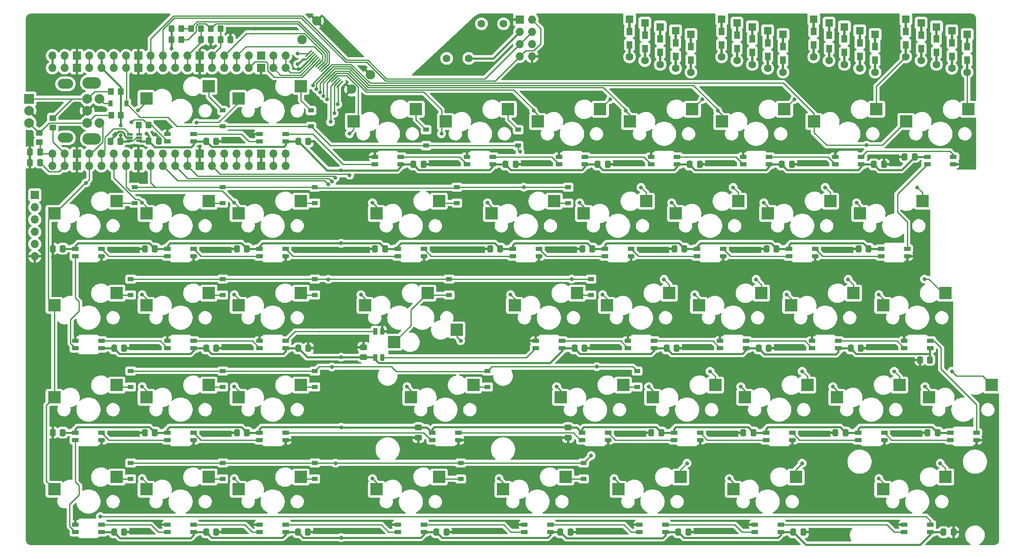
<source format=gbr>
%TF.GenerationSoftware,KiCad,Pcbnew,(6.0.5)*%
%TF.CreationDate,2022-07-29T15:46:59-06:00*%
%TF.ProjectId,kb,6b622e6b-6963-4616-945f-706362585858,rev?*%
%TF.SameCoordinates,Original*%
%TF.FileFunction,Copper,L2,Bot*%
%TF.FilePolarity,Positive*%
%FSLAX46Y46*%
G04 Gerber Fmt 4.6, Leading zero omitted, Abs format (unit mm)*
G04 Created by KiCad (PCBNEW (6.0.5)) date 2022-07-29 15:46:59*
%MOMM*%
%LPD*%
G01*
G04 APERTURE LIST*
G04 Aperture macros list*
%AMRoundRect*
0 Rectangle with rounded corners*
0 $1 Rounding radius*
0 $2 $3 $4 $5 $6 $7 $8 $9 X,Y pos of 4 corners*
0 Add a 4 corners polygon primitive as box body*
4,1,4,$2,$3,$4,$5,$6,$7,$8,$9,$2,$3,0*
0 Add four circle primitives for the rounded corners*
1,1,$1+$1,$2,$3*
1,1,$1+$1,$4,$5*
1,1,$1+$1,$6,$7*
1,1,$1+$1,$8,$9*
0 Add four rect primitives between the rounded corners*
20,1,$1+$1,$2,$3,$4,$5,0*
20,1,$1+$1,$4,$5,$6,$7,0*
20,1,$1+$1,$6,$7,$8,$9,0*
20,1,$1+$1,$8,$9,$2,$3,0*%
%AMHorizOval*
0 Thick line with rounded ends*
0 $1 width*
0 $2 $3 position (X,Y) of the first rounded end (center of the circle)*
0 $4 $5 position (X,Y) of the second rounded end (center of the circle)*
0 Add line between two ends*
20,1,$1,$2,$3,$4,$5,0*
0 Add two circle primitives to create the rounded ends*
1,1,$1,$2,$3*
1,1,$1,$4,$5*%
%AMRotRect*
0 Rectangle, with rotation*
0 The origin of the aperture is its center*
0 $1 length*
0 $2 width*
0 $3 Rotation angle, in degrees counterclockwise*
0 Add horizontal line*
21,1,$1,$2,0,0,$3*%
G04 Aperture macros list end*
%TA.AperFunction,SMDPad,CuDef*%
%ADD10RoundRect,0.250000X0.350000X0.450000X-0.350000X0.450000X-0.350000X-0.450000X0.350000X-0.450000X0*%
%TD*%
%TA.AperFunction,ComponentPad*%
%ADD11C,1.600000*%
%TD*%
%TA.AperFunction,ComponentPad*%
%ADD12HorizOval,1.600000X0.000000X0.000000X0.000000X0.000000X0*%
%TD*%
%TA.AperFunction,SMDPad,CuDef*%
%ADD13R,2.550000X2.500000*%
%TD*%
%TA.AperFunction,SMDPad,CuDef*%
%ADD14R,0.500000X2.900000*%
%TD*%
%TA.AperFunction,SMDPad,CuDef*%
%ADD15R,1.200000X1.600000*%
%TD*%
%TA.AperFunction,ComponentPad*%
%ADD16R,1.600000X1.600000*%
%TD*%
%TA.AperFunction,WasherPad*%
%ADD17O,3.200000X2.000000*%
%TD*%
%TA.AperFunction,ComponentPad*%
%ADD18R,2.000000X2.000000*%
%TD*%
%TA.AperFunction,ComponentPad*%
%ADD19C,2.000000*%
%TD*%
%TA.AperFunction,ComponentPad*%
%ADD20O,1.700000X1.700000*%
%TD*%
%TA.AperFunction,ComponentPad*%
%ADD21R,1.700000X1.700000*%
%TD*%
%TA.AperFunction,ComponentPad*%
%ADD22O,3.825000X2.400000*%
%TD*%
%TA.AperFunction,SMDPad,CuDef*%
%ADD23RoundRect,0.250000X-0.350000X-0.450000X0.350000X-0.450000X0.350000X0.450000X-0.350000X0.450000X0*%
%TD*%
%TA.AperFunction,SMDPad,CuDef*%
%ADD24RoundRect,0.250000X-0.337500X-0.475000X0.337500X-0.475000X0.337500X0.475000X-0.337500X0.475000X0*%
%TD*%
%TA.AperFunction,SMDPad,CuDef*%
%ADD25R,1.200000X0.900000*%
%TD*%
%TA.AperFunction,SMDPad,CuDef*%
%ADD26RoundRect,0.250000X0.337500X0.475000X-0.337500X0.475000X-0.337500X-0.475000X0.337500X-0.475000X0*%
%TD*%
%TA.AperFunction,SMDPad,CuDef*%
%ADD27R,1.400000X0.820000*%
%TD*%
%TA.AperFunction,SMDPad,CuDef*%
%ADD28RoundRect,0.205000X-0.495000X-0.205000X0.495000X-0.205000X0.495000X0.205000X-0.495000X0.205000X0*%
%TD*%
%TA.AperFunction,SMDPad,CuDef*%
%ADD29RoundRect,0.205000X0.495000X0.205000X-0.495000X0.205000X-0.495000X-0.205000X0.495000X-0.205000X0*%
%TD*%
%TA.AperFunction,SMDPad,CuDef*%
%ADD30RoundRect,0.250000X-0.475000X0.337500X-0.475000X-0.337500X0.475000X-0.337500X0.475000X0.337500X0*%
%TD*%
%TA.AperFunction,SMDPad,CuDef*%
%ADD31RoundRect,0.250000X0.450000X-0.350000X0.450000X0.350000X-0.450000X0.350000X-0.450000X-0.350000X0*%
%TD*%
%TA.AperFunction,SMDPad,CuDef*%
%ADD32R,0.820000X1.400000*%
%TD*%
%TA.AperFunction,SMDPad,CuDef*%
%ADD33RoundRect,0.205000X0.205000X-0.495000X0.205000X0.495000X-0.205000X0.495000X-0.205000X-0.495000X0*%
%TD*%
%TA.AperFunction,SMDPad,CuDef*%
%ADD34RotRect,1.900000X0.300000X225.000000*%
%TD*%
%TA.AperFunction,ComponentPad*%
%ADD35C,1.950000*%
%TD*%
%TA.AperFunction,SMDPad,CuDef*%
%ADD36RoundRect,0.250000X0.475000X-0.337500X0.475000X0.337500X-0.475000X0.337500X-0.475000X-0.337500X0*%
%TD*%
%TA.AperFunction,SMDPad,CuDef*%
%ADD37R,0.900000X1.200000*%
%TD*%
%TA.AperFunction,SMDPad,CuDef*%
%ADD38RoundRect,0.020000X-0.575000X-0.180000X0.575000X-0.180000X0.575000X0.180000X-0.575000X0.180000X0*%
%TD*%
%TA.AperFunction,SMDPad,CuDef*%
%ADD39RoundRect,0.250000X-0.450000X0.350000X-0.450000X-0.350000X0.450000X-0.350000X0.450000X0.350000X0*%
%TD*%
%TA.AperFunction,ViaPad*%
%ADD40C,0.800000*%
%TD*%
%TA.AperFunction,Conductor*%
%ADD41C,0.254000*%
%TD*%
%TA.AperFunction,Conductor*%
%ADD42C,0.381000*%
%TD*%
G04 APERTURE END LIST*
D10*
%TO.P,R11,1*%
%TO.N,/RGB_5V*%
X49736250Y-69659500D03*
%TO.P,R11,2*%
%TO.N,Net-(U2-Pad4)*%
X47736250Y-69659500D03*
%TD*%
D11*
%TO.P,R1,1*%
%TO.N,+3V3*%
X111406398Y-55820853D03*
D12*
%TO.P,R1,2*%
%TO.N,/OLED_SDA*%
X118590603Y-48636648D03*
%TD*%
D13*
%TO.P,MX22,1,COL*%
%TO.N,/COL4*%
X125471250Y-106997500D03*
%TO.P,MX22,2,ROW*%
%TO.N,Net-(D22-Pad2)*%
X138398250Y-104457500D03*
%TD*%
D14*
%TO.P,D26,1,K*%
%TO.N,/ROW2*%
X212725000Y-50681250D03*
D15*
X212725000Y-51781250D03*
D16*
X212725000Y-49281250D03*
D14*
%TO.P,D26,2,A*%
%TO.N,Net-(D26-Pad2)*%
X212725000Y-55681250D03*
D11*
X212725000Y-57081250D03*
D15*
X212725000Y-54581250D03*
%TD*%
D13*
%TO.P,MX14,1,COL*%
%TO.N,/COL5*%
X139758750Y-87947500D03*
%TO.P,MX14,2,ROW*%
%TO.N,Net-(D14-Pad2)*%
X152685750Y-85407500D03*
%TD*%
%TO.P,MX2,1,COL*%
%TO.N,/COL2*%
X68321250Y-64135000D03*
%TO.P,MX2,2,ROW*%
%TO.N,Net-(D2-Pad2)*%
X81248250Y-61595000D03*
%TD*%
%TO.P,MX24,1,COL*%
%TO.N,/COL6*%
X163571250Y-106997500D03*
%TO.P,MX24,2,ROW*%
%TO.N,Net-(D24-Pad2)*%
X176498250Y-104457500D03*
%TD*%
D17*
%TO.P,SW1,*%
%TO.N,*%
X32543750Y-72275000D03*
X32543750Y-61075000D03*
D18*
%TO.P,SW1,A,A*%
%TO.N,/ENC_L1*%
X25043750Y-64175000D03*
D19*
%TO.P,SW1,B,B*%
%TO.N,/ENC_L2*%
X25043750Y-69175000D03*
%TO.P,SW1,C,C*%
%TO.N,GND*%
X25043750Y-66675000D03*
%TO.P,SW1,S1,S1*%
%TO.N,/COL0*%
X39543750Y-69175000D03*
%TO.P,SW1,S2,S2*%
%TO.N,Net-(D0-Pad2)*%
X39543750Y-64175000D03*
%TD*%
D13*
%TO.P,MX34,1,COL*%
%TO.N,/COL7*%
X192146250Y-126047500D03*
%TO.P,MX34,2,ROW*%
%TO.N,Net-(D34-Pad2)*%
X205073250Y-123507500D03*
%TD*%
%TO.P,MX15,1,COL*%
%TO.N,/COL6*%
X158808750Y-87947500D03*
%TO.P,MX15,2,ROW*%
%TO.N,Net-(D15-Pad2)*%
X171735750Y-85407500D03*
%TD*%
D15*
%TO.P,D25,1,K*%
%TO.N,/ROW2*%
X193675000Y-51781250D03*
D14*
X193675000Y-50681250D03*
D16*
X193675000Y-49281250D03*
D15*
%TO.P,D25,2,A*%
%TO.N,Net-(D25-Pad2)*%
X193675000Y-54581250D03*
D14*
X193675000Y-55681250D03*
D11*
X193675000Y-57081250D03*
%TD*%
D13*
%TO.P,MX43,1,COL*%
%TO.N,/COL7*%
X201671250Y-145097500D03*
%TO.P,MX43,2,ROW*%
%TO.N,Net-(D43-Pad2)*%
X214598250Y-142557500D03*
%TD*%
%TO.P,MX18,1,COL*%
%TO.N,/COL0*%
X30221250Y-106997500D03*
%TO.P,MX18,2,ROW*%
%TO.N,Net-(D18-Pad2)*%
X43148250Y-104457500D03*
%TD*%
D14*
%TO.P,D8,1,K*%
%TO.N,/ROW0*%
X206375000Y-49093750D03*
D16*
X206375000Y-47693750D03*
D15*
X206375000Y-50193750D03*
%TO.P,D8,2,A*%
%TO.N,Net-(D8-Pad2)*%
X206375000Y-52993750D03*
D11*
X206375000Y-55493750D03*
D14*
X206375000Y-54093750D03*
%TD*%
D13*
%TO.P,MX7,1,COL*%
%TO.N,/COL7*%
X168333750Y-68897500D03*
%TO.P,MX7,2,ROW*%
%TO.N,Net-(D7-Pad2)*%
X181260750Y-66357500D03*
%TD*%
D11*
%TO.P,R2,1*%
%TO.N,+3V3*%
X115978398Y-55820853D03*
D12*
%TO.P,R2,2*%
%TO.N,/OLED_SCL*%
X123162603Y-48636648D03*
%TD*%
D16*
%TO.P,D5,1,K*%
%TO.N,/ROW0*%
X149225000Y-47693750D03*
D14*
X149225000Y-49093750D03*
D15*
X149225000Y-50193750D03*
D11*
%TO.P,D5,2,A*%
%TO.N,Net-(D5-Pad2)*%
X149225000Y-55493750D03*
D14*
X149225000Y-54093750D03*
D15*
X149225000Y-52993750D03*
%TD*%
D13*
%TO.P,MX26,1,COL*%
%TO.N,/COL8*%
X201671250Y-106997500D03*
%TO.P,MX26,2,ROW*%
%TO.N,Net-(D26-Pad2)*%
X214598250Y-104457500D03*
%TD*%
D16*
%TO.P,D32,1,K*%
%TO.N,/ROW3*%
X158750000Y-50075000D03*
D15*
X158750000Y-52575000D03*
D14*
X158750000Y-51475000D03*
%TO.P,D32,2,A*%
%TO.N,Net-(D32-Pad2)*%
X158750000Y-56475000D03*
D15*
X158750000Y-55375000D03*
D11*
X158750000Y-57875000D03*
%TD*%
D13*
%TO.P,MX10,1,COL*%
%TO.N,/COL1*%
X49271250Y-87947500D03*
%TO.P,MX10,2,ROW*%
%TO.N,Net-(D10-Pad2)*%
X62198250Y-85407500D03*
%TD*%
%TO.P,MX11,1,COL*%
%TO.N,/COL2*%
X68321250Y-87947500D03*
%TO.P,MX11,2,ROW*%
%TO.N,Net-(D11-Pad2)*%
X81248250Y-85407500D03*
%TD*%
%TO.P,MX27,1,COL*%
%TO.N,/COL0*%
X30221250Y-126047500D03*
%TO.P,MX27,2,ROW*%
%TO.N,Net-(D27-Pad2)*%
X43148250Y-123507500D03*
%TD*%
D16*
%TO.P,D35,1,K*%
%TO.N,/ROW3*%
X215900000Y-50075000D03*
D15*
X215900000Y-52575000D03*
D14*
X215900000Y-51475000D03*
D15*
%TO.P,D35,2,A*%
%TO.N,Net-(D35-Pad2)*%
X215900000Y-55375000D03*
D11*
X215900000Y-57875000D03*
D14*
X215900000Y-56475000D03*
%TD*%
D16*
%TO.P,D44,1,K*%
%TO.N,/ROW4*%
X219075000Y-50868750D03*
D15*
X219075000Y-53368750D03*
D14*
X219075000Y-52268750D03*
D11*
%TO.P,D44,2,A*%
%TO.N,Net-(D44-Pad2)*%
X219075000Y-58668750D03*
D15*
X219075000Y-56168750D03*
D14*
X219075000Y-57268750D03*
%TD*%
D13*
%TO.P,MX25,1,COL*%
%TO.N,/COL7*%
X182621250Y-106997500D03*
%TO.P,MX25,2,ROW*%
%TO.N,Net-(D25-Pad2)*%
X195548250Y-104457500D03*
%TD*%
%TO.P,MX21,1,COL*%
%TO.N,/COL3*%
X113447500Y-112077500D03*
%TO.P,MX21,2,ROW*%
%TO.N,Net-(D21-Pad2)*%
X100520500Y-114617500D03*
%TD*%
%TO.P,MX37,1,COL*%
%TO.N,/COL1*%
X49271250Y-145097500D03*
%TO.P,MX37,2,ROW*%
%TO.N,Net-(D37-Pad2)*%
X62198250Y-142557500D03*
%TD*%
D15*
%TO.P,D41,1,K*%
%TO.N,/ROW4*%
X161925000Y-53368750D03*
D16*
X161925000Y-50868750D03*
D14*
X161925000Y-52268750D03*
D15*
%TO.P,D41,2,A*%
%TO.N,Net-(D41-Pad2)*%
X161925000Y-56168750D03*
D14*
X161925000Y-57268750D03*
D11*
X161925000Y-58668750D03*
%TD*%
D13*
%TO.P,MX13,1,COL*%
%TO.N,/COL4*%
X120708750Y-87947500D03*
%TO.P,MX13,2,ROW*%
%TO.N,Net-(D13-Pad2)*%
X133635750Y-85407500D03*
%TD*%
%TO.P,MX35,1,COL*%
%TO.N,/COL8*%
X211196250Y-126047500D03*
%TO.P,MX35,2,ROW*%
%TO.N,Net-(D35-Pad2)*%
X224123250Y-123507500D03*
%TD*%
D20*
%TO.P,U1,1,GPIO0*%
%TO.N,/ENC_L2_CLEAN*%
X29845000Y-78105000D03*
X29845000Y-75565000D03*
%TO.P,U1,2,GPIO1*%
%TO.N,/ENC_L1_CLEAN*%
X32385000Y-78105000D03*
X32385000Y-75565000D03*
D21*
%TO.P,U1,3,GND*%
%TO.N,GND*%
X34925000Y-78105000D03*
X34925000Y-75565000D03*
D20*
%TO.P,U1,4,GPIO2*%
%TO.N,/COL0*%
X37465000Y-78105000D03*
X37465000Y-75565000D03*
%TO.P,U1,5,GPIO3*%
%TO.N,/RGB_3V3*%
X40005000Y-75565000D03*
X40005000Y-78105000D03*
%TO.P,U1,6,GPIO4*%
%TO.N,/COL1*%
X42545000Y-75565000D03*
X42545000Y-78105000D03*
%TO.P,U1,7,GPIO5*%
%TO.N,/COL2*%
X45085000Y-75565000D03*
X45085000Y-78105000D03*
D21*
%TO.P,U1,8,GND*%
%TO.N,GND*%
X47625000Y-75565000D03*
X47625000Y-78105000D03*
D20*
%TO.P,U1,9,GPIO6*%
%TO.N,/ROW1*%
X50165000Y-75565000D03*
X50165000Y-78105000D03*
%TO.P,U1,10,GPIO7*%
%TO.N,/ROW2*%
X52705000Y-75565000D03*
X52705000Y-78105000D03*
%TO.P,U1,11,GPIO8*%
%TO.N,/ROW3*%
X55245000Y-75565000D03*
X55245000Y-78105000D03*
%TO.P,U1,12,GPIO9*%
%TO.N,/ROW4*%
X57785000Y-78105000D03*
X57785000Y-75565000D03*
D21*
%TO.P,U1,13,GND*%
%TO.N,GND*%
X60325000Y-75565000D03*
X60325000Y-78105000D03*
D20*
%TO.P,U1,14,GPIO10*%
%TO.N,/COL3*%
X62865000Y-75565000D03*
X62865000Y-78105000D03*
%TO.P,U1,15,GPIO11*%
%TO.N,/COL8*%
X65405000Y-75565000D03*
X65405000Y-78105000D03*
%TO.P,U1,16,GPIO12*%
%TO.N,/COL7*%
X67945000Y-75565000D03*
X67945000Y-78105000D03*
%TO.P,U1,17,GPIO13*%
%TO.N,/COL6*%
X70485000Y-75565000D03*
X70485000Y-78105000D03*
D21*
%TO.P,U1,18,GND*%
%TO.N,GND*%
X73025000Y-75565000D03*
X73025000Y-78105000D03*
D20*
%TO.P,U1,19,GPIO14*%
%TO.N,/COL5*%
X75565000Y-75565000D03*
X75565000Y-78105000D03*
%TO.P,U1,20,GPIO15*%
%TO.N,/COL4*%
X78105000Y-78105000D03*
X78105000Y-75565000D03*
%TO.P,U1,21,GPIO16*%
%TO.N,/ROW9*%
X78105000Y-57785000D03*
X78105000Y-55245000D03*
%TO.P,U1,22,GPIO17*%
%TO.N,/ROW8*%
X75565000Y-55245000D03*
X75565000Y-57785000D03*
D21*
%TO.P,U1,23,GND*%
%TO.N,GND*%
X73025000Y-57785000D03*
X73025000Y-55245000D03*
D20*
%TO.P,U1,24,GPIO18*%
%TO.N,/ROW7*%
X70485000Y-55245000D03*
X70485000Y-57785000D03*
%TO.P,U1,25,GPIO19*%
%TO.N,/ROW6*%
X67945000Y-55245000D03*
X67945000Y-57785000D03*
%TO.P,U1,26,GPIO20*%
%TO.N,/ROW5*%
X65405000Y-55245000D03*
X65405000Y-57785000D03*
%TO.P,U1,27,GPIO21*%
%TO.N,/ENC_R1_CLEAN*%
X62865000Y-55245000D03*
X62865000Y-57785000D03*
D21*
%TO.P,U1,28,GND*%
%TO.N,GND*%
X60325000Y-57785000D03*
X60325000Y-55245000D03*
D20*
%TO.P,U1,29,GPIO22*%
%TO.N,/ENC_R2_CLEAN*%
X57785000Y-57785000D03*
X57785000Y-55245000D03*
%TO.P,U1,30,RUN*%
%TO.N,unconnected-(U1-Pad30)*%
X55245000Y-55245000D03*
X55245000Y-57785000D03*
%TO.P,U1,31,GPIO26_ADC0*%
%TO.N,/OLED_SDA*%
X52705000Y-55245000D03*
X52705000Y-57785000D03*
%TO.P,U1,32,GPIO27_ADC1*%
%TO.N,/OLED_SCL*%
X50165000Y-55245000D03*
X50165000Y-57785000D03*
D21*
%TO.P,U1,33,AGND*%
%TO.N,GND*%
X47625000Y-55245000D03*
X47625000Y-57785000D03*
D20*
%TO.P,U1,34,GPIO28_ADC2*%
%TO.N,/ROW0*%
X45085000Y-55245000D03*
X45085000Y-57785000D03*
%TO.P,U1,35,ADC_VREF*%
%TO.N,unconnected-(U1-Pad35)*%
X42545000Y-57785000D03*
X42545000Y-55245000D03*
%TO.P,U1,36,3V3*%
%TO.N,+3V3*%
X40005000Y-57785000D03*
X40005000Y-55245000D03*
%TO.P,U1,37,3V3_EN*%
%TO.N,unconnected-(U1-Pad37)*%
X37465000Y-57785000D03*
X37465000Y-55245000D03*
D21*
%TO.P,U1,38,GND*%
%TO.N,GND*%
X34925000Y-55245000D03*
X34925000Y-57785000D03*
D20*
%TO.P,U1,39,VSYS*%
%TO.N,unconnected-(U1-Pad39)*%
X32385000Y-55245000D03*
X32385000Y-57785000D03*
%TO.P,U1,40,VBUS*%
%TO.N,+5V*%
X29845000Y-57785000D03*
X29845000Y-55245000D03*
%TD*%
D13*
%TO.P,MX28,1,COL*%
%TO.N,/COL1*%
X49271250Y-126047500D03*
%TO.P,MX28,2,ROW*%
%TO.N,Net-(D28-Pad2)*%
X62198250Y-123507500D03*
%TD*%
D15*
%TO.P,D42,1,K*%
%TO.N,/ROW4*%
X180975000Y-53368750D03*
D14*
X180975000Y-52268750D03*
D16*
X180975000Y-50868750D03*
D14*
%TO.P,D42,2,A*%
%TO.N,Net-(D42-Pad2)*%
X180975000Y-57268750D03*
D11*
X180975000Y-58668750D03*
D15*
X180975000Y-56168750D03*
%TD*%
D14*
%TO.P,D33,1,K*%
%TO.N,/ROW3*%
X177800000Y-51475000D03*
D16*
X177800000Y-50075000D03*
D15*
X177800000Y-52575000D03*
%TO.P,D33,2,A*%
%TO.N,Net-(D33-Pad2)*%
X177800000Y-55375000D03*
D14*
X177800000Y-56475000D03*
D11*
X177800000Y-57875000D03*
%TD*%
D22*
%TO.P,SW2,*%
%TO.N,*%
X37978000Y-72475000D03*
X37978000Y-60875000D03*
D19*
%TO.P,SW2,A,A*%
%TO.N,/ENC_L1*%
X37040500Y-64175000D03*
%TO.P,SW2,B,B*%
%TO.N,/ENC_L2*%
X37040500Y-69175000D03*
%TO.P,SW2,C,C*%
%TO.N,GND*%
X37040500Y-66675000D03*
%TD*%
D13*
%TO.P,MX21_1,1,COL*%
%TO.N,/COL3*%
X94515000Y-106997500D03*
%TO.P,MX21_1,2,ROW*%
%TO.N,Net-(D21-Pad2)*%
X107442000Y-104457500D03*
%TD*%
D16*
%TO.P,D14,1,K*%
%TO.N,/ROW1*%
X152400000Y-48487500D03*
D15*
X152400000Y-50987500D03*
D14*
X152400000Y-49887500D03*
D11*
%TO.P,D14,2,A*%
%TO.N,Net-(D14-Pad2)*%
X152400000Y-56287500D03*
D15*
X152400000Y-53787500D03*
D14*
X152400000Y-54887500D03*
%TD*%
D13*
%TO.P,MX3,1,COL*%
%TO.N,/COL3*%
X92133750Y-68897500D03*
%TO.P,MX3,2,ROW*%
%TO.N,Net-(D3-Pad2)*%
X105060750Y-66357500D03*
%TD*%
D14*
%TO.P,D7,1,K*%
%TO.N,/ROW0*%
X187325000Y-49093750D03*
D16*
X187325000Y-47693750D03*
D15*
X187325000Y-50193750D03*
D14*
%TO.P,D7,2,A*%
%TO.N,Net-(D7-Pad2)*%
X187325000Y-54093750D03*
D15*
X187325000Y-52993750D03*
D11*
X187325000Y-55493750D03*
%TD*%
D13*
%TO.P,MX9,1,COL*%
%TO.N,/COL0*%
X30221250Y-87947500D03*
%TO.P,MX9,2,ROW*%
%TO.N,Net-(D9-Pad2)*%
X43148250Y-85407500D03*
%TD*%
%TO.P,MX1,1,COL*%
%TO.N,/COL1*%
X49271250Y-64135000D03*
%TO.P,MX1,2,ROW*%
%TO.N,Net-(D1-Pad2)*%
X62198250Y-61595000D03*
%TD*%
%TO.P,MX32,1,COL*%
%TO.N,/COL5*%
X154046250Y-126047500D03*
%TO.P,MX32,2,ROW*%
%TO.N,Net-(D32-Pad2)*%
X166973250Y-123507500D03*
%TD*%
D16*
%TO.P,D17,1,K*%
%TO.N,/ROW1*%
X209550000Y-48487500D03*
D15*
X209550000Y-50987500D03*
D14*
X209550000Y-49887500D03*
D15*
%TO.P,D17,2,A*%
%TO.N,Net-(D17-Pad2)*%
X209550000Y-53787500D03*
D14*
X209550000Y-54887500D03*
D11*
X209550000Y-56287500D03*
%TD*%
D16*
%TO.P,D6,1,K*%
%TO.N,/ROW0*%
X168275000Y-47693750D03*
D14*
X168275000Y-49093750D03*
D15*
X168275000Y-50193750D03*
%TO.P,D6,2,A*%
%TO.N,Net-(D6-Pad2)*%
X168275000Y-52993750D03*
D11*
X168275000Y-55493750D03*
D14*
X168275000Y-54093750D03*
%TD*%
%TO.P,D23,1,K*%
%TO.N,/ROW2*%
X155575000Y-50681250D03*
D16*
X155575000Y-49281250D03*
D15*
X155575000Y-51781250D03*
D11*
%TO.P,D23,2,A*%
%TO.N,Net-(D23-Pad2)*%
X155575000Y-57081250D03*
D14*
X155575000Y-55681250D03*
D15*
X155575000Y-54581250D03*
%TD*%
D13*
%TO.P,MX40,1,COL*%
%TO.N,/COL4*%
X123090000Y-145097500D03*
%TO.P,MX40,2,ROW*%
%TO.N,Net-(D40-Pad2)*%
X136017000Y-142557500D03*
%TD*%
%TO.P,MX5,1,COL*%
%TO.N,/COL5*%
X130233750Y-68897500D03*
%TO.P,MX5,2,ROW*%
%TO.N,Net-(D5-Pad2)*%
X143160750Y-66357500D03*
%TD*%
%TO.P,MX39,1,COL*%
%TO.N,/COL3*%
X96896250Y-145097500D03*
%TO.P,MX39,2,ROW*%
%TO.N,Net-(D39-Pad2)*%
X109823250Y-142557500D03*
%TD*%
%TO.P,MX16,1,COL*%
%TO.N,/COL7*%
X177858750Y-87947500D03*
%TO.P,MX16,2,ROW*%
%TO.N,Net-(D16-Pad2)*%
X190785750Y-85407500D03*
%TD*%
%TO.P,MX38,1,COL*%
%TO.N,/COL2*%
X68321250Y-145097500D03*
%TO.P,MX38,2,ROW*%
%TO.N,Net-(D38-Pad2)*%
X81248250Y-142557500D03*
%TD*%
D16*
%TO.P,D16,1,K*%
%TO.N,/ROW1*%
X190500000Y-48487500D03*
D15*
X190500000Y-50987500D03*
D14*
X190500000Y-49887500D03*
D15*
%TO.P,D16,2,A*%
%TO.N,Net-(D16-Pad2)*%
X190500000Y-53787500D03*
D11*
X190500000Y-56287500D03*
D14*
X190500000Y-54887500D03*
%TD*%
D13*
%TO.P,MX31,1,COL*%
%TO.N,/COL4*%
X134996250Y-126047500D03*
%TO.P,MX31,2,ROW*%
%TO.N,Net-(D31-Pad2)*%
X147923250Y-123507500D03*
%TD*%
%TO.P,MX8,1,COL*%
%TO.N,/COL8*%
X187383750Y-68897500D03*
%TO.P,MX8,2,ROW*%
%TO.N,Net-(D8-Pad2)*%
X200310750Y-66357500D03*
%TD*%
%TO.P,MX41,1,COL*%
%TO.N,/COL5*%
X146902500Y-145097500D03*
%TO.P,MX41,2,ROW*%
%TO.N,Net-(D41-Pad2)*%
X159829500Y-142557500D03*
%TD*%
%TO.P,MX20,1,COL*%
%TO.N,/COL2*%
X68321250Y-106997500D03*
%TO.P,MX20,2,ROW*%
%TO.N,Net-(D20-Pad2)*%
X81248250Y-104457500D03*
%TD*%
%TO.P,MX17,1,COL*%
%TO.N,/COL8*%
X196908750Y-87947500D03*
%TO.P,MX17,2,ROW*%
%TO.N,Net-(D17-Pad2)*%
X209835750Y-85407500D03*
%TD*%
%TO.P,MX4,1,COL*%
%TO.N,/COL4*%
X111183750Y-68897500D03*
%TO.P,MX4,2,ROW*%
%TO.N,Net-(D4-Pad2)*%
X124110750Y-66357500D03*
%TD*%
D15*
%TO.P,D24,1,K*%
%TO.N,/ROW2*%
X174625000Y-51781250D03*
D16*
X174625000Y-49281250D03*
D14*
X174625000Y-50681250D03*
D11*
%TO.P,D24,2,A*%
%TO.N,Net-(D24-Pad2)*%
X174625000Y-57081250D03*
D15*
X174625000Y-54581250D03*
D14*
X174625000Y-55681250D03*
%TD*%
D13*
%TO.P,MX42,1,COL*%
%TO.N,/COL6*%
X170715000Y-145097500D03*
%TO.P,MX42,2,ROW*%
%TO.N,Net-(D42-Pad2)*%
X183642000Y-142557500D03*
%TD*%
%TO.P,MX23,1,COL*%
%TO.N,/COL5*%
X144521250Y-106997500D03*
%TO.P,MX23,2,ROW*%
%TO.N,Net-(D23-Pad2)*%
X157448250Y-104457500D03*
%TD*%
%TO.P,MX33,1,COL*%
%TO.N,/COL6*%
X173096250Y-126047500D03*
%TO.P,MX33,2,ROW*%
%TO.N,Net-(D33-Pad2)*%
X186023250Y-123507500D03*
%TD*%
%TO.P,MX36,1,COL*%
%TO.N,/COL0*%
X30221250Y-145097500D03*
%TO.P,MX36,2,ROW*%
%TO.N,Net-(D36-Pad2)*%
X43148250Y-142557500D03*
%TD*%
D16*
%TO.P,D34,1,K*%
%TO.N,/ROW3*%
X196850000Y-50075000D03*
D14*
X196850000Y-51475000D03*
D15*
X196850000Y-52575000D03*
%TO.P,D34,2,A*%
%TO.N,Net-(D34-Pad2)*%
X196850000Y-55375000D03*
D11*
X196850000Y-57875000D03*
D14*
X196850000Y-56475000D03*
%TD*%
D13*
%TO.P,MX12,1,COL*%
%TO.N,/COL3*%
X96896250Y-87947500D03*
%TO.P,MX12,2,ROW*%
%TO.N,Net-(D12-Pad2)*%
X109823250Y-85407500D03*
%TD*%
D15*
%TO.P,D43,1,K*%
%TO.N,/ROW4*%
X200025000Y-53368750D03*
D14*
X200025000Y-52268750D03*
D16*
X200025000Y-50868750D03*
D15*
%TO.P,D43,2,A*%
%TO.N,Net-(D43-Pad2)*%
X200025000Y-56168750D03*
D11*
X200025000Y-58668750D03*
D14*
X200025000Y-57268750D03*
%TD*%
D13*
%TO.P,MX30,1,COL*%
%TO.N,/COL3*%
X104040000Y-126047500D03*
%TO.P,MX30,2,ROW*%
%TO.N,Net-(D30-Pad2)*%
X116967000Y-123507500D03*
%TD*%
%TO.P,MX29,1,COL*%
%TO.N,/COL2*%
X68321250Y-126047500D03*
%TO.P,MX29,2,ROW*%
%TO.N,Net-(D29-Pad2)*%
X81248250Y-123507500D03*
%TD*%
D16*
%TO.P,D15,1,K*%
%TO.N,/ROW1*%
X171450000Y-48487500D03*
D15*
X171450000Y-50987500D03*
D14*
X171450000Y-49887500D03*
D15*
%TO.P,D15,2,A*%
%TO.N,Net-(D15-Pad2)*%
X171450000Y-53787500D03*
D14*
X171450000Y-54887500D03*
D11*
X171450000Y-56287500D03*
%TD*%
D13*
%TO.P,MX19,1,COL*%
%TO.N,/COL1*%
X49271250Y-106997500D03*
%TO.P,MX19,2,ROW*%
%TO.N,Net-(D19-Pad2)*%
X62198250Y-104457500D03*
%TD*%
%TO.P,MX6,1,COL*%
%TO.N,/COL6*%
X149283750Y-68897500D03*
%TO.P,MX6,2,ROW*%
%TO.N,Net-(D6-Pad2)*%
X162210750Y-66357500D03*
%TD*%
%TO.P,MX44,1,COL*%
%TO.N,/COL8*%
X206433750Y-68897500D03*
%TO.P,MX44,2,ROW*%
%TO.N,Net-(D44-Pad2)*%
X219360750Y-66357500D03*
%TD*%
D23*
%TO.P,R7,1*%
%TO.N,+3V3*%
X54499000Y-51943000D03*
%TO.P,R7,2*%
%TO.N,/ENC_R1*%
X56499000Y-51943000D03*
%TD*%
D24*
%TO.P,C3,1*%
%TO.N,+5V*%
X104531250Y-77787500D03*
%TO.P,C3,2*%
%TO.N,GND*%
X106606250Y-77787500D03*
%TD*%
D25*
%TO.P,D12,1,K*%
%TO.N,/ROW1*%
X113506250Y-82487500D03*
%TO.P,D12,2,A*%
%TO.N,Net-(D12-Pad2)*%
X113506250Y-85787500D03*
%TD*%
D21*
%TO.P,J3,1,Pin_1*%
%TO.N,+5V*%
X26193750Y-84137500D03*
D20*
%TO.P,J3,2,Pin_2*%
X26193750Y-86677500D03*
%TO.P,J3,3,Pin_3*%
%TO.N,/RGB_5V*%
X26193750Y-89217500D03*
%TO.P,J3,4,Pin_4*%
%TO.N,/RGB_TO_RIGHT*%
X26193750Y-91757500D03*
%TO.P,J3,5,Pin_5*%
%TO.N,/RGB_L_END*%
X26193750Y-94297500D03*
%TO.P,J3,6,Pin_6*%
%TO.N,GND*%
X26193750Y-96837500D03*
%TD*%
D25*
%TO.P,D38,1,K*%
%TO.N,/ROW4*%
X84137500Y-139637500D03*
%TO.P,D38,2,A*%
%TO.N,Net-(D38-Pad2)*%
X84137500Y-142937500D03*
%TD*%
%TO.P,D39,1,K*%
%TO.N,/ROW4*%
X114300000Y-139637500D03*
%TO.P,D39,2,A*%
%TO.N,Net-(D39-Pad2)*%
X114300000Y-142937500D03*
%TD*%
%TO.P,D36,1,K*%
%TO.N,/ROW4*%
X46037500Y-139637500D03*
%TO.P,D36,2,A*%
%TO.N,Net-(D36-Pad2)*%
X46037500Y-142937500D03*
%TD*%
D26*
%TO.P,C26,1*%
%TO.N,+5V*%
X211381250Y-118268750D03*
%TO.P,C26,2*%
%TO.N,GND*%
X209306250Y-118268750D03*
%TD*%
D27*
%TO.P,D110,1,VDD*%
%TO.N,+5V*%
X53656250Y-95293750D03*
%TO.P,D110,2,DOUT*%
%TO.N,Net-(D109-Pad4)*%
X53656250Y-96793750D03*
D28*
%TO.P,D110,3,VSS*%
%TO.N,GND*%
X59056250Y-96793750D03*
D27*
%TO.P,D110,4,DIN*%
%TO.N,Net-(D110-Pad4)*%
X59056250Y-95293750D03*
%TD*%
D24*
%TO.P,C46,1*%
%TO.N,+5V*%
X49762500Y-72898000D03*
%TO.P,C46,2*%
%TO.N,GND*%
X51837500Y-72898000D03*
%TD*%
%TO.P,C8,1*%
%TO.N,+5V*%
X199781250Y-77787500D03*
%TO.P,C8,2*%
%TO.N,GND*%
X201856250Y-77787500D03*
%TD*%
D27*
%TO.P,D138,1,VDD*%
%TO.N,+5V*%
X78106250Y-153943750D03*
%TO.P,D138,2,DOUT*%
%TO.N,Net-(D138-Pad2)*%
X78106250Y-152443750D03*
D29*
%TO.P,D138,3,VSS*%
%TO.N,GND*%
X72706250Y-152443750D03*
D27*
%TO.P,D138,4,DIN*%
%TO.N,Net-(D137-Pad2)*%
X72706250Y-153943750D03*
%TD*%
%TO.P,D101,1,VDD*%
%TO.N,+5V*%
X59056250Y-72981250D03*
%TO.P,D101,2,DOUT*%
%TO.N,Net-(D101-Pad2)*%
X59056250Y-71481250D03*
D29*
%TO.P,D101,3,VSS*%
%TO.N,GND*%
X53656250Y-71481250D03*
D27*
%TO.P,D101,4,DIN*%
%TO.N,/RGB_5V*%
X53656250Y-72981250D03*
%TD*%
D25*
%TO.P,D40,1,K*%
%TO.N,/ROW4*%
X139700000Y-139637500D03*
%TO.P,D40,2,A*%
%TO.N,Net-(D40-Pad2)*%
X139700000Y-142937500D03*
%TD*%
%TO.P,D22,1,K*%
%TO.N,/ROW2*%
X141287500Y-101537500D03*
%TO.P,D22,2,A*%
%TO.N,Net-(D22-Pad2)*%
X141287500Y-104837500D03*
%TD*%
%TO.P,D29,1,K*%
%TO.N,/ROW3*%
X84137500Y-120587500D03*
%TO.P,D29,2,A*%
%TO.N,Net-(D29-Pad2)*%
X84137500Y-123887500D03*
%TD*%
D26*
%TO.P,C34,1*%
%TO.N,+5V*%
X193918750Y-133350000D03*
%TO.P,C34,2*%
%TO.N,GND*%
X191843750Y-133350000D03*
%TD*%
D27*
%TO.P,D130,1,VDD*%
%TO.N,+5V*%
X108425000Y-133393750D03*
%TO.P,D130,2,DOUT*%
%TO.N,Net-(D129-Pad4)*%
X108425000Y-134893750D03*
D28*
%TO.P,D130,3,VSS*%
%TO.N,GND*%
X113825000Y-134893750D03*
D27*
%TO.P,D130,4,DIN*%
%TO.N,Net-(D130-Pad4)*%
X113825000Y-133393750D03*
%TD*%
D26*
%TO.P,C27,1*%
%TO.N,+5V*%
X31993750Y-133350000D03*
%TO.P,C27,2*%
%TO.N,GND*%
X29918750Y-133350000D03*
%TD*%
D27*
%TO.P,D117,1,VDD*%
%TO.N,+5V*%
X201293750Y-95293750D03*
%TO.P,D117,2,DOUT*%
%TO.N,Net-(D116-Pad4)*%
X201293750Y-96793750D03*
D28*
%TO.P,D117,3,VSS*%
%TO.N,GND*%
X206693750Y-96793750D03*
D27*
%TO.P,D117,4,DIN*%
%TO.N,Net-(D117-Pad4)*%
X206693750Y-95293750D03*
%TD*%
%TO.P,D144,1,VDD*%
%TO.N,+5V*%
X210818750Y-76243750D03*
%TO.P,D144,2,DOUT*%
%TO.N,Net-(D117-Pad4)*%
X210818750Y-77743750D03*
D28*
%TO.P,D144,3,VSS*%
%TO.N,GND*%
X216218750Y-77743750D03*
D27*
%TO.P,D144,4,DIN*%
%TO.N,Net-(D108-Pad2)*%
X216218750Y-76243750D03*
%TD*%
D26*
%TO.P,C32,1*%
%TO.N,+5V*%
X155818750Y-133350000D03*
%TO.P,C32,2*%
%TO.N,GND*%
X153743750Y-133350000D03*
%TD*%
D27*
%TO.P,D106,1,VDD*%
%TO.N,+5V*%
X159068750Y-77743750D03*
%TO.P,D106,2,DOUT*%
%TO.N,Net-(D106-Pad2)*%
X159068750Y-76243750D03*
D29*
%TO.P,D106,3,VSS*%
%TO.N,GND*%
X153668750Y-76243750D03*
D27*
%TO.P,D106,4,DIN*%
%TO.N,Net-(D105-Pad2)*%
X153668750Y-77743750D03*
%TD*%
D24*
%TO.P,C40,1*%
%TO.N,+5V*%
X134947750Y-153987500D03*
%TO.P,C40,2*%
%TO.N,GND*%
X137022750Y-153987500D03*
%TD*%
D27*
%TO.P,D137,1,VDD*%
%TO.N,+5V*%
X59056250Y-153943750D03*
%TO.P,D137,2,DOUT*%
%TO.N,Net-(D137-Pad2)*%
X59056250Y-152443750D03*
D29*
%TO.P,D137,3,VSS*%
%TO.N,GND*%
X53656250Y-152443750D03*
D27*
%TO.P,D137,4,DIN*%
%TO.N,Net-(D136-Pad2)*%
X53656250Y-153943750D03*
%TD*%
D24*
%TO.P,C39,1*%
%TO.N,+5V*%
X109293750Y-153987500D03*
%TO.P,C39,2*%
%TO.N,GND*%
X111368750Y-153987500D03*
%TD*%
D25*
%TO.P,D28,1,K*%
%TO.N,/ROW3*%
X65087500Y-120587500D03*
%TO.P,D28,2,A*%
%TO.N,Net-(D28-Pad2)*%
X65087500Y-123887500D03*
%TD*%
D27*
%TO.P,D128,1,VDD*%
%TO.N,+5V*%
X53656250Y-133393750D03*
%TO.P,D128,2,DOUT*%
%TO.N,Net-(D127-Pad4)*%
X53656250Y-134893750D03*
D28*
%TO.P,D128,3,VSS*%
%TO.N,GND*%
X59056250Y-134893750D03*
D27*
%TO.P,D128,4,DIN*%
%TO.N,Net-(D128-Pad4)*%
X59056250Y-133393750D03*
%TD*%
%TO.P,D136,1,VDD*%
%TO.N,+5V*%
X40006250Y-153943750D03*
%TO.P,D136,2,DOUT*%
%TO.N,Net-(D136-Pad2)*%
X40006250Y-152443750D03*
D29*
%TO.P,D136,3,VSS*%
%TO.N,GND*%
X34606250Y-152443750D03*
D27*
%TO.P,D136,4,DIN*%
%TO.N,Net-(D127-Pad2)*%
X34606250Y-153943750D03*
%TD*%
%TO.P,D109,1,VDD*%
%TO.N,+5V*%
X34606250Y-95293750D03*
%TO.P,D109,2,DOUT*%
%TO.N,Net-(D109-Pad2)*%
X34606250Y-96793750D03*
D28*
%TO.P,D109,3,VSS*%
%TO.N,GND*%
X40006250Y-96793750D03*
D27*
%TO.P,D109,4,DIN*%
%TO.N,Net-(D109-Pad4)*%
X40006250Y-95293750D03*
%TD*%
%TO.P,D127,1,VDD*%
%TO.N,+5V*%
X34606250Y-133393750D03*
%TO.P,D127,2,DOUT*%
%TO.N,Net-(D127-Pad2)*%
X34606250Y-134893750D03*
D28*
%TO.P,D127,3,VSS*%
%TO.N,GND*%
X40006250Y-134893750D03*
D27*
%TO.P,D127,4,DIN*%
%TO.N,Net-(D127-Pad4)*%
X40006250Y-133393750D03*
%TD*%
%TO.P,D119,1,VDD*%
%TO.N,+5V*%
X59056250Y-115843750D03*
%TO.P,D119,2,DOUT*%
%TO.N,Net-(D119-Pad2)*%
X59056250Y-114343750D03*
D29*
%TO.P,D119,3,VSS*%
%TO.N,GND*%
X53656250Y-114343750D03*
D27*
%TO.P,D119,4,DIN*%
%TO.N,Net-(D118-Pad2)*%
X53656250Y-115843750D03*
%TD*%
D30*
%TO.P,C30,1*%
%TO.N,+5V*%
X105568750Y-132312500D03*
%TO.P,C30,2*%
%TO.N,GND*%
X105568750Y-134387500D03*
%TD*%
D26*
%TO.P,C17,1*%
%TO.N,+5V*%
X198681250Y-95250000D03*
%TO.P,C17,2*%
%TO.N,GND*%
X196606250Y-95250000D03*
%TD*%
D27*
%TO.P,D104,1,VDD*%
%TO.N,+5V*%
X120968750Y-77743750D03*
%TO.P,D104,2,DOUT*%
%TO.N,Net-(D104-Pad2)*%
X120968750Y-76243750D03*
D29*
%TO.P,D104,3,VSS*%
%TO.N,GND*%
X115568750Y-76243750D03*
D27*
%TO.P,D104,4,DIN*%
%TO.N,Net-(D103-Pad2)*%
X115568750Y-77743750D03*
%TD*%
D24*
%TO.P,C19,1*%
%TO.N,+5V*%
X61668750Y-115887500D03*
%TO.P,C19,2*%
%TO.N,GND*%
X63743750Y-115887500D03*
%TD*%
D25*
%TO.P,D4,1,K*%
%TO.N,/ROW0*%
X126206250Y-73881250D03*
%TO.P,D4,2,A*%
%TO.N,Net-(D4-Pad2)*%
X126206250Y-70581250D03*
%TD*%
D31*
%TO.P,R5,1*%
%TO.N,/ENC_L1_CLEAN*%
X29908500Y-70151500D03*
%TO.P,R5,2*%
%TO.N,/ENC_L1*%
X29908500Y-68151500D03*
%TD*%
D10*
%TO.P,R4,1*%
%TO.N,+3V3*%
X43989500Y-67564000D03*
%TO.P,R4,2*%
%TO.N,/ENC_L2*%
X41989500Y-67564000D03*
%TD*%
D24*
%TO.P,C2,1*%
%TO.N,+5V*%
X80718750Y-73025000D03*
%TO.P,C2,2*%
%TO.N,GND*%
X82793750Y-73025000D03*
%TD*%
D25*
%TO.P,D18,1,K*%
%TO.N,/ROW2*%
X46037500Y-101537500D03*
%TO.P,D18,2,A*%
%TO.N,Net-(D18-Pad2)*%
X46037500Y-104837500D03*
%TD*%
%TO.P,D11,1,K*%
%TO.N,/ROW1*%
X84137500Y-82487500D03*
%TO.P,D11,2,A*%
%TO.N,Net-(D11-Pad2)*%
X84137500Y-85787500D03*
%TD*%
D27*
%TO.P,D114,1,VDD*%
%TO.N,+5V*%
X144143750Y-95293750D03*
%TO.P,D114,2,DOUT*%
%TO.N,Net-(D113-Pad4)*%
X144143750Y-96793750D03*
D28*
%TO.P,D114,3,VSS*%
%TO.N,GND*%
X149543750Y-96793750D03*
D27*
%TO.P,D114,4,DIN*%
%TO.N,Net-(D114-Pad4)*%
X149543750Y-95293750D03*
%TD*%
D24*
%TO.P,C43,1*%
%TO.N,+5V*%
X214195750Y-153987500D03*
%TO.P,C43,2*%
%TO.N,GND*%
X216270750Y-153987500D03*
%TD*%
%TO.P,C42,1*%
%TO.N,+5V*%
X183112500Y-153987500D03*
%TO.P,C42,2*%
%TO.N,GND*%
X185187500Y-153987500D03*
%TD*%
D25*
%TO.P,D31,1,K*%
%TO.N,/ROW3*%
X150812500Y-120587500D03*
%TO.P,D31,2,A*%
%TO.N,Net-(D31-Pad2)*%
X150812500Y-123887500D03*
%TD*%
D27*
%TO.P,D132,1,VDD*%
%TO.N,+5V*%
X158431250Y-133393750D03*
%TO.P,D132,2,DOUT*%
%TO.N,Net-(D131-Pad4)*%
X158431250Y-134893750D03*
D28*
%TO.P,D132,3,VSS*%
%TO.N,GND*%
X163831250Y-134893750D03*
D27*
%TO.P,D132,4,DIN*%
%TO.N,Net-(D132-Pad4)*%
X163831250Y-133393750D03*
%TD*%
%TO.P,D108,1,VDD*%
%TO.N,+5V*%
X197168750Y-77743750D03*
%TO.P,D108,2,DOUT*%
%TO.N,Net-(D108-Pad2)*%
X197168750Y-76243750D03*
D29*
%TO.P,D108,3,VSS*%
%TO.N,GND*%
X191768750Y-76243750D03*
D27*
%TO.P,D108,4,DIN*%
%TO.N,Net-(D107-Pad2)*%
X191768750Y-77743750D03*
%TD*%
D25*
%TO.P,D37,1,K*%
%TO.N,/ROW4*%
X65087500Y-139637500D03*
%TO.P,D37,2,A*%
%TO.N,Net-(D37-Pad2)*%
X65087500Y-142937500D03*
%TD*%
D32*
%TO.P,D121,1,VDD*%
%TO.N,+5V*%
X96604500Y-117793750D03*
%TO.P,D121,2,DOUT*%
%TO.N,Net-(D121-Pad2)*%
X98104500Y-117793750D03*
D33*
%TO.P,D121,3,VSS*%
%TO.N,GND*%
X98104500Y-112393750D03*
D32*
%TO.P,D121,4,DIN*%
%TO.N,Net-(D120-Pad2)*%
X96604500Y-112393750D03*
%TD*%
D27*
%TO.P,D112,1,VDD*%
%TO.N,+5V*%
X101281250Y-95293750D03*
%TO.P,D112,2,DOUT*%
%TO.N,Net-(D111-Pad4)*%
X101281250Y-96793750D03*
D28*
%TO.P,D112,3,VSS*%
%TO.N,GND*%
X106681250Y-96793750D03*
D27*
%TO.P,D112,4,DIN*%
%TO.N,Net-(D112-Pad4)*%
X106681250Y-95293750D03*
%TD*%
D24*
%TO.P,C1,1*%
%TO.N,+5V*%
X61668750Y-73025000D03*
%TO.P,C1,2*%
%TO.N,GND*%
X63743750Y-73025000D03*
%TD*%
%TO.P,C36,1*%
%TO.N,+5V*%
X42618750Y-153987500D03*
%TO.P,C36,2*%
%TO.N,GND*%
X44693750Y-153987500D03*
%TD*%
D27*
%TO.P,D105,1,VDD*%
%TO.N,+5V*%
X140018750Y-77743750D03*
%TO.P,D105,2,DOUT*%
%TO.N,Net-(D105-Pad2)*%
X140018750Y-76243750D03*
D29*
%TO.P,D105,3,VSS*%
%TO.N,GND*%
X134618750Y-76243750D03*
D27*
%TO.P,D105,4,DIN*%
%TO.N,Net-(D104-Pad2)*%
X134618750Y-77743750D03*
%TD*%
%TO.P,D125,1,VDD*%
%TO.N,+5V*%
X192406250Y-115843750D03*
%TO.P,D125,2,DOUT*%
%TO.N,Net-(D125-Pad2)*%
X192406250Y-114343750D03*
D29*
%TO.P,D125,3,VSS*%
%TO.N,GND*%
X187006250Y-114343750D03*
D27*
%TO.P,D125,4,DIN*%
%TO.N,Net-(D124-Pad2)*%
X187006250Y-115843750D03*
%TD*%
D30*
%TO.P,C31,1*%
%TO.N,+5V*%
X136525000Y-132312500D03*
%TO.P,C31,2*%
%TO.N,GND*%
X136525000Y-134387500D03*
%TD*%
D34*
%TO.P,J2,1,1*%
%TO.N,/COL0*%
X89235875Y-61150389D03*
%TO.P,J2,2,2*%
%TO.N,/COL1*%
X88882322Y-60796836D03*
%TO.P,J2,3,3*%
%TO.N,/COL2*%
X88528769Y-60443282D03*
%TO.P,J2,4,4*%
%TO.N,/COL3*%
X88175215Y-60089729D03*
%TO.P,J2,5,5*%
%TO.N,/COL4*%
X87821662Y-59736175D03*
%TO.P,J2,6,6*%
%TO.N,/COL5*%
X87468108Y-59382622D03*
%TO.P,J2,7,7*%
%TO.N,/COL6*%
X87114555Y-59029069D03*
%TO.P,J2,8,8*%
%TO.N,/COL7*%
X86761002Y-58675515D03*
%TO.P,J2,9,9*%
%TO.N,/COL8*%
X86407448Y-58321962D03*
%TO.P,J2,10,10*%
%TO.N,/ENC_R2*%
X86053895Y-57968408D03*
%TO.P,J2,11,11*%
%TO.N,/ENC_R1*%
X85700342Y-57614855D03*
%TO.P,J2,12,12*%
%TO.N,/ROW5*%
X85346788Y-57261302D03*
%TO.P,J2,13,13*%
%TO.N,/ROW6*%
X84993235Y-56907748D03*
%TO.P,J2,14,14*%
%TO.N,/ROW7*%
X84639681Y-56554195D03*
%TO.P,J2,15,15*%
%TO.N,/ROW8*%
X84286128Y-56200642D03*
%TO.P,J2,16,16*%
%TO.N,/ROW9*%
X83932575Y-55847088D03*
%TO.P,J2,17,17*%
%TO.N,GND*%
X83579021Y-55493535D03*
%TO.P,J2,18,18*%
%TO.N,+5V*%
X83225468Y-55139981D03*
%TO.P,J2,19,19*%
%TO.N,/RGB_TO_RIGHT*%
X82871914Y-54786428D03*
D35*
%TO.P,J2,S1,SHIELD*%
%TO.N,GND*%
X91710749Y-62211049D03*
%TO.P,J2,S2,SHIELD*%
X81457701Y-51958001D03*
%TO.P,J2,S3,SHIELD*%
X84498260Y-48068914D03*
%TO.P,J2,S4,SHIELD*%
X95599836Y-59170490D03*
%TD*%
D27*
%TO.P,D139,1,VDD*%
%TO.N,+5V*%
X106681250Y-153943750D03*
%TO.P,D139,2,DOUT*%
%TO.N,Net-(D139-Pad2)*%
X106681250Y-152443750D03*
D29*
%TO.P,D139,3,VSS*%
%TO.N,GND*%
X101281250Y-152443750D03*
D27*
%TO.P,D139,4,DIN*%
%TO.N,Net-(D138-Pad2)*%
X101281250Y-153943750D03*
%TD*%
D26*
%TO.P,C12,1*%
%TO.N,+5V*%
X98668750Y-95250000D03*
%TO.P,C12,2*%
%TO.N,GND*%
X96593750Y-95250000D03*
%TD*%
D24*
%TO.P,C20,1*%
%TO.N,+5V*%
X80718750Y-115887500D03*
%TO.P,C20,2*%
%TO.N,GND*%
X82793750Y-115887500D03*
%TD*%
D27*
%TO.P,D113,1,VDD*%
%TO.N,+5V*%
X125093750Y-95293750D03*
%TO.P,D113,2,DOUT*%
%TO.N,Net-(D112-Pad4)*%
X125093750Y-96793750D03*
D28*
%TO.P,D113,3,VSS*%
%TO.N,GND*%
X130493750Y-96793750D03*
D27*
%TO.P,D113,4,DIN*%
%TO.N,Net-(D113-Pad4)*%
X130493750Y-95293750D03*
%TD*%
D36*
%TO.P,C21,1*%
%TO.N,+5V*%
X94179500Y-117718750D03*
%TO.P,C21,2*%
%TO.N,GND*%
X94179500Y-115643750D03*
%TD*%
D10*
%TO.P,R3,1*%
%TO.N,+3V3*%
X43964100Y-62699900D03*
%TO.P,R3,2*%
%TO.N,/ENC_L1*%
X41964100Y-62699900D03*
%TD*%
D24*
%TO.P,C6,1*%
%TO.N,+5V*%
X161681250Y-77787500D03*
%TO.P,C6,2*%
%TO.N,GND*%
X163756250Y-77787500D03*
%TD*%
D37*
%TO.P,D0,1,K*%
%TO.N,/ROW0*%
X45122100Y-65151000D03*
%TO.P,D0,2,A*%
%TO.N,Net-(D0-Pad2)*%
X41822100Y-65151000D03*
%TD*%
D25*
%TO.P,D30,1,K*%
%TO.N,/ROW3*%
X119856250Y-120587500D03*
%TO.P,D30,2,A*%
%TO.N,Net-(D30-Pad2)*%
X119856250Y-123887500D03*
%TD*%
D26*
%TO.P,C11,1*%
%TO.N,+5V*%
X70093750Y-95250000D03*
%TO.P,C11,2*%
%TO.N,GND*%
X68018750Y-95250000D03*
%TD*%
D27*
%TO.P,D131,1,VDD*%
%TO.N,+5V*%
X139381250Y-133393750D03*
%TO.P,D131,2,DOUT*%
%TO.N,Net-(D130-Pad4)*%
X139381250Y-134893750D03*
D28*
%TO.P,D131,3,VSS*%
%TO.N,GND*%
X144781250Y-134893750D03*
D27*
%TO.P,D131,4,DIN*%
%TO.N,Net-(D131-Pad4)*%
X144781250Y-133393750D03*
%TD*%
%TO.P,D135,1,VDD*%
%TO.N,+5V*%
X215581250Y-133393750D03*
%TO.P,D135,2,DOUT*%
%TO.N,Net-(D134-Pad4)*%
X215581250Y-134893750D03*
D28*
%TO.P,D135,3,VSS*%
%TO.N,GND*%
X220981250Y-134893750D03*
D27*
%TO.P,D135,4,DIN*%
%TO.N,Net-(D126-Pad2)*%
X220981250Y-133393750D03*
%TD*%
D24*
%TO.P,C22,1*%
%TO.N,+5V*%
X137868750Y-115887500D03*
%TO.P,C22,2*%
%TO.N,GND*%
X139943750Y-115887500D03*
%TD*%
D26*
%TO.P,C48,1*%
%TO.N,/ENC_L2_CLEAN*%
X27263000Y-75247500D03*
%TO.P,C48,2*%
%TO.N,GND*%
X25188000Y-75247500D03*
%TD*%
D27*
%TO.P,D120,1,VDD*%
%TO.N,+5V*%
X78106250Y-115843750D03*
%TO.P,D120,2,DOUT*%
%TO.N,Net-(D120-Pad2)*%
X78106250Y-114343750D03*
D29*
%TO.P,D120,3,VSS*%
%TO.N,GND*%
X72706250Y-114343750D03*
D27*
%TO.P,D120,4,DIN*%
%TO.N,Net-(D119-Pad2)*%
X72706250Y-115843750D03*
%TD*%
%TO.P,D143,1,VDD*%
%TO.N,+5V*%
X211456250Y-153943750D03*
%TO.P,D143,2,DOUT*%
%TO.N,/RGB_L_END*%
X211456250Y-152443750D03*
D29*
%TO.P,D143,3,VSS*%
%TO.N,GND*%
X206056250Y-152443750D03*
D27*
%TO.P,D143,4,DIN*%
%TO.N,Net-(D142-Pad2)*%
X206056250Y-153943750D03*
%TD*%
D26*
%TO.P,C16,1*%
%TO.N,+5V*%
X179631250Y-95250000D03*
%TO.P,C16,2*%
%TO.N,GND*%
X177556250Y-95250000D03*
%TD*%
D23*
%TO.P,R8,1*%
%TO.N,+3V3*%
X54499000Y-49657000D03*
%TO.P,R8,2*%
%TO.N,/ENC_R2*%
X56499000Y-49657000D03*
%TD*%
D25*
%TO.P,D1,1,K*%
%TO.N,/ROW0*%
X65087500Y-69912500D03*
%TO.P,D1,2,A*%
%TO.N,Net-(D1-Pad2)*%
X65087500Y-66612500D03*
%TD*%
D24*
%TO.P,C37,1*%
%TO.N,+5V*%
X61668750Y-153987500D03*
%TO.P,C37,2*%
%TO.N,GND*%
X63743750Y-153987500D03*
%TD*%
D26*
%TO.P,C9,1*%
%TO.N,+5V*%
X31993750Y-95250000D03*
%TO.P,C9,2*%
%TO.N,GND*%
X29918750Y-95250000D03*
%TD*%
D25*
%TO.P,D21,1,K*%
%TO.N,/ROW2*%
X111918750Y-101537500D03*
%TO.P,D21,2,A*%
%TO.N,Net-(D21-Pad2)*%
X111918750Y-104837500D03*
%TD*%
D24*
%TO.P,C24,1*%
%TO.N,+5V*%
X175968750Y-115887500D03*
%TO.P,C24,2*%
%TO.N,GND*%
X178043750Y-115887500D03*
%TD*%
D27*
%TO.P,D141,1,VDD*%
%TO.N,+5V*%
X156687500Y-153943750D03*
%TO.P,D141,2,DOUT*%
%TO.N,Net-(D141-Pad2)*%
X156687500Y-152443750D03*
D29*
%TO.P,D141,3,VSS*%
%TO.N,GND*%
X151287500Y-152443750D03*
D27*
%TO.P,D141,4,DIN*%
%TO.N,Net-(D140-Pad2)*%
X151287500Y-153943750D03*
%TD*%
D26*
%TO.P,C35,1*%
%TO.N,+5V*%
X212968750Y-133350000D03*
%TO.P,C35,2*%
%TO.N,GND*%
X210893750Y-133350000D03*
%TD*%
D27*
%TO.P,D126,1,VDD*%
%TO.N,+5V*%
X211456250Y-115843750D03*
%TO.P,D126,2,DOUT*%
%TO.N,Net-(D126-Pad2)*%
X211456250Y-114343750D03*
D29*
%TO.P,D126,3,VSS*%
%TO.N,GND*%
X206056250Y-114343750D03*
D27*
%TO.P,D126,4,DIN*%
%TO.N,Net-(D125-Pad2)*%
X206056250Y-115843750D03*
%TD*%
D25*
%TO.P,D20,1,K*%
%TO.N,/ROW2*%
X84137500Y-101537500D03*
%TO.P,D20,2,A*%
%TO.N,Net-(D20-Pad2)*%
X84137500Y-104837500D03*
%TD*%
D24*
%TO.P,C4,1*%
%TO.N,+5V*%
X123581250Y-77787500D03*
%TO.P,C4,2*%
%TO.N,GND*%
X125656250Y-77787500D03*
%TD*%
D25*
%TO.P,D9,1,K*%
%TO.N,/ROW1*%
X46831250Y-82487500D03*
%TO.P,D9,2,A*%
%TO.N,Net-(D9-Pad2)*%
X46831250Y-85787500D03*
%TD*%
D24*
%TO.P,C18,1*%
%TO.N,+5V*%
X42618750Y-115887500D03*
%TO.P,C18,2*%
%TO.N,GND*%
X44693750Y-115887500D03*
%TD*%
D26*
%TO.P,C47,1*%
%TO.N,/ENC_L1_CLEAN*%
X27263000Y-77406500D03*
%TO.P,C47,2*%
%TO.N,GND*%
X25188000Y-77406500D03*
%TD*%
D24*
%TO.P,C49,1*%
%TO.N,/ENC_R1_CLEAN*%
X64621500Y-51943000D03*
%TO.P,C49,2*%
%TO.N,GND*%
X66696500Y-51943000D03*
%TD*%
D27*
%TO.P,D134,1,VDD*%
%TO.N,+5V*%
X196531250Y-133393750D03*
%TO.P,D134,2,DOUT*%
%TO.N,Net-(D133-Pad4)*%
X196531250Y-134893750D03*
D28*
%TO.P,D134,3,VSS*%
%TO.N,GND*%
X201931250Y-134893750D03*
D27*
%TO.P,D134,4,DIN*%
%TO.N,Net-(D134-Pad4)*%
X201931250Y-133393750D03*
%TD*%
D25*
%TO.P,D2,1,K*%
%TO.N,/ROW0*%
X83343750Y-69912500D03*
%TO.P,D2,2,A*%
%TO.N,Net-(D2-Pad2)*%
X83343750Y-66612500D03*
%TD*%
%TO.P,D13,1,K*%
%TO.N,/ROW1*%
X136525000Y-82487500D03*
%TO.P,D13,2,A*%
%TO.N,Net-(D13-Pad2)*%
X136525000Y-85787500D03*
%TD*%
D23*
%TO.P,R10,1*%
%TO.N,/ENC_R2*%
X58563000Y-49657000D03*
%TO.P,R10,2*%
%TO.N,/ENC_R2_CLEAN*%
X60563000Y-49657000D03*
%TD*%
D24*
%TO.P,C41,1*%
%TO.N,+5V*%
X159331750Y-153987500D03*
%TO.P,C41,2*%
%TO.N,GND*%
X161406750Y-153987500D03*
%TD*%
D27*
%TO.P,D116,1,VDD*%
%TO.N,+5V*%
X182243750Y-95293750D03*
%TO.P,D116,2,DOUT*%
%TO.N,Net-(D115-Pad4)*%
X182243750Y-96793750D03*
D28*
%TO.P,D116,3,VSS*%
%TO.N,GND*%
X187643750Y-96793750D03*
D27*
%TO.P,D116,4,DIN*%
%TO.N,Net-(D116-Pad4)*%
X187643750Y-95293750D03*
%TD*%
%TO.P,D140,1,VDD*%
%TO.N,+5V*%
X132875000Y-153943750D03*
%TO.P,D140,2,DOUT*%
%TO.N,Net-(D140-Pad2)*%
X132875000Y-152443750D03*
D29*
%TO.P,D140,3,VSS*%
%TO.N,GND*%
X127475000Y-152443750D03*
D27*
%TO.P,D140,4,DIN*%
%TO.N,Net-(D139-Pad2)*%
X127475000Y-153943750D03*
%TD*%
D26*
%TO.P,C14,1*%
%TO.N,+5V*%
X141531250Y-95250000D03*
%TO.P,C14,2*%
%TO.N,GND*%
X139456250Y-95250000D03*
%TD*%
D24*
%TO.P,C5,1*%
%TO.N,+5V*%
X142631250Y-77787500D03*
%TO.P,C5,2*%
%TO.N,GND*%
X144706250Y-77787500D03*
%TD*%
D27*
%TO.P,D124,1,VDD*%
%TO.N,+5V*%
X173356250Y-115843750D03*
%TO.P,D124,2,DOUT*%
%TO.N,Net-(D124-Pad2)*%
X173356250Y-114343750D03*
D29*
%TO.P,D124,3,VSS*%
%TO.N,GND*%
X167956250Y-114343750D03*
D27*
%TO.P,D124,4,DIN*%
%TO.N,Net-(D123-Pad2)*%
X167956250Y-115843750D03*
%TD*%
D26*
%TO.P,C33,1*%
%TO.N,+5V*%
X174868750Y-133350000D03*
%TO.P,C33,2*%
%TO.N,GND*%
X172793750Y-133350000D03*
%TD*%
D27*
%TO.P,D102,1,VDD*%
%TO.N,+5V*%
X78106250Y-72981250D03*
%TO.P,D102,2,DOUT*%
%TO.N,Net-(D102-Pad2)*%
X78106250Y-71481250D03*
D29*
%TO.P,D102,3,VSS*%
%TO.N,GND*%
X72706250Y-71481250D03*
D27*
%TO.P,D102,4,DIN*%
%TO.N,Net-(D101-Pad2)*%
X72706250Y-72981250D03*
%TD*%
D24*
%TO.P,C50,1*%
%TO.N,/ENC_R2_CLEAN*%
X60557500Y-51943000D03*
%TO.P,C50,2*%
%TO.N,GND*%
X62632500Y-51943000D03*
%TD*%
D26*
%TO.P,C15,1*%
%TO.N,+5V*%
X160581250Y-95250000D03*
%TO.P,C15,2*%
%TO.N,GND*%
X158506250Y-95250000D03*
%TD*%
D27*
%TO.P,D123,1,VDD*%
%TO.N,+5V*%
X154306250Y-115843750D03*
%TO.P,D123,2,DOUT*%
%TO.N,Net-(D123-Pad2)*%
X154306250Y-114343750D03*
D29*
%TO.P,D123,3,VSS*%
%TO.N,GND*%
X148906250Y-114343750D03*
D27*
%TO.P,D123,4,DIN*%
%TO.N,Net-(D122-Pad2)*%
X148906250Y-115843750D03*
%TD*%
D21*
%TO.P,J1,1,Pin_1*%
%TO.N,GND*%
X126503750Y-47793750D03*
D20*
%TO.P,J1,2,Pin_2*%
%TO.N,/OLED_SDA*%
X129043750Y-47793750D03*
%TO.P,J1,3,Pin_3*%
%TO.N,+3V3*%
X126503750Y-50333750D03*
%TO.P,J1,4,Pin_4*%
%TO.N,/OLED_SCL*%
X129043750Y-50333750D03*
%TO.P,J1,5,Pin_5*%
X126503750Y-52873750D03*
%TO.P,J1,6,Pin_6*%
%TO.N,+3V3*%
X129043750Y-52873750D03*
%TO.P,J1,7,Pin_7*%
%TO.N,/OLED_SDA*%
X126503750Y-55413750D03*
%TO.P,J1,8,Pin_8*%
%TO.N,GND*%
X129043750Y-55413750D03*
%TD*%
D25*
%TO.P,D3,1,K*%
%TO.N,/ROW0*%
X107156250Y-73881250D03*
%TO.P,D3,2,A*%
%TO.N,Net-(D3-Pad2)*%
X107156250Y-70581250D03*
%TD*%
D26*
%TO.P,C13,1*%
%TO.N,+5V*%
X122481250Y-95250000D03*
%TO.P,C13,2*%
%TO.N,GND*%
X120406250Y-95250000D03*
%TD*%
D24*
%TO.P,C23,1*%
%TO.N,+5V*%
X156918750Y-115887500D03*
%TO.P,C23,2*%
%TO.N,GND*%
X158993750Y-115887500D03*
%TD*%
D27*
%TO.P,D103,1,VDD*%
%TO.N,+5V*%
X101918750Y-77743750D03*
%TO.P,D103,2,DOUT*%
%TO.N,Net-(D103-Pad2)*%
X101918750Y-76243750D03*
D29*
%TO.P,D103,3,VSS*%
%TO.N,GND*%
X96518750Y-76243750D03*
D27*
%TO.P,D103,4,DIN*%
%TO.N,Net-(D102-Pad2)*%
X96518750Y-77743750D03*
%TD*%
D10*
%TO.P,R9,1*%
%TO.N,/ENC_R1_CLEAN*%
X64627000Y-49657000D03*
%TO.P,R9,2*%
%TO.N,/ENC_R1*%
X62627000Y-49657000D03*
%TD*%
D25*
%TO.P,D19,1,K*%
%TO.N,/ROW2*%
X65087500Y-101537500D03*
%TO.P,D19,2,A*%
%TO.N,Net-(D19-Pad2)*%
X65087500Y-104837500D03*
%TD*%
D27*
%TO.P,D142,1,VDD*%
%TO.N,+5V*%
X180500000Y-153943750D03*
%TO.P,D142,2,DOUT*%
%TO.N,Net-(D142-Pad2)*%
X180500000Y-152443750D03*
D29*
%TO.P,D142,3,VSS*%
%TO.N,GND*%
X175100000Y-152443750D03*
D27*
%TO.P,D142,4,DIN*%
%TO.N,Net-(D141-Pad2)*%
X175100000Y-153943750D03*
%TD*%
%TO.P,D111,1,VDD*%
%TO.N,+5V*%
X72706250Y-95293750D03*
%TO.P,D111,2,DOUT*%
%TO.N,Net-(D110-Pad4)*%
X72706250Y-96793750D03*
D28*
%TO.P,D111,3,VSS*%
%TO.N,GND*%
X78106250Y-96793750D03*
D27*
%TO.P,D111,4,DIN*%
%TO.N,Net-(D111-Pad4)*%
X78106250Y-95293750D03*
%TD*%
D24*
%TO.P,C25,1*%
%TO.N,+5V*%
X195018750Y-115887500D03*
%TO.P,C25,2*%
%TO.N,GND*%
X197093750Y-115887500D03*
%TD*%
D27*
%TO.P,D118,1,VDD*%
%TO.N,+5V*%
X40006250Y-115843750D03*
%TO.P,D118,2,DOUT*%
%TO.N,Net-(D118-Pad2)*%
X40006250Y-114343750D03*
D29*
%TO.P,D118,3,VSS*%
%TO.N,GND*%
X34606250Y-114343750D03*
D27*
%TO.P,D118,4,DIN*%
%TO.N,Net-(D109-Pad2)*%
X34606250Y-115843750D03*
%TD*%
D38*
%TO.P,U2,1,VCCA*%
%TO.N,+3V3*%
X45871250Y-72881250D03*
%TO.P,U2,2,GND*%
%TO.N,GND*%
X45871250Y-72231250D03*
%TO.P,U2,3,A*%
%TO.N,/RGB_3V3*%
X45871250Y-71581250D03*
%TO.P,U2,4,B*%
%TO.N,Net-(U2-Pad4)*%
X47791250Y-71581250D03*
%TO.P,U2,5,OE*%
%TO.N,+3V3*%
X47791250Y-72231250D03*
%TO.P,U2,6,VCCB*%
%TO.N,+5V*%
X47791250Y-72881250D03*
%TD*%
D26*
%TO.P,C29,1*%
%TO.N,+5V*%
X70093750Y-133350000D03*
%TO.P,C29,2*%
%TO.N,GND*%
X68018750Y-133350000D03*
%TD*%
D27*
%TO.P,D133,1,VDD*%
%TO.N,+5V*%
X177481250Y-133393750D03*
%TO.P,D133,2,DOUT*%
%TO.N,Net-(D132-Pad4)*%
X177481250Y-134893750D03*
D28*
%TO.P,D133,3,VSS*%
%TO.N,GND*%
X182881250Y-134893750D03*
D27*
%TO.P,D133,4,DIN*%
%TO.N,Net-(D133-Pad4)*%
X182881250Y-133393750D03*
%TD*%
D39*
%TO.P,R6,1*%
%TO.N,/ENC_L2*%
X27114500Y-71199500D03*
%TO.P,R6,2*%
%TO.N,/ENC_L2_CLEAN*%
X27114500Y-73199500D03*
%TD*%
D25*
%TO.P,D27,1,K*%
%TO.N,/ROW3*%
X46037500Y-120587500D03*
%TO.P,D27,2,A*%
%TO.N,Net-(D27-Pad2)*%
X46037500Y-123887500D03*
%TD*%
D27*
%TO.P,D107,1,VDD*%
%TO.N,+5V*%
X178118750Y-77743750D03*
%TO.P,D107,2,DOUT*%
%TO.N,Net-(D107-Pad2)*%
X178118750Y-76243750D03*
D29*
%TO.P,D107,3,VSS*%
%TO.N,GND*%
X172718750Y-76243750D03*
D27*
%TO.P,D107,4,DIN*%
%TO.N,Net-(D106-Pad2)*%
X172718750Y-77743750D03*
%TD*%
%TO.P,D115,1,VDD*%
%TO.N,+5V*%
X163193750Y-95293750D03*
%TO.P,D115,2,DOUT*%
%TO.N,Net-(D114-Pad4)*%
X163193750Y-96793750D03*
D28*
%TO.P,D115,3,VSS*%
%TO.N,GND*%
X168593750Y-96793750D03*
D27*
%TO.P,D115,4,DIN*%
%TO.N,Net-(D115-Pad4)*%
X168593750Y-95293750D03*
%TD*%
D24*
%TO.P,C7,1*%
%TO.N,+5V*%
X180731250Y-77787500D03*
%TO.P,C7,2*%
%TO.N,GND*%
X182806250Y-77787500D03*
%TD*%
D27*
%TO.P,D122,1,VDD*%
%TO.N,+5V*%
X135256250Y-115843750D03*
%TO.P,D122,2,DOUT*%
%TO.N,Net-(D122-Pad2)*%
X135256250Y-114343750D03*
D29*
%TO.P,D122,3,VSS*%
%TO.N,GND*%
X129856250Y-114343750D03*
D27*
%TO.P,D122,4,DIN*%
%TO.N,Net-(D121-Pad2)*%
X129856250Y-115843750D03*
%TD*%
%TO.P,D129,1,VDD*%
%TO.N,+5V*%
X72706250Y-133393750D03*
%TO.P,D129,2,DOUT*%
%TO.N,Net-(D128-Pad4)*%
X72706250Y-134893750D03*
D28*
%TO.P,D129,3,VSS*%
%TO.N,GND*%
X78106250Y-134893750D03*
D27*
%TO.P,D129,4,DIN*%
%TO.N,Net-(D129-Pad4)*%
X78106250Y-133393750D03*
%TD*%
D24*
%TO.P,C38,1*%
%TO.N,+5V*%
X80617150Y-153987500D03*
%TO.P,C38,2*%
%TO.N,GND*%
X82692150Y-153987500D03*
%TD*%
D25*
%TO.P,D10,1,K*%
%TO.N,/ROW1*%
X65087500Y-82487500D03*
%TO.P,D10,2,A*%
%TO.N,Net-(D10-Pad2)*%
X65087500Y-85787500D03*
%TD*%
D26*
%TO.P,C45,1*%
%TO.N,+3V3*%
X43900000Y-73025000D03*
%TO.P,C45,2*%
%TO.N,GND*%
X41825000Y-73025000D03*
%TD*%
%TO.P,C28,1*%
%TO.N,+5V*%
X51043750Y-133350000D03*
%TO.P,C28,2*%
%TO.N,GND*%
X48968750Y-133350000D03*
%TD*%
%TO.P,C10,1*%
%TO.N,+5V*%
X51043750Y-95250000D03*
%TO.P,C10,2*%
%TO.N,GND*%
X48968750Y-95250000D03*
%TD*%
%TO.P,C44,1*%
%TO.N,+5V*%
X208206250Y-76200000D03*
%TO.P,C44,2*%
%TO.N,GND*%
X206131250Y-76200000D03*
%TD*%
D40*
%TO.N,/RGB_5V*%
X46196250Y-69024500D03*
%TO.N,+5V*%
X49276000Y-71374000D03*
X89562980Y-94134980D03*
X89535000Y-78994000D03*
X89545250Y-117718750D03*
X89581730Y-132253730D03*
X80561958Y-57041187D03*
X89570520Y-155102520D03*
%TO.N,GND*%
X46228000Y-115824000D03*
X109061250Y-80962500D03*
X164941250Y-55562500D03*
X63341250Y-111442500D03*
X185261250Y-111442500D03*
X53181250Y-141922500D03*
X32861250Y-131762500D03*
X154781250Y-65722500D03*
X114141250Y-65722500D03*
X175101250Y-121602500D03*
X134461250Y-50482500D03*
X37941250Y-136842500D03*
X65532000Y-115722400D03*
X134461250Y-55562500D03*
X185261250Y-136842500D03*
X220821250Y-152082500D03*
X32861250Y-136842500D03*
X66243200Y-95250000D03*
X200501250Y-136842500D03*
X164941250Y-111442500D03*
X154781250Y-91122500D03*
X47142400Y-133350000D03*
X175101250Y-141922500D03*
X25241250Y-116522500D03*
X139541250Y-50482500D03*
X155244800Y-95504000D03*
X93821250Y-141922500D03*
X190341250Y-65722500D03*
X83661250Y-147002500D03*
X53181250Y-60642500D03*
X98901250Y-141922500D03*
X27368500Y-80581500D03*
X210661250Y-121602500D03*
X88741250Y-70802500D03*
X99568000Y-152400000D03*
X180181250Y-80962500D03*
X93821250Y-147002500D03*
X25241250Y-106362500D03*
X144621250Y-101282500D03*
X25241250Y-101282500D03*
X175101250Y-136842500D03*
X190042800Y-133451600D03*
X170021250Y-106362500D03*
X144621250Y-70802500D03*
X65379600Y-153873200D03*
X94742000Y-76200000D03*
X103981250Y-80962500D03*
X93821250Y-86042500D03*
X185261250Y-60642500D03*
X25241250Y-60642500D03*
X73501250Y-121602500D03*
X78581250Y-126682500D03*
X25241250Y-121602500D03*
X195421250Y-121602500D03*
X83661250Y-126682500D03*
X43021250Y-136842500D03*
X189941200Y-77470000D03*
X68421250Y-60642500D03*
X37941250Y-106362500D03*
X139541250Y-121602500D03*
X139541250Y-111442500D03*
X202946000Y-76200000D03*
X215741250Y-60642500D03*
X68421250Y-111442500D03*
X170021250Y-136842500D03*
X114141250Y-147002500D03*
X186639200Y-153974800D03*
X175101250Y-111442500D03*
X80735334Y-58025536D03*
X63341250Y-136842500D03*
X134461250Y-65722500D03*
X32861250Y-141922500D03*
X134461250Y-136842500D03*
X139541250Y-136842500D03*
X164941250Y-80962500D03*
X154781250Y-136842500D03*
X73501250Y-60642500D03*
X124301250Y-126682500D03*
X78581250Y-136842500D03*
X220821250Y-147002500D03*
X144621250Y-147002500D03*
X144621250Y-80962500D03*
X185261250Y-101282500D03*
X83661250Y-91122500D03*
X210661250Y-65722500D03*
X103981250Y-121602500D03*
X209296000Y-133350000D03*
X108712000Y-95402400D03*
X103981250Y-86042500D03*
X204114400Y-115519200D03*
X63341250Y-147002500D03*
X84277200Y-153873200D03*
X43021250Y-111442500D03*
X98901250Y-126682500D03*
X113665000Y-77597000D03*
X63341250Y-91122500D03*
X58261250Y-136842500D03*
X164941250Y-141922500D03*
X98901250Y-80962500D03*
X190341250Y-101282500D03*
X190341250Y-106362500D03*
X160578800Y-115824000D03*
X193344800Y-95554800D03*
X71374000Y-72009000D03*
X154781250Y-80962500D03*
X107759500Y-68643500D03*
X42799000Y-71719489D03*
X119221250Y-80962500D03*
X47294800Y-95250000D03*
X205581250Y-136842500D03*
X51943000Y-152400000D03*
X172593000Y-74676000D03*
X205581250Y-101282500D03*
X139541250Y-80962500D03*
X25241250Y-111442500D03*
X114141250Y-91122500D03*
X103981250Y-136842500D03*
X154781250Y-111442500D03*
X103981250Y-141922500D03*
X200501250Y-101282500D03*
X154781250Y-101282500D03*
X83661250Y-111442500D03*
X144621250Y-86042500D03*
X170789600Y-77520800D03*
X93821250Y-136842500D03*
X149701250Y-141922500D03*
X93821250Y-121602500D03*
X199072500Y-109537500D03*
X53181250Y-111442500D03*
X200501250Y-80962500D03*
X210661250Y-136842500D03*
X25241250Y-126682500D03*
X149701250Y-136842500D03*
X129381250Y-126682500D03*
X171145200Y-133400800D03*
X25241250Y-152082500D03*
X215741250Y-147002500D03*
X154781250Y-121602500D03*
X205581250Y-80962500D03*
X151993600Y-133451600D03*
X109061250Y-116522500D03*
X73501250Y-141922500D03*
X114141250Y-136842500D03*
X205581250Y-141922500D03*
X73501250Y-86042500D03*
X159861250Y-121602500D03*
X129381250Y-80962500D03*
X73501250Y-136842500D03*
X30321250Y-152082500D03*
X125679200Y-152450800D03*
X129381250Y-111442500D03*
X53181250Y-136842500D03*
X124301250Y-80962500D03*
X180181250Y-136842500D03*
X149606000Y-152298400D03*
X164941250Y-101282500D03*
X215741250Y-152082500D03*
X63341250Y-126682500D03*
X68516500Y-68389500D03*
X83661250Y-136842500D03*
X83921600Y-74320400D03*
X132588000Y-77470000D03*
X170021250Y-65722500D03*
X119221250Y-106362500D03*
X43021250Y-126682500D03*
X32861250Y-116522500D03*
X164941250Y-147002500D03*
X134461250Y-121602500D03*
X173278800Y-152349200D03*
X175101250Y-65722500D03*
X129381250Y-141922500D03*
X53689250Y-70167500D03*
X144621250Y-111442500D03*
X138633200Y-153974800D03*
X124301250Y-116522500D03*
X159861250Y-80962500D03*
X164941250Y-86042500D03*
X78581250Y-111442500D03*
X71120000Y-152273000D03*
X139541250Y-147002500D03*
X195421250Y-147002500D03*
X129381250Y-121602500D03*
X149701250Y-101282500D03*
X29921200Y-97028000D03*
X195421250Y-80962500D03*
X207721200Y-118313200D03*
X51180661Y-71533089D03*
X25241250Y-141922500D03*
X149701250Y-65722500D03*
X190341250Y-141922500D03*
X144621250Y-141922500D03*
X201930000Y-69215000D03*
X190341250Y-147002500D03*
X144621250Y-55562500D03*
X53181250Y-121602500D03*
X170021250Y-101282500D03*
X93821250Y-80962500D03*
X94894400Y-95250000D03*
X159861250Y-111442500D03*
X37941250Y-121602500D03*
X78581250Y-91122500D03*
X25241250Y-131762500D03*
X114141250Y-116522500D03*
X185261250Y-147002500D03*
X32861250Y-121602500D03*
X93821250Y-126682500D03*
X119221250Y-136842500D03*
X180181250Y-101282500D03*
X119221250Y-126682500D03*
X185261250Y-55562500D03*
X185261250Y-80962500D03*
X119221250Y-116522500D03*
X109061250Y-121602500D03*
X163017200Y-153924000D03*
X65074800Y-73050400D03*
X119221250Y-141922500D03*
X71755000Y-49657000D03*
X195421250Y-60642500D03*
X91694000Y-115671600D03*
X141528800Y-115824000D03*
X180181250Y-121602500D03*
X25241250Y-136842500D03*
X151739600Y-77520800D03*
X205740000Y-113080800D03*
X25241250Y-147002500D03*
X119221250Y-111442500D03*
X66243200Y-133400800D03*
X25241250Y-55562500D03*
X114141250Y-106362500D03*
X174040800Y-95402400D03*
X48101250Y-60642500D03*
X46482000Y-153822400D03*
X109061250Y-136842500D03*
X159861250Y-136842500D03*
X179527200Y-115773200D03*
X53181250Y-91122500D03*
X204317600Y-152450800D03*
X175101250Y-80962500D03*
X78581250Y-65722500D03*
X205581250Y-111442500D03*
X215741250Y-136842500D03*
X135737600Y-95453200D03*
X93821250Y-91122500D03*
X112928400Y-153873200D03*
X119221250Y-147002500D03*
%TO.N,/ROW0*%
X126567679Y-75120500D03*
%TO.N,/ROW1*%
X127349250Y-82487500D03*
%TO.N,/ROW2*%
X86911819Y-101600000D03*
X137255250Y-101537500D03*
X86901130Y-81924006D03*
%TO.N,/ROW3*%
X87665500Y-81280000D03*
X142462250Y-119697500D03*
X87630000Y-119761000D03*
%TO.N,/ROW4*%
X88392000Y-139700000D03*
X88362171Y-80514250D03*
X141287500Y-138112500D03*
%TO.N,/COL1*%
X48418750Y-142875000D03*
X48418750Y-104775000D03*
X47535464Y-66542286D03*
X48418750Y-123825000D03*
X48418750Y-85725000D03*
X88132286Y-67188714D03*
%TO.N,/COL2*%
X67468750Y-142875000D03*
X67468750Y-123825000D03*
X67468750Y-104775000D03*
X87381714Y-68966714D03*
X67468750Y-85725000D03*
X59658250Y-69151500D03*
%TO.N,/COL3*%
X91313000Y-80010000D03*
X93662500Y-104775000D03*
X96043750Y-85725000D03*
X96043750Y-142875000D03*
X91281250Y-71437500D03*
X114300000Y-114300000D03*
X103187500Y-123825000D03*
%TO.N,/COL4*%
X110331250Y-71437500D03*
X134143750Y-123825000D03*
X122237500Y-142875000D03*
X119856250Y-85725000D03*
X86649500Y-64262000D03*
X124618750Y-104775000D03*
%TO.N,/COL5*%
X143668750Y-104775000D03*
X138906250Y-85725000D03*
X153193750Y-123825000D03*
X85918761Y-63580071D03*
X146050000Y-142875000D03*
X129381250Y-66675000D03*
%TO.N,/COL6*%
X148431250Y-66675000D03*
X157956250Y-85725000D03*
X172243750Y-123825000D03*
X169862500Y-142875000D03*
X85196500Y-62864223D03*
X162718750Y-104775000D03*
%TO.N,/COL7*%
X200818750Y-142875000D03*
X167481250Y-66675000D03*
X84470000Y-62144033D03*
X191293750Y-123825000D03*
X177006250Y-85725000D03*
X181768750Y-104775000D03*
%TO.N,/COL8*%
X210343750Y-123825000D03*
X198267921Y-73807921D03*
X200818750Y-104775000D03*
X196215000Y-85725000D03*
X83743500Y-61420329D03*
%TO.N,/COL0*%
X36766500Y-81625500D03*
X88858038Y-65347214D03*
%TO.N,Net-(D5-Pad2)*%
X145256250Y-64293750D03*
%TO.N,Net-(D6-Pad2)*%
X164306250Y-64293750D03*
%TO.N,Net-(D7-Pad2)*%
X183356250Y-64293750D03*
%TO.N,Net-(D14-Pad2)*%
X151606250Y-82550000D03*
%TO.N,Net-(D15-Pad2)*%
X170656250Y-82550000D03*
%TO.N,Net-(D16-Pad2)*%
X189706250Y-82550000D03*
%TO.N,Net-(D17-Pad2)*%
X208756250Y-82550000D03*
%TO.N,Net-(D23-Pad2)*%
X156368750Y-101600000D03*
%TO.N,Net-(D24-Pad2)*%
X175418750Y-101600000D03*
%TO.N,Net-(D25-Pad2)*%
X194468750Y-101600000D03*
%TO.N,Net-(D26-Pad2)*%
X210248500Y-101536500D03*
%TO.N,Net-(D32-Pad2)*%
X165893750Y-120650000D03*
%TO.N,Net-(D33-Pad2)*%
X184943750Y-120650000D03*
%TO.N,Net-(D34-Pad2)*%
X203993750Y-120650000D03*
%TO.N,Net-(D35-Pad2)*%
X215900000Y-120650000D03*
%TO.N,Net-(D41-Pad2)*%
X161131250Y-139700000D03*
%TO.N,Net-(D42-Pad2)*%
X184943750Y-139700000D03*
%TO.N,Net-(D43-Pad2)*%
X213518750Y-139700000D03*
%TO.N,/RGB_TO_RIGHT*%
X80568615Y-54813385D03*
%TO.N,+3V3*%
X43942011Y-71729051D03*
X54478082Y-53812317D03*
X43942000Y-69695521D03*
%TO.N,/RGB_L_END*%
X39751000Y-150749000D03*
%TD*%
D41*
%TO.N,/COL1*%
X49271250Y-64806500D02*
X49271250Y-64135000D01*
X47535464Y-66542286D02*
X49271250Y-64806500D01*
%TO.N,/RGB_5V*%
X46704250Y-68516500D02*
X46196250Y-69024500D01*
X48593250Y-68516500D02*
X46704250Y-68516500D01*
X49736250Y-69659500D02*
X48593250Y-68516500D01*
D42*
%TO.N,GND*%
X51180661Y-71533089D02*
X51837500Y-72189928D01*
X51837500Y-72189928D02*
X51837500Y-73025000D01*
D41*
%TO.N,/RGB_5V*%
X53656250Y-72981250D02*
X50334500Y-69659500D01*
X50334500Y-69659500D02*
X49736250Y-69659500D01*
%TO.N,/ROW0*%
X47974250Y-68008500D02*
X53689250Y-68008500D01*
X45122100Y-65156350D02*
X47974250Y-68008500D01*
X55593250Y-69912500D02*
X65087500Y-69912500D01*
X45122100Y-65151000D02*
X45122100Y-65156350D01*
X53689250Y-68008500D02*
X55593250Y-69912500D01*
%TO.N,Net-(U2-Pad4)*%
X47791250Y-69714500D02*
X47736250Y-69659500D01*
X47791250Y-71581250D02*
X47791250Y-69714500D01*
%TO.N,/COL2*%
X68321250Y-64975728D02*
X68321250Y-64135000D01*
X59764329Y-69045421D02*
X64251557Y-69045421D01*
X64251557Y-69045421D02*
X68321250Y-64975728D01*
X59658250Y-69151500D02*
X59764329Y-69045421D01*
D42*
%TO.N,+5V*%
X105568750Y-132312500D02*
X107343750Y-132312500D01*
X82550000Y-117718750D02*
X89545250Y-117718750D01*
X72662500Y-95250000D02*
X72706250Y-95293750D01*
X140462000Y-94107000D02*
X141531250Y-95176250D01*
X78150000Y-73025000D02*
X78106250Y-72981250D01*
X101237500Y-95250000D02*
X101281250Y-95293750D01*
X107343750Y-132312500D02*
X108425000Y-133393750D01*
X61668750Y-153987500D02*
X62783770Y-155102520D01*
X178516230Y-94134980D02*
X163929020Y-94134980D01*
X89570520Y-155102520D02*
X106009480Y-155102520D01*
X121338250Y-94107000D02*
X122481250Y-95250000D01*
X80617150Y-153987500D02*
X81732170Y-155102520D01*
X125093750Y-95293750D02*
X125093750Y-94502750D01*
X139749020Y-132234980D02*
X154703730Y-132234980D01*
X195018750Y-115887500D02*
X196133770Y-117002520D01*
X59056250Y-154557750D02*
X59056250Y-153943750D01*
X124696270Y-78902520D02*
X139378730Y-78902520D01*
X211381250Y-118268750D02*
X211381250Y-116925000D01*
X96604500Y-118183772D02*
X97304489Y-118883761D01*
X180500000Y-153943750D02*
X183068750Y-153943750D01*
X144511520Y-94134980D02*
X159466230Y-94134980D01*
X109250000Y-153943750D02*
X109293750Y-153987500D01*
X159331750Y-153987500D02*
X160446770Y-155102520D01*
X179631250Y-95250000D02*
X178516230Y-94134980D01*
X179631250Y-95250000D02*
X182200000Y-95250000D01*
X196952400Y-132181600D02*
X211800350Y-132181600D01*
X77459880Y-155102520D02*
X78106250Y-154456150D01*
X43733770Y-117002520D02*
X58384480Y-117002520D01*
X53656250Y-133393750D02*
X53656250Y-132602750D01*
X123537500Y-77743750D02*
X123581250Y-77787500D01*
X197168750Y-77743750D02*
X199737500Y-77743750D01*
X138300000Y-132312500D02*
X139381250Y-133393750D01*
X51032500Y-74168000D02*
X58547000Y-74168000D01*
X137868750Y-115887500D02*
X135300000Y-115887500D01*
X139381250Y-132602750D02*
X139749020Y-132234980D01*
X89535000Y-132207000D02*
X89581730Y-132253730D01*
X35151020Y-94134980D02*
X49928730Y-94134980D01*
X72706250Y-132602750D02*
X73102000Y-132207000D01*
X40006250Y-115843750D02*
X42575000Y-115843750D01*
X104487500Y-77743750D02*
X104531250Y-77787500D01*
X106681250Y-153943750D02*
X109250000Y-153943750D01*
X155818750Y-133350000D02*
X158387500Y-133350000D01*
X62783770Y-155102520D02*
X77459880Y-155102520D01*
X49762500Y-71860500D02*
X49276000Y-71374000D01*
X125050000Y-95250000D02*
X125093750Y-95293750D01*
X72662500Y-133350000D02*
X72706250Y-133393750D01*
X156687500Y-154589500D02*
X156687500Y-153943750D01*
X106681250Y-154430750D02*
X106681250Y-153943750D01*
X78106250Y-153943750D02*
X80573400Y-153943750D01*
X108846150Y-132181600D02*
X136394100Y-132181600D01*
X101219000Y-78994000D02*
X101918750Y-78294250D01*
X175925000Y-115843750D02*
X175968750Y-115887500D01*
X51043750Y-133350000D02*
X53612500Y-133350000D01*
X196487500Y-133350000D02*
X196531250Y-133393750D01*
X215537500Y-133350000D02*
X215581250Y-133393750D01*
X179923480Y-155102520D02*
X180500000Y-154526000D01*
X174868750Y-133350000D02*
X177437500Y-133350000D01*
X135300000Y-115887500D02*
X135256250Y-115843750D01*
X49928730Y-94134980D02*
X51043750Y-95250000D01*
X70093750Y-95250000D02*
X72662500Y-95250000D01*
X62783770Y-74140020D02*
X77751980Y-74140020D01*
X211456250Y-154430750D02*
X211456250Y-153943750D01*
X120233480Y-78902520D02*
X120968750Y-78167250D01*
X160446770Y-155102520D02*
X179923480Y-155102520D01*
X177478730Y-78902520D02*
X178118750Y-78262500D01*
X158431250Y-133393750D02*
X158431250Y-132602750D01*
X153651250Y-117002520D02*
X154306250Y-116347520D01*
X42575000Y-153943750D02*
X42618750Y-153987500D01*
X156875000Y-115843750D02*
X156918750Y-115887500D01*
X110408770Y-155102520D02*
X132298480Y-155102520D01*
X177849020Y-132234980D02*
X192803730Y-132234980D01*
X162796270Y-78902520D02*
X177478730Y-78902520D01*
X68978730Y-132234980D02*
X70093750Y-133350000D01*
X89535000Y-78994000D02*
X101219000Y-78994000D01*
X182243750Y-95293750D02*
X182243750Y-94502750D01*
X78106250Y-73785750D02*
X78106250Y-72981250D01*
X132875000Y-154526000D02*
X132875000Y-153943750D01*
X158431250Y-132602750D02*
X158799020Y-132234980D01*
X49762500Y-72898000D02*
X51032500Y-74168000D01*
X136154250Y-155194000D02*
X156083000Y-155194000D01*
X49762500Y-73025000D02*
X47935000Y-73025000D01*
X180687500Y-77743750D02*
X180731250Y-77787500D01*
X109293750Y-153987500D02*
X110408770Y-155102520D01*
X154703730Y-132234980D02*
X155818750Y-133350000D01*
X81732170Y-155102520D02*
X89570520Y-155102520D01*
X214152000Y-153943750D02*
X214195750Y-153987500D01*
X73102000Y-132207000D02*
X89535000Y-132207000D01*
X123581250Y-77787500D02*
X124696270Y-78902520D01*
X144100000Y-95250000D02*
X144143750Y-95293750D01*
X163193750Y-94870250D02*
X163193750Y-95293750D01*
X192803730Y-132234980D02*
X193918750Y-133350000D01*
X122481250Y-95250000D02*
X125050000Y-95250000D01*
X134947750Y-153987500D02*
X136154250Y-155194000D01*
X58547000Y-74168000D02*
X59056250Y-73658750D01*
X177481250Y-133393750D02*
X177481250Y-132602750D01*
X80675000Y-115843750D02*
X80718750Y-115887500D01*
X82169000Y-56007000D02*
X81661000Y-56007000D01*
X181846270Y-78902520D02*
X196528730Y-78902520D01*
X140018750Y-78262500D02*
X140018750Y-77743750D01*
X80626813Y-57041187D02*
X80561958Y-57041187D01*
X68978730Y-94134980D02*
X70093750Y-95250000D01*
X196528730Y-78902520D02*
X197168750Y-78262500D01*
X40006250Y-153943750D02*
X42575000Y-153943750D01*
X96604500Y-117793750D02*
X96604500Y-118183772D01*
X101930200Y-94107000D02*
X121338250Y-94107000D01*
X212968750Y-133350000D02*
X215537500Y-133350000D01*
X138983770Y-117002520D02*
X153651250Y-117002520D01*
X182243750Y-94502750D02*
X182611520Y-94134980D01*
X211381250Y-115918750D02*
X211456250Y-115843750D01*
X211381250Y-116925000D02*
X211381250Y-115918750D01*
X196133770Y-117002520D02*
X211303730Y-117002520D01*
X98668750Y-95250000D02*
X101237500Y-95250000D01*
X178118750Y-78262500D02*
X178118750Y-77743750D01*
X53656250Y-132602750D02*
X54024020Y-132234980D01*
X120968750Y-77743750D02*
X123537500Y-77743750D01*
X139381250Y-133393750D02*
X139381250Y-132602750D01*
X143746270Y-78902520D02*
X158428730Y-78902520D01*
X47935000Y-73025000D02*
X47791250Y-72881250D01*
X73352620Y-94134980D02*
X89562980Y-94134980D01*
X61625000Y-153943750D02*
X61668750Y-153987500D01*
X197566230Y-94134980D02*
X198681250Y-95250000D01*
X61625000Y-72981250D02*
X61668750Y-73025000D01*
X192406250Y-116634750D02*
X191947000Y-117094000D01*
X141531250Y-95176250D02*
X141531250Y-95250000D01*
X177437500Y-133350000D02*
X177481250Y-133393750D01*
X196531250Y-132602750D02*
X196952400Y-132181600D01*
X89581730Y-132253730D02*
X105509980Y-132253730D01*
X97553730Y-94134980D02*
X98668750Y-95250000D01*
X144143750Y-94502750D02*
X144511520Y-94134980D01*
X183112500Y-153987500D02*
X185711521Y-156586521D01*
X125093750Y-94502750D02*
X125489500Y-94107000D01*
X139378730Y-78902520D02*
X140018750Y-78262500D01*
X77561480Y-117002520D02*
X78106250Y-116457750D01*
X34562500Y-133350000D02*
X34606250Y-133393750D01*
X132830239Y-118883761D02*
X135256250Y-116457750D01*
X34974020Y-132234980D02*
X49928730Y-132234980D01*
X173356250Y-115843750D02*
X175925000Y-115843750D01*
X205503730Y-78902520D02*
X208206250Y-76200000D01*
X172557480Y-117002520D02*
X173356250Y-116203750D01*
X59056250Y-115843750D02*
X61625000Y-115843750D01*
X80718750Y-73025000D02*
X78150000Y-73025000D01*
X136394100Y-132181600D02*
X136525000Y-132312500D01*
X59056250Y-72981250D02*
X61625000Y-72981250D01*
X72706250Y-133393750D02*
X72706250Y-132602750D01*
X173356250Y-116203750D02*
X173356250Y-115843750D01*
X132298480Y-155102520D02*
X132875000Y-154526000D01*
X58420000Y-155194000D02*
X59056250Y-154557750D01*
X43825250Y-155194000D02*
X58420000Y-155194000D01*
X78106250Y-115843750D02*
X80675000Y-115843750D01*
X78106250Y-154456150D02*
X78106250Y-153943750D01*
X200896270Y-78902520D02*
X205503730Y-78902520D01*
X159068750Y-77743750D02*
X161637500Y-77743750D01*
X101281250Y-94755950D02*
X101930200Y-94107000D01*
X97304489Y-118883761D02*
X132830239Y-118883761D01*
X31993750Y-95250000D02*
X34562500Y-95250000D01*
X160581250Y-95250000D02*
X163150000Y-95250000D01*
X59056250Y-73658750D02*
X59056250Y-72981250D01*
X178118750Y-77743750D02*
X180687500Y-77743750D01*
X210775000Y-76200000D02*
X210818750Y-76243750D01*
X182200000Y-95250000D02*
X182243750Y-95293750D01*
X59056250Y-153943750D02*
X61625000Y-153943750D01*
X34562500Y-95250000D02*
X34606250Y-95293750D01*
X49762500Y-72898000D02*
X49762500Y-71860500D01*
X191947000Y-117094000D02*
X177175250Y-117094000D01*
X96529500Y-117718750D02*
X96604500Y-117793750D01*
X132918750Y-153987500D02*
X132875000Y-153943750D01*
X70093750Y-133350000D02*
X72662500Y-133350000D01*
X120968750Y-78167250D02*
X120968750Y-77743750D01*
X42618750Y-115887500D02*
X43733770Y-117002520D01*
X108425000Y-132602750D02*
X108846150Y-132181600D01*
X156083000Y-155194000D02*
X156687500Y-154589500D01*
X192406250Y-115843750D02*
X194975000Y-115843750D01*
X154306250Y-115843750D02*
X156875000Y-115843750D01*
X192406250Y-115843750D02*
X192406250Y-116634750D01*
X211456250Y-153943750D02*
X214152000Y-153943750D01*
X89545250Y-117718750D02*
X96529500Y-117718750D01*
X72706250Y-94781350D02*
X73352620Y-94134980D01*
X105646270Y-78902520D02*
X120233480Y-78902520D01*
X59056250Y-116330750D02*
X59056250Y-115843750D01*
X161637500Y-77743750D02*
X161681250Y-77787500D01*
X105509980Y-132253730D02*
X105568750Y-132312500D01*
X61668750Y-115887500D02*
X62783770Y-117002520D01*
X80718750Y-115887500D02*
X82550000Y-117718750D01*
X34606250Y-133393750D02*
X34606250Y-132602750D01*
X42618750Y-153987500D02*
X43825250Y-155194000D01*
X108425000Y-133393750D02*
X108425000Y-132602750D01*
X34606250Y-132602750D02*
X34974020Y-132234980D01*
X159288000Y-153943750D02*
X159331750Y-153987500D01*
X125489500Y-94107000D02*
X140462000Y-94107000D01*
X58384480Y-117002520D02*
X59056250Y-116330750D01*
X211800350Y-132181600D02*
X212968750Y-133350000D01*
X42575000Y-115843750D02*
X42618750Y-115887500D01*
X31993750Y-133350000D02*
X34562500Y-133350000D01*
X142587500Y-77743750D02*
X142631250Y-77787500D01*
X193918750Y-133350000D02*
X196487500Y-133350000D01*
X62783770Y-117002520D02*
X77561480Y-117002520D01*
X51043750Y-95250000D02*
X53612500Y-95250000D01*
X173753730Y-132234980D02*
X174868750Y-133350000D01*
X135256250Y-116457750D02*
X135256250Y-115843750D01*
X197168750Y-78262500D02*
X197168750Y-77743750D01*
X177481250Y-132602750D02*
X177849020Y-132234980D01*
X136525000Y-132312500D02*
X138300000Y-132312500D01*
X196531250Y-133393750D02*
X196531250Y-132602750D01*
X198681250Y-95250000D02*
X201250000Y-95250000D01*
X158387500Y-133350000D02*
X158431250Y-133393750D01*
X49928730Y-132234980D02*
X51043750Y-133350000D01*
X159466230Y-94134980D02*
X160581250Y-95250000D01*
X72706250Y-95293750D02*
X72706250Y-94781350D01*
X81661000Y-56007000D02*
X80626813Y-57041187D01*
X180731250Y-77787500D02*
X181846270Y-78902520D01*
X101918750Y-77743750D02*
X104487500Y-77743750D01*
X101281250Y-95293750D02*
X101281250Y-94755950D01*
X78106250Y-116457750D02*
X78106250Y-115843750D01*
X86687750Y-78994000D02*
X80718750Y-73025000D01*
D41*
X82169000Y-56007000D02*
X82358449Y-56007000D01*
D42*
X140018750Y-77743750D02*
X142587500Y-77743750D01*
X180500000Y-154526000D02*
X180500000Y-153943750D01*
X177175250Y-117094000D02*
X175968750Y-115887500D01*
X185711521Y-156586521D02*
X209300479Y-156586521D01*
X199737500Y-77743750D02*
X199781250Y-77787500D01*
X158799020Y-132234980D02*
X173753730Y-132234980D01*
X106009480Y-155102520D02*
X106681250Y-154430750D01*
X61625000Y-115843750D02*
X61668750Y-115887500D01*
X29845000Y-57785000D02*
X29845000Y-55245000D01*
X53656250Y-95293750D02*
X53656250Y-94730550D01*
X154306250Y-116347520D02*
X154306250Y-115843750D01*
X80573400Y-153943750D02*
X80617150Y-153987500D01*
X77751980Y-74140020D02*
X78106250Y-73785750D01*
X53656250Y-94730550D02*
X54251820Y-94134980D01*
X156918750Y-115887500D02*
X158033770Y-117002520D01*
X161681250Y-77787500D02*
X162796270Y-78902520D01*
X201250000Y-95250000D02*
X201293750Y-95293750D01*
X34606250Y-94679750D02*
X35151020Y-94134980D01*
X89535000Y-78994000D02*
X86687750Y-78994000D01*
X61668750Y-73025000D02*
X62783770Y-74140020D01*
X137868750Y-115887500D02*
X138983770Y-117002520D01*
X101918750Y-78294250D02*
X101918750Y-77743750D01*
X208206250Y-76200000D02*
X210775000Y-76200000D01*
X156687500Y-153943750D02*
X159288000Y-153943750D01*
X163929020Y-94134980D02*
X163193750Y-94870250D01*
X144143750Y-95293750D02*
X144143750Y-94502750D01*
X209300479Y-156586521D02*
X211456250Y-154430750D01*
D41*
X82358449Y-56007000D02*
X83225468Y-55139981D01*
D42*
X183068750Y-153943750D02*
X183112500Y-153987500D01*
X158033770Y-117002520D02*
X172557480Y-117002520D01*
X182611520Y-94134980D02*
X197566230Y-94134980D01*
X159068750Y-78262500D02*
X159068750Y-77743750D01*
X89562980Y-94134980D02*
X97553730Y-94134980D01*
X104531250Y-77787500D02*
X105646270Y-78902520D01*
X158428730Y-78902520D02*
X159068750Y-78262500D01*
X53612500Y-95250000D02*
X53656250Y-95293750D01*
X53612500Y-133350000D02*
X53656250Y-133393750D01*
X54251820Y-94134980D02*
X68978730Y-94134980D01*
X134947750Y-153987500D02*
X132918750Y-153987500D01*
X54024020Y-132234980D02*
X68978730Y-132234980D01*
X199781250Y-77787500D02*
X200896270Y-78902520D01*
X34606250Y-95293750D02*
X34606250Y-94679750D01*
X141531250Y-95250000D02*
X144100000Y-95250000D01*
X211303730Y-117002520D02*
X211381250Y-116925000D01*
X194975000Y-115843750D02*
X195018750Y-115887500D01*
X163150000Y-95250000D02*
X163193750Y-95293750D01*
X142631250Y-77787500D02*
X143746270Y-78902520D01*
D41*
%TO.N,GND*%
X83571465Y-55493535D02*
X82550000Y-56515000D01*
D42*
X80735334Y-58025536D02*
X81031601Y-58025536D01*
X44269245Y-70939040D02*
X43579449Y-70939040D01*
X45186395Y-72231250D02*
X44732022Y-71776877D01*
X44732022Y-71401817D02*
X44269245Y-70939040D01*
X41825000Y-73025000D02*
X41825000Y-72693489D01*
X41825000Y-72693489D02*
X42799000Y-71719489D01*
X82542136Y-56515001D02*
X82550000Y-56515000D01*
X44732022Y-71776877D02*
X44732022Y-71401817D01*
X43579449Y-70939040D02*
X42799000Y-71719489D01*
X45871250Y-72231250D02*
X45186395Y-72231250D01*
D41*
X83579021Y-55493535D02*
X83571465Y-55493535D01*
D42*
X81031601Y-58025536D02*
X82542136Y-56515001D01*
D41*
%TO.N,/ROW0*%
X126206250Y-74759071D02*
X126567679Y-75120500D01*
X45147500Y-65125600D02*
X45122100Y-65151000D01*
X87312500Y-73881250D02*
X107156250Y-73881250D01*
X107156250Y-73881250D02*
X126206250Y-73881250D01*
X83343750Y-69912500D02*
X65087500Y-69912500D01*
X83343750Y-69912500D02*
X87312500Y-73881250D01*
X45147500Y-57847500D02*
X45147500Y-65125600D01*
X45085000Y-57785000D02*
X45147500Y-57847500D01*
X45085000Y-57785000D02*
X45085000Y-55245000D01*
X126206250Y-73881250D02*
X126206250Y-74759071D01*
%TO.N,/ROW1*%
X50165000Y-81559400D02*
X51093100Y-82487500D01*
X113343233Y-82650517D02*
X113506250Y-82487500D01*
X136525000Y-82487500D02*
X113506250Y-82487500D01*
X65087500Y-82487500D02*
X84137500Y-82487500D01*
X51093100Y-82487500D02*
X65087500Y-82487500D01*
X50165000Y-78105000D02*
X50165000Y-75565000D01*
X50165000Y-78105000D02*
X50165000Y-81559400D01*
X84137500Y-82487500D02*
X84300517Y-82650517D01*
X84300517Y-82650517D02*
X113343233Y-82650517D01*
X46831250Y-82487500D02*
X51093100Y-82487500D01*
%TO.N,/ROW2*%
X84137500Y-101537500D02*
X65087500Y-101537500D01*
X86901130Y-81924006D02*
X86125434Y-81148310D01*
X55748310Y-81148310D02*
X52705000Y-78105000D01*
X52705000Y-78105000D02*
X52705000Y-75565000D01*
X141287500Y-101537500D02*
X111918750Y-101537500D01*
X46037500Y-101537500D02*
X65087500Y-101537500D01*
X84137500Y-101537500D02*
X111918750Y-101537500D01*
X86125434Y-81148310D02*
X55748310Y-81148310D01*
%TO.N,/ROW3*%
X99974223Y-119701979D02*
X100922244Y-120650000D01*
X150812500Y-120587500D02*
X149926979Y-119701979D01*
X84137500Y-120587500D02*
X85023021Y-119701979D01*
X87665500Y-81280000D02*
X87080290Y-80694790D01*
X149926979Y-119701979D02*
X120741771Y-119701979D01*
X85023021Y-119701979D02*
X99974223Y-119701979D01*
X65087500Y-120587500D02*
X46037500Y-120587500D01*
X57834790Y-80694790D02*
X55245000Y-78105000D01*
X100922244Y-120650000D02*
X119793750Y-120650000D01*
X84137500Y-120587500D02*
X65087500Y-120587500D01*
X55245000Y-78105000D02*
X55245000Y-75565000D01*
X120741771Y-119701979D02*
X119856250Y-120587500D01*
X87080290Y-80694790D02*
X57834790Y-80694790D01*
X119793750Y-120650000D02*
X119856250Y-120587500D01*
%TO.N,/ROW4*%
X139700000Y-139637500D02*
X139762500Y-139637500D01*
X139700000Y-139637500D02*
X114300000Y-139637500D01*
X88089191Y-80241270D02*
X59921270Y-80241270D01*
X46037500Y-139637500D02*
X65087500Y-139637500D01*
X114300000Y-139637500D02*
X84137500Y-139637500D01*
X59921270Y-80241270D02*
X57785000Y-78105000D01*
X65087500Y-139637500D02*
X84137500Y-139637500D01*
X88362171Y-80514250D02*
X88089191Y-80241270D01*
X139762500Y-139637500D02*
X141287500Y-138112500D01*
X57785000Y-78105000D02*
X57785000Y-75565000D01*
%TO.N,/OLED_SCL*%
X95075641Y-56164305D02*
X98946256Y-60034920D01*
X119357580Y-60034920D02*
X126518750Y-52873750D01*
X90711491Y-56164305D02*
X95075641Y-56164305D01*
X50165000Y-55245000D02*
X50165000Y-51734304D01*
X126503750Y-52873750D02*
X129043750Y-50333750D01*
X50165000Y-51734304D02*
X54909304Y-46990000D01*
X98946256Y-60034920D02*
X119357580Y-60034920D01*
X50165000Y-57785000D02*
X50165000Y-55245000D01*
X54909304Y-46990000D02*
X81537186Y-46990000D01*
X81537186Y-46990000D02*
X90711491Y-56164305D01*
%TO.N,/OLED_SDA*%
X130873500Y-49623500D02*
X129043750Y-47793750D01*
X90523637Y-56617825D02*
X94887787Y-56617825D01*
X52705000Y-55245000D02*
X52705000Y-49835678D01*
X121429060Y-60488440D02*
X126503750Y-55413750D01*
X129373011Y-54237239D02*
X130873500Y-52736750D01*
X55097158Y-47443520D02*
X81349332Y-47443520D01*
X127680261Y-54237239D02*
X129373011Y-54237239D01*
X52705000Y-49835678D02*
X55097158Y-47443520D01*
X52705000Y-57785000D02*
X52705000Y-55245000D01*
X126503750Y-55413750D02*
X127680261Y-54237239D01*
X81349332Y-47443520D02*
X90523637Y-56617825D01*
X98758402Y-60488440D02*
X121429060Y-60488440D01*
X94887787Y-56617825D02*
X98758402Y-60488440D01*
X130873500Y-52736750D02*
X130873500Y-49623500D01*
%TO.N,/COL1*%
X49271250Y-145097500D02*
X49271250Y-143727500D01*
X88882322Y-60796836D02*
X88131538Y-61547620D01*
X47704739Y-85010989D02*
X48418750Y-85725000D01*
X49271250Y-126047500D02*
X49271250Y-124677500D01*
X49271250Y-124677500D02*
X48418750Y-123825000D01*
X49271250Y-143727500D02*
X48418750Y-142875000D01*
X88131538Y-61547620D02*
X88131538Y-67187966D01*
X48418750Y-104775000D02*
X49271250Y-105627500D01*
X47010343Y-85010989D02*
X47704739Y-85010989D01*
X49271250Y-86577500D02*
X48418750Y-85725000D01*
X49271250Y-87947500D02*
X49271250Y-86577500D01*
X42545000Y-80545646D02*
X47010343Y-85010989D01*
X49271250Y-105627500D02*
X49271250Y-106997500D01*
X88131538Y-67187966D02*
X88132286Y-67188714D01*
X42545000Y-75565000D02*
X42545000Y-78105000D01*
X42545000Y-78105000D02*
X42545000Y-80545646D01*
%TO.N,/COL2*%
X68321250Y-143727500D02*
X68321250Y-145097500D01*
X45085000Y-75565000D02*
X45085000Y-78105000D01*
X45904739Y-83264011D02*
X65007761Y-83264011D01*
X67468750Y-123825000D02*
X68321250Y-124677500D01*
X87376000Y-61596051D02*
X87376000Y-68961000D01*
X87381714Y-68966714D02*
X87376000Y-68961000D01*
X45085000Y-78105000D02*
X45085000Y-82444272D01*
X68321250Y-87947500D02*
X68321250Y-86577500D01*
X67468750Y-142875000D02*
X68321250Y-143727500D01*
X68321250Y-106997500D02*
X68321250Y-105627500D01*
X45085000Y-82444272D02*
X45904739Y-83264011D01*
X68321250Y-86577500D02*
X67468750Y-85725000D01*
X68321250Y-124677500D02*
X68321250Y-126047500D01*
X87376000Y-61596051D02*
X88528769Y-60443282D01*
X65007761Y-83264011D02*
X67468750Y-85725000D01*
X68321250Y-105627500D02*
X67468750Y-104775000D01*
%TO.N,/COL3*%
X104040000Y-126047500D02*
X104040000Y-124677500D01*
X91281250Y-71437500D02*
X92133750Y-70585000D01*
X91090750Y-79787750D02*
X64547750Y-79787750D01*
X64547750Y-79787750D02*
X62865000Y-78105000D01*
X93091000Y-61750684D02*
X93091000Y-67940250D01*
X94515000Y-106997500D02*
X94515000Y-105627500D01*
X88925999Y-59338945D02*
X90679261Y-59338945D01*
X96896250Y-86577500D02*
X96896250Y-87947500D01*
X93091000Y-67940250D02*
X92133750Y-68897500D01*
X62865000Y-78105000D02*
X62865000Y-75565000D01*
X96896250Y-143727500D02*
X96043750Y-142875000D01*
X96043750Y-85725000D02*
X96896250Y-86577500D01*
X104040000Y-124677500D02*
X103187500Y-123825000D01*
X90679261Y-59338945D02*
X93091000Y-61750684D01*
X91313000Y-80010000D02*
X91090750Y-79787750D01*
X113447500Y-113447500D02*
X114300000Y-114300000D01*
X88175215Y-60089729D02*
X88925999Y-59338945D01*
X113447500Y-112077500D02*
X113447500Y-113447500D01*
X96896250Y-145097500D02*
X96896250Y-143727500D01*
X94515000Y-105627500D02*
X93662500Y-104775000D01*
X92133750Y-70585000D02*
X92133750Y-68897500D01*
%TO.N,/COL4*%
X120708750Y-86577500D02*
X119856250Y-85725000D01*
X78105000Y-78105000D02*
X78105000Y-75565000D01*
X94796723Y-62773489D02*
X90908659Y-58885425D01*
X110331250Y-66441307D02*
X106663432Y-62773489D01*
X125471250Y-105627500D02*
X124618750Y-104775000D01*
X110331250Y-71437500D02*
X110331250Y-66441307D01*
X123090000Y-143727500D02*
X122237500Y-142875000D01*
X134996250Y-124677500D02*
X134143750Y-123825000D01*
X87821662Y-59736175D02*
X86649500Y-60908337D01*
X134996250Y-126047500D02*
X134996250Y-124677500D01*
X88672412Y-58885425D02*
X87821662Y-59736175D01*
X86649500Y-60908337D02*
X86649500Y-64262000D01*
X120708750Y-87947500D02*
X120708750Y-86577500D01*
X106663432Y-62773489D02*
X94796723Y-62773489D01*
X123090000Y-145097500D02*
X123090000Y-143727500D01*
X125471250Y-106997500D02*
X125471250Y-105627500D01*
X90908659Y-58885425D02*
X88672412Y-58885425D01*
%TO.N,/COL5*%
X75565000Y-78105000D02*
X75565000Y-75565000D01*
X85923000Y-60927730D02*
X85923000Y-63448640D01*
X130233750Y-67527500D02*
X129381250Y-66675000D01*
X87468108Y-59382622D02*
X85923000Y-60927730D01*
X138906250Y-85725000D02*
X139758750Y-86577500D01*
X85923000Y-63448640D02*
X85918761Y-63452879D01*
X130233750Y-68897500D02*
X130233750Y-67527500D01*
X91096513Y-58431905D02*
X88418825Y-58431905D01*
X154046250Y-124677500D02*
X153193750Y-123825000D01*
X129381250Y-66675000D02*
X129381250Y-66441307D01*
X85918761Y-63452879D02*
X85918761Y-63580071D01*
X146902500Y-143727500D02*
X146050000Y-142875000D01*
X94984577Y-62319969D02*
X91096513Y-58431905D01*
X139758750Y-86577500D02*
X139758750Y-87947500D01*
X154046250Y-126047500D02*
X154046250Y-124677500D01*
X125259912Y-62319969D02*
X94984577Y-62319969D01*
X129381250Y-66441307D02*
X125259912Y-62319969D01*
X144521250Y-105627500D02*
X143668750Y-104775000D01*
X144521250Y-106997500D02*
X144521250Y-105627500D01*
X146902500Y-145097500D02*
X146902500Y-143727500D01*
X88418825Y-58431905D02*
X87468108Y-59382622D01*
%TO.N,/COL6*%
X70485000Y-78105000D02*
X70485000Y-75565000D01*
X163571250Y-105627500D02*
X162718750Y-104775000D01*
X148431250Y-66441307D02*
X143838943Y-61849000D01*
X158808750Y-86577500D02*
X157956250Y-85725000D01*
X149283750Y-68897500D02*
X149283750Y-67527500D01*
X163571250Y-106997500D02*
X163571250Y-105627500D01*
X148431250Y-66675000D02*
X148431250Y-66441307D01*
X95154982Y-61849000D02*
X91284367Y-57978385D01*
X149283750Y-67527500D02*
X148431250Y-66675000D01*
X85196500Y-60947124D02*
X85196500Y-62864223D01*
X91284367Y-57978385D02*
X88165239Y-57978385D01*
X170715000Y-145097500D02*
X170715000Y-143727500D01*
X173096250Y-124677500D02*
X172243750Y-123825000D01*
X173096250Y-126047500D02*
X173096250Y-124677500D01*
X87114555Y-59029069D02*
X85196500Y-60947124D01*
X170715000Y-143727500D02*
X169862500Y-142875000D01*
X143838943Y-61849000D02*
X95154982Y-61849000D01*
X88165239Y-57978385D02*
X87114555Y-59029069D01*
X158808750Y-87947500D02*
X158808750Y-86577500D01*
%TO.N,/COL7*%
X167481250Y-66675000D02*
X167481250Y-66441307D01*
X95342836Y-61395480D02*
X91472221Y-57524865D01*
X168333750Y-67527500D02*
X167481250Y-66675000D01*
X162435423Y-61395480D02*
X95342836Y-61395480D01*
X201671250Y-145097500D02*
X201671250Y-143727500D01*
X91472221Y-57524865D02*
X87911652Y-57524865D01*
X182621250Y-106997500D02*
X182621250Y-105627500D01*
X201671250Y-143727500D02*
X200818750Y-142875000D01*
X177858750Y-86577500D02*
X177006250Y-85725000D01*
X167481250Y-66441307D02*
X162435423Y-61395480D01*
X168333750Y-68897500D02*
X168333750Y-67527500D01*
X192146250Y-124677500D02*
X191293750Y-123825000D01*
X67945000Y-78105000D02*
X67945000Y-75565000D01*
X182621250Y-105627500D02*
X181768750Y-104775000D01*
X192146250Y-126047500D02*
X192146250Y-124677500D01*
X86761002Y-58675515D02*
X84470000Y-60966517D01*
X87911652Y-57524865D02*
X86761002Y-58675515D01*
X177858750Y-87947500D02*
X177858750Y-86577500D01*
X84470000Y-60966517D02*
X84470000Y-62144033D01*
%TO.N,/COL8*%
X198267921Y-73807921D02*
X201523329Y-73807921D01*
X187383750Y-68897500D02*
X187383750Y-67293807D01*
X196215000Y-85725000D02*
X196908750Y-86418750D01*
X196908750Y-86418750D02*
X196908750Y-87947500D01*
X211196250Y-126047500D02*
X211196250Y-124677500D01*
X95530690Y-60941960D02*
X91660075Y-57071345D01*
X189989252Y-73807921D02*
X198267921Y-73807921D01*
X83743500Y-60985910D02*
X83743500Y-61420329D01*
X65405000Y-78105000D02*
X65405000Y-75565000D01*
X211196250Y-124677500D02*
X210343750Y-123825000D01*
X181031903Y-60941960D02*
X95530690Y-60941960D01*
X201523329Y-73807921D02*
X206433750Y-68897500D01*
X91660075Y-57071345D02*
X87658065Y-57071345D01*
X187383750Y-71202419D02*
X189989252Y-73807921D01*
X86407448Y-58321962D02*
X83743500Y-60985910D01*
X87658065Y-57071345D02*
X86407448Y-58321962D01*
X187383750Y-68897500D02*
X187383750Y-71202419D01*
X201671250Y-105627500D02*
X200818750Y-104775000D01*
X187383750Y-67293807D02*
X181031903Y-60941960D01*
X201671250Y-106997500D02*
X201671250Y-105627500D01*
%TO.N,/COL0*%
X30221250Y-126047500D02*
X28575000Y-127693750D01*
X88900000Y-61486264D02*
X88900000Y-65305252D01*
X29004730Y-105780980D02*
X30221250Y-106997500D01*
X89235875Y-61150389D02*
X88900000Y-61486264D01*
X37759325Y-75565000D02*
X37465000Y-75565000D01*
X37465000Y-75565000D02*
X37465000Y-78105000D01*
X30221250Y-87947500D02*
X29004730Y-89164020D01*
X36643250Y-81625500D02*
X30321250Y-87947500D01*
X36766500Y-81625500D02*
X36643250Y-81625500D01*
X28575000Y-143451250D02*
X30221250Y-145097500D01*
X30321250Y-87947500D02*
X30221250Y-87947500D01*
X40217020Y-73107305D02*
X37759325Y-75565000D01*
X88900000Y-65305252D02*
X88858038Y-65347214D01*
X30221250Y-106997500D02*
X30221250Y-126047500D01*
X37465000Y-80927000D02*
X37465000Y-78105000D01*
X40217020Y-69848270D02*
X40217020Y-73107305D01*
X36766500Y-81625500D02*
X37465000Y-80927000D01*
X29004730Y-89164020D02*
X29004730Y-105780980D01*
X28575000Y-127693750D02*
X28575000Y-143451250D01*
X39543750Y-69175000D02*
X40217020Y-69848270D01*
%TO.N,/ENC_L1*%
X29908500Y-68151500D02*
X33885000Y-64175000D01*
X25043750Y-64175000D02*
X33885000Y-64175000D01*
X38515600Y-62699900D02*
X37040500Y-64175000D01*
X41964100Y-62699900D02*
X38515600Y-62699900D01*
X33885000Y-64175000D02*
X37040500Y-64175000D01*
%TO.N,/ENC_L2*%
X27114500Y-71199500D02*
X27068250Y-71199500D01*
X27114500Y-71199500D02*
X29139000Y-69175000D01*
X41989500Y-67564000D02*
X38651500Y-67564000D01*
X27068250Y-71199500D02*
X25043750Y-69175000D01*
X29139000Y-69175000D02*
X37040500Y-69175000D01*
X38651500Y-67564000D02*
X37040500Y-69175000D01*
%TO.N,/RGB_3V3*%
X40005000Y-75565000D02*
X40005000Y-78105000D01*
X44712021Y-70422021D02*
X45871250Y-71581250D01*
X40703500Y-72199500D02*
X42480979Y-70422021D01*
X40005000Y-75565000D02*
X40703500Y-74866500D01*
X42480979Y-70422021D02*
X44712021Y-70422021D01*
X40703500Y-74866500D02*
X40703500Y-72199500D01*
%TO.N,Net-(D1-Pad2)*%
X62198250Y-63723250D02*
X65087500Y-66612500D01*
X62198250Y-61595000D02*
X62198250Y-63723250D01*
%TO.N,Net-(D2-Pad2)*%
X81248250Y-61595000D02*
X81248250Y-64517000D01*
X81248250Y-64517000D02*
X83343750Y-66612500D01*
%TO.N,Net-(D3-Pad2)*%
X105060750Y-66357500D02*
X105060750Y-68485750D01*
X105060750Y-68485750D02*
X107156250Y-70581250D01*
%TO.N,Net-(D4-Pad2)*%
X124110750Y-66357500D02*
X124110750Y-68485750D01*
X124110750Y-68485750D02*
X126206250Y-70581250D01*
%TO.N,Net-(D5-Pad2)*%
X145224500Y-64293750D02*
X143160750Y-66357500D01*
X145256250Y-64293750D02*
X145224500Y-64293750D01*
%TO.N,Net-(D6-Pad2)*%
X164274500Y-64293750D02*
X162210750Y-66357500D01*
X164306250Y-64293750D02*
X164274500Y-64293750D01*
%TO.N,Net-(D7-Pad2)*%
X183324500Y-64293750D02*
X181260750Y-66357500D01*
X183356250Y-64293750D02*
X183324500Y-64293750D01*
%TO.N,Net-(D8-Pad2)*%
X200310750Y-61558000D02*
X206375000Y-55493750D01*
X200310750Y-66357500D02*
X200310750Y-61558000D01*
%TO.N,Net-(D9-Pad2)*%
X46831250Y-85787500D02*
X43528250Y-85787500D01*
X43528250Y-85787500D02*
X43148250Y-85407500D01*
%TO.N,Net-(D10-Pad2)*%
X65087500Y-85787500D02*
X62578250Y-85787500D01*
X62578250Y-85787500D02*
X62198250Y-85407500D01*
%TO.N,Net-(D11-Pad2)*%
X84137500Y-85787500D02*
X81628250Y-85787500D01*
X81628250Y-85787500D02*
X81248250Y-85407500D01*
%TO.N,Net-(D12-Pad2)*%
X110203250Y-85787500D02*
X109823250Y-85407500D01*
X113506250Y-85787500D02*
X110203250Y-85787500D01*
%TO.N,Net-(D13-Pad2)*%
X136525000Y-85787500D02*
X134015750Y-85787500D01*
X134015750Y-85787500D02*
X133635750Y-85407500D01*
%TO.N,Net-(D14-Pad2)*%
X152685750Y-83629500D02*
X151606250Y-82550000D01*
X152685750Y-85407500D02*
X152685750Y-83629500D01*
%TO.N,Net-(D15-Pad2)*%
X171735750Y-83629500D02*
X170656250Y-82550000D01*
X171735750Y-85407500D02*
X171735750Y-83629500D01*
%TO.N,Net-(D16-Pad2)*%
X190785750Y-83629500D02*
X189706250Y-82550000D01*
X190785750Y-85407500D02*
X190785750Y-83629500D01*
%TO.N,Net-(D17-Pad2)*%
X209835750Y-85407500D02*
X209835750Y-83629500D01*
X209835750Y-83629500D02*
X208756250Y-82550000D01*
%TO.N,Net-(D18-Pad2)*%
X43528250Y-104837500D02*
X43148250Y-104457500D01*
X46037500Y-104837500D02*
X43528250Y-104837500D01*
%TO.N,Net-(D19-Pad2)*%
X65087500Y-104837500D02*
X62578250Y-104837500D01*
X62578250Y-104837500D02*
X62198250Y-104457500D01*
%TO.N,Net-(D20-Pad2)*%
X84137500Y-104837500D02*
X81628250Y-104837500D01*
X81628250Y-104837500D02*
X81248250Y-104457500D01*
%TO.N,Net-(D21-Pad2)*%
X103970421Y-107929079D02*
X107442000Y-104457500D01*
X107822000Y-104837500D02*
X107442000Y-104457500D01*
X103970421Y-111167579D02*
X103970421Y-107929079D01*
X100520500Y-114617500D02*
X103970421Y-111167579D01*
X111918750Y-104837500D02*
X107822000Y-104837500D01*
%TO.N,Net-(D22-Pad2)*%
X141287500Y-104837500D02*
X138778250Y-104837500D01*
X138778250Y-104837500D02*
X138398250Y-104457500D01*
%TO.N,Net-(D23-Pad2)*%
X157448250Y-104457500D02*
X157448250Y-102679500D01*
X157448250Y-102679500D02*
X156368750Y-101600000D01*
%TO.N,Net-(D24-Pad2)*%
X176498250Y-102679500D02*
X175418750Y-101600000D01*
X176498250Y-104457500D02*
X176498250Y-102679500D01*
%TO.N,Net-(D25-Pad2)*%
X195548250Y-102679500D02*
X194468750Y-101600000D01*
X195548250Y-104457500D02*
X195548250Y-102679500D01*
%TO.N,Net-(D26-Pad2)*%
X214058500Y-104457500D02*
X214598250Y-104457500D01*
X211137500Y-101536500D02*
X214058500Y-104457500D01*
X210248500Y-101536500D02*
X211137500Y-101536500D01*
%TO.N,Net-(D27-Pad2)*%
X43528250Y-123887500D02*
X43148250Y-123507500D01*
X46037500Y-123887500D02*
X43528250Y-123887500D01*
%TO.N,Net-(D28-Pad2)*%
X62578250Y-123887500D02*
X62198250Y-123507500D01*
X65087500Y-123887500D02*
X62578250Y-123887500D01*
%TO.N,Net-(D29-Pad2)*%
X81628250Y-123887500D02*
X81248250Y-123507500D01*
X84137500Y-123887500D02*
X81628250Y-123887500D01*
%TO.N,Net-(D30-Pad2)*%
X119856250Y-123887500D02*
X117347000Y-123887500D01*
X117347000Y-123887500D02*
X116967000Y-123507500D01*
%TO.N,Net-(D31-Pad2)*%
X148303250Y-123887500D02*
X147923250Y-123507500D01*
X150812500Y-123887500D02*
X148303250Y-123887500D01*
%TO.N,Net-(D32-Pad2)*%
X166973250Y-121729500D02*
X165893750Y-120650000D01*
X166973250Y-123507500D02*
X166973250Y-121729500D01*
%TO.N,Net-(D33-Pad2)*%
X186023250Y-121729500D02*
X184943750Y-120650000D01*
X186023250Y-123507500D02*
X186023250Y-121729500D01*
%TO.N,Net-(D34-Pad2)*%
X205073250Y-123507500D02*
X205073250Y-121729500D01*
X205073250Y-121729500D02*
X203993750Y-120650000D01*
%TO.N,Net-(D35-Pad2)*%
X224123250Y-123507500D02*
X222246729Y-121630979D01*
X222246729Y-121630979D02*
X216880979Y-121630979D01*
X216880979Y-121630979D02*
X215900000Y-120650000D01*
%TO.N,Net-(D36-Pad2)*%
X46037500Y-142937500D02*
X43528250Y-142937500D01*
X43528250Y-142937500D02*
X43148250Y-142557500D01*
%TO.N,Net-(D37-Pad2)*%
X65087500Y-142937500D02*
X62578250Y-142937500D01*
X62578250Y-142937500D02*
X62198250Y-142557500D01*
%TO.N,Net-(D38-Pad2)*%
X84137500Y-142937500D02*
X81628250Y-142937500D01*
X81628250Y-142937500D02*
X81248250Y-142557500D01*
%TO.N,Net-(D39-Pad2)*%
X114300000Y-142937500D02*
X110203250Y-142937500D01*
X110203250Y-142937500D02*
X109823250Y-142557500D01*
%TO.N,Net-(D40-Pad2)*%
X136397000Y-142937500D02*
X136017000Y-142557500D01*
X139700000Y-142937500D02*
X136397000Y-142937500D01*
%TO.N,Net-(D41-Pad2)*%
X159829500Y-141001750D02*
X161131250Y-139700000D01*
X159829500Y-142557500D02*
X159829500Y-141001750D01*
%TO.N,Net-(D42-Pad2)*%
X183642000Y-142557500D02*
X183642000Y-141001750D01*
X183642000Y-141001750D02*
X184943750Y-139700000D01*
%TO.N,Net-(D43-Pad2)*%
X214598250Y-142557500D02*
X214598250Y-140779500D01*
X214598250Y-140779500D02*
X213518750Y-139700000D01*
%TO.N,Net-(D44-Pad2)*%
X219075000Y-66071750D02*
X219360750Y-66357500D01*
X219075000Y-58668750D02*
X219075000Y-66071750D01*
%TO.N,unconnected-(U1-Pad30)*%
X55245000Y-57785000D02*
X55245000Y-55245000D01*
%TO.N,unconnected-(U1-Pad35)*%
X42545000Y-57785000D02*
X42545000Y-55245000D01*
%TO.N,unconnected-(U1-Pad37)*%
X37465000Y-57785000D02*
X37465000Y-55245000D01*
%TO.N,unconnected-(U1-Pad39)*%
X32385000Y-57785000D02*
X32385000Y-55245000D01*
%TO.N,/RGB_TO_RIGHT*%
X80595572Y-54786428D02*
X82871914Y-54786428D01*
X80568615Y-54813385D02*
X80595572Y-54786428D01*
%TO.N,+3V3*%
X47791250Y-72231250D02*
X47196197Y-72231250D01*
D42*
X115978398Y-55820853D02*
X121016647Y-55820853D01*
X54478082Y-53812317D02*
X54499000Y-53791399D01*
X43989500Y-69648021D02*
X43989500Y-61769500D01*
X121016647Y-55820853D02*
X126503750Y-50333750D01*
X43942000Y-69695521D02*
X43989500Y-69648021D01*
X43900000Y-73025000D02*
X45727500Y-73025000D01*
X54499000Y-53791399D02*
X54499000Y-49657000D01*
X43942011Y-71729051D02*
X43900000Y-71771062D01*
X40005000Y-57785000D02*
X40005000Y-55245000D01*
X45727500Y-73025000D02*
X45871250Y-72881250D01*
X43989500Y-61769500D02*
X40005000Y-57785000D01*
X43900000Y-71771062D02*
X43900000Y-73025000D01*
D41*
X45871250Y-72881250D02*
X46546197Y-72881250D01*
X47196197Y-72231250D02*
X46546197Y-72881250D01*
%TO.N,/ENC_R1*%
X59563000Y-49041678D02*
X59974198Y-48630480D01*
X86651058Y-56664139D02*
X85700342Y-57614855D01*
X62627000Y-49657000D02*
X63653520Y-48630480D01*
X59563000Y-50272322D02*
X59563000Y-49041678D01*
X61600480Y-48630480D02*
X62627000Y-49657000D01*
X80612170Y-48630480D02*
X86651058Y-54669368D01*
X86651058Y-54669368D02*
X86651058Y-56664139D01*
X59974198Y-48630480D02*
X61600480Y-48630480D01*
X56499000Y-51943000D02*
X57892322Y-51943000D01*
X57892322Y-51943000D02*
X59563000Y-50272322D01*
X63653520Y-48630480D02*
X80612170Y-48630480D01*
%TO.N,/ENC_R2*%
X80800024Y-48176960D02*
X87104578Y-54481514D01*
X56499000Y-49657000D02*
X58563000Y-49657000D01*
X87104578Y-54481514D02*
X87104578Y-56917725D01*
X87104578Y-56917725D02*
X86053895Y-57968408D01*
X58563000Y-49400304D02*
X59786344Y-48176960D01*
X58563000Y-49657000D02*
X58563000Y-49400304D01*
X59786344Y-48176960D02*
X80800024Y-48176960D01*
%TO.N,/ROW9*%
X83067020Y-56712643D02*
X83067020Y-56729156D01*
X80995176Y-58801000D02*
X79121000Y-58801000D01*
X78105000Y-57785000D02*
X78105000Y-55245000D01*
X79121000Y-58801000D02*
X78105000Y-57785000D01*
X83067020Y-56729156D02*
X80995176Y-58801000D01*
X83932575Y-55847088D02*
X83067020Y-56712643D01*
%TO.N,/ROW8*%
X81232250Y-59254520D02*
X77034520Y-59254520D01*
X75565000Y-57785000D02*
X75565000Y-55245000D01*
X77034520Y-59254520D02*
X75565000Y-57785000D01*
X84286128Y-56200642D02*
X81232250Y-59254520D01*
%TO.N,/ROW7*%
X74388489Y-56909234D02*
X73994255Y-56515000D01*
X81485836Y-59708040D02*
X75710040Y-59708040D01*
X73994255Y-56515000D02*
X71755000Y-56515000D01*
X84639681Y-56554195D02*
X81485836Y-59708040D01*
X75710040Y-59708040D02*
X74388489Y-58386489D01*
X70485000Y-57785000D02*
X70485000Y-55245000D01*
X71755000Y-56515000D02*
X70485000Y-57785000D01*
X74388489Y-58386489D02*
X74388489Y-56909234D01*
%TO.N,/ROW6*%
X85744018Y-55045076D02*
X84038942Y-53340000D01*
X85744018Y-56156965D02*
X85744018Y-55045076D01*
X84038942Y-53340000D02*
X69850000Y-53340000D01*
X84993235Y-56907748D02*
X85744018Y-56156965D01*
X69850000Y-53340000D02*
X67945000Y-55245000D01*
X67945000Y-57785000D02*
X67945000Y-55245000D01*
%TO.N,/ROW5*%
X86197538Y-54857222D02*
X81996806Y-50656490D01*
X69993510Y-50656490D02*
X65405000Y-55245000D01*
X81996806Y-50656490D02*
X69993510Y-50656490D01*
X65405000Y-57785000D02*
X65405000Y-55245000D01*
X86197538Y-56410552D02*
X86197538Y-54857222D01*
X85346788Y-57261302D02*
X86197538Y-56410552D01*
%TO.N,Net-(D101-Pad2)*%
X68941250Y-71481250D02*
X70441250Y-72981250D01*
X70441250Y-72981250D02*
X72706250Y-72981250D01*
X59056250Y-71481250D02*
X68941250Y-71481250D01*
%TO.N,Net-(D102-Pad2)*%
X89935750Y-77743750D02*
X96518750Y-77743750D01*
X78126000Y-71501000D02*
X83693000Y-71501000D01*
X78106250Y-71481250D02*
X78126000Y-71501000D01*
X83693000Y-71501000D02*
X89935750Y-77743750D01*
%TO.N,Net-(D103-Pad2)*%
X114068750Y-76243750D02*
X115568750Y-77743750D01*
X101918750Y-76243750D02*
X114068750Y-76243750D01*
%TO.N,Net-(D104-Pad2)*%
X120968750Y-76243750D02*
X133118750Y-76243750D01*
X133118750Y-76243750D02*
X134618750Y-77743750D01*
%TO.N,Net-(D105-Pad2)*%
X152168750Y-76243750D02*
X153668750Y-77743750D01*
X140018750Y-76243750D02*
X152168750Y-76243750D01*
%TO.N,Net-(D106-Pad2)*%
X159068750Y-76243750D02*
X171218750Y-76243750D01*
X171218750Y-76243750D02*
X172718750Y-77743750D01*
%TO.N,Net-(D107-Pad2)*%
X178118750Y-76243750D02*
X190268750Y-76243750D01*
X190268750Y-76243750D02*
X191768750Y-77743750D01*
%TO.N,Net-(D108-Pad2)*%
X197168750Y-76243750D02*
X198355500Y-75057000D01*
X216218750Y-75756750D02*
X216218750Y-76243750D01*
X198355500Y-75057000D02*
X215519000Y-75057000D01*
X215519000Y-75057000D02*
X216218750Y-75756750D01*
%TO.N,Net-(D109-Pad2)*%
X33579730Y-109911737D02*
X33579730Y-114817230D01*
X34606250Y-96793750D02*
X34606250Y-105453697D01*
X35372771Y-108118696D02*
X33579730Y-109911737D01*
X34606250Y-105453697D02*
X35372771Y-106220218D01*
X33579730Y-114817230D02*
X34606250Y-115843750D01*
X35372771Y-106220218D02*
X35372771Y-108118696D01*
%TO.N,Net-(D109-Pad4)*%
X53656250Y-96793750D02*
X41506250Y-96793750D01*
X41506250Y-96793750D02*
X40006250Y-95293750D01*
%TO.N,Net-(D111-Pad4)*%
X79606250Y-96793750D02*
X78106250Y-95293750D01*
X101281250Y-96793750D02*
X79606250Y-96793750D01*
%TO.N,Net-(D110-Pad4)*%
X72706250Y-96793750D02*
X60556250Y-96793750D01*
X60556250Y-96793750D02*
X59056250Y-95293750D01*
%TO.N,Net-(D112-Pad4)*%
X125093750Y-96793750D02*
X108181250Y-96793750D01*
X108181250Y-96793750D02*
X106681250Y-95293750D01*
%TO.N,Net-(D113-Pad4)*%
X131993750Y-96793750D02*
X130493750Y-95293750D01*
X144143750Y-96793750D02*
X131993750Y-96793750D01*
%TO.N,Net-(D114-Pad4)*%
X163193750Y-96793750D02*
X151043750Y-96793750D01*
X151043750Y-96793750D02*
X149543750Y-95293750D01*
%TO.N,Net-(D115-Pad4)*%
X170093750Y-96793750D02*
X168593750Y-95293750D01*
X182243750Y-96793750D02*
X170093750Y-96793750D01*
%TO.N,Net-(D116-Pad4)*%
X189143750Y-96793750D02*
X187643750Y-95293750D01*
X201293750Y-96793750D02*
X189143750Y-96793750D01*
%TO.N,Net-(D117-Pad4)*%
X210818750Y-77743750D02*
X204657229Y-83905271D01*
X204657229Y-87690229D02*
X206693750Y-89726750D01*
X204657229Y-83905271D02*
X204657229Y-87690229D01*
X206693750Y-89726750D02*
X206693750Y-95293750D01*
%TO.N,Net-(D118-Pad2)*%
X52156250Y-114343750D02*
X53656250Y-115843750D01*
X40006250Y-114343750D02*
X52156250Y-114343750D01*
%TO.N,Net-(D119-Pad2)*%
X59056250Y-114343750D02*
X71206250Y-114343750D01*
X71206250Y-114343750D02*
X72706250Y-115843750D01*
%TO.N,Net-(D120-Pad2)*%
X80056250Y-112393750D02*
X96604500Y-112393750D01*
X78106250Y-114343750D02*
X80056250Y-112393750D01*
%TO.N,Net-(D121-Pad2)*%
X127906250Y-117793750D02*
X129856250Y-115843750D01*
X98104500Y-117793750D02*
X127906250Y-117793750D01*
%TO.N,Net-(D122-Pad2)*%
X135256250Y-114343750D02*
X147406250Y-114343750D01*
X147406250Y-114343750D02*
X148906250Y-115843750D01*
%TO.N,Net-(D123-Pad2)*%
X154306250Y-114343750D02*
X166456250Y-114343750D01*
X166456250Y-114343750D02*
X167956250Y-115843750D01*
%TO.N,Net-(D124-Pad2)*%
X173356250Y-114343750D02*
X185506250Y-114343750D01*
X185506250Y-114343750D02*
X187006250Y-115843750D01*
%TO.N,Net-(D125-Pad2)*%
X192406250Y-114343750D02*
X204556250Y-114343750D01*
X204556250Y-114343750D02*
X206056250Y-115843750D01*
%TO.N,Net-(D126-Pad2)*%
X211456250Y-114343750D02*
X212219980Y-114343750D01*
X212219980Y-114343750D02*
X213664800Y-115788570D01*
X220981250Y-127509250D02*
X220981250Y-133393750D01*
X213664800Y-115788570D02*
X213664800Y-120192800D01*
X213664800Y-120192800D02*
X220981250Y-127509250D01*
%TO.N,Net-(D127-Pad2)*%
X35372771Y-144320218D02*
X35372771Y-146260898D01*
X35372771Y-146260898D02*
X33401000Y-148232669D01*
X33401000Y-148232669D02*
X33401000Y-152738500D01*
X34606250Y-143553697D02*
X35372771Y-144320218D01*
X34606250Y-134893750D02*
X34606250Y-143553697D01*
X33401000Y-152738500D02*
X34606250Y-153943750D01*
%TO.N,Net-(D127-Pad4)*%
X53656250Y-134893750D02*
X41506250Y-134893750D01*
X41506250Y-134893750D02*
X40006250Y-133393750D01*
%TO.N,Net-(D128-Pad4)*%
X72706250Y-134893750D02*
X60556250Y-134893750D01*
X60556250Y-134893750D02*
X59056250Y-133393750D01*
%TO.N,Net-(D129-Pad4)*%
X106635000Y-133393750D02*
X78106250Y-133393750D01*
X108135000Y-134893750D02*
X106635000Y-133393750D01*
X108425000Y-134893750D02*
X108135000Y-134893750D01*
%TO.N,Net-(D130-Pad4)*%
X113825000Y-133393750D02*
X137591250Y-133393750D01*
X139091250Y-134893750D02*
X139381250Y-134893750D01*
X137591250Y-133393750D02*
X139091250Y-134893750D01*
%TO.N,Net-(D131-Pad4)*%
X146281250Y-134893750D02*
X144781250Y-133393750D01*
X158431250Y-134893750D02*
X146281250Y-134893750D01*
%TO.N,Net-(D132-Pad4)*%
X165331250Y-134893750D02*
X163831250Y-133393750D01*
X177481250Y-134893750D02*
X165331250Y-134893750D01*
%TO.N,Net-(D133-Pad4)*%
X196531250Y-134893750D02*
X184381250Y-134893750D01*
X184381250Y-134893750D02*
X182881250Y-133393750D01*
%TO.N,Net-(D134-Pad4)*%
X203431250Y-134893750D02*
X201931250Y-133393750D01*
X215581250Y-134893750D02*
X203431250Y-134893750D01*
%TO.N,Net-(D136-Pad2)*%
X51734150Y-153943750D02*
X53656250Y-153943750D01*
X50234150Y-152443750D02*
X51734150Y-153943750D01*
X40006250Y-152443750D02*
X50234150Y-152443750D01*
%TO.N,Net-(D137-Pad2)*%
X69639750Y-152443750D02*
X71139750Y-153943750D01*
X59056250Y-152443750D02*
X69639750Y-152443750D01*
X71139750Y-153943750D02*
X72706250Y-153943750D01*
%TO.N,Net-(D138-Pad2)*%
X78106250Y-152443750D02*
X97884550Y-152443750D01*
X97884550Y-152443750D02*
X99384550Y-153943750D01*
X99384550Y-153943750D02*
X101281250Y-153943750D01*
%TO.N,Net-(D139-Pad2)*%
X123182950Y-152443750D02*
X124682950Y-153943750D01*
X106681250Y-152443750D02*
X123182950Y-152443750D01*
X124682950Y-153943750D02*
X127475000Y-153943750D01*
%TO.N,Net-(D140-Pad2)*%
X149574950Y-153943750D02*
X151287500Y-153943750D01*
X148074950Y-152443750D02*
X149574950Y-153943750D01*
X132875000Y-152443750D02*
X148074950Y-152443750D01*
%TO.N,Net-(D141-Pad2)*%
X170985750Y-152443750D02*
X172485750Y-153943750D01*
X172485750Y-153943750D02*
X175100000Y-153943750D01*
X156687500Y-152443750D02*
X170985750Y-152443750D01*
%TO.N,Net-(D142-Pad2)*%
X203981750Y-153943750D02*
X206056250Y-153943750D01*
X180500000Y-152443750D02*
X202481750Y-152443750D01*
X202481750Y-152443750D02*
X203981750Y-153943750D01*
%TO.N,/ENC_L1_CLEAN*%
X32385000Y-75565000D02*
X29908500Y-73088500D01*
X29908500Y-73088500D02*
X29908500Y-70151500D01*
X32385000Y-78105000D02*
X32385000Y-75565000D01*
X29138011Y-79281511D02*
X27263000Y-77406500D01*
X31208489Y-79281511D02*
X29138011Y-79281511D01*
X32385000Y-78105000D02*
X31208489Y-79281511D01*
%TO.N,/ENC_L2_CLEAN*%
X27263000Y-75247500D02*
X27263000Y-73348000D01*
X27580500Y-75565000D02*
X29845000Y-75565000D01*
X29845000Y-78105000D02*
X29845000Y-75565000D01*
X27263000Y-75247500D02*
X27580500Y-75565000D01*
X27263000Y-73348000D02*
X27114500Y-73199500D01*
%TO.N,Net-(D0-Pad2)*%
X41822100Y-65151000D02*
X40519750Y-65151000D01*
X40519750Y-65151000D02*
X39543750Y-64175000D01*
%TO.N,/ENC_R1_CLEAN*%
X64621500Y-53488500D02*
X62865000Y-55245000D01*
X64621500Y-51943000D02*
X64621500Y-49662500D01*
X64621500Y-51943000D02*
X64621500Y-53488500D01*
X64621500Y-49662500D02*
X64627000Y-49657000D01*
X62865000Y-57785000D02*
X62865000Y-55245000D01*
%TO.N,/ENC_R2_CLEAN*%
X57785000Y-57785000D02*
X57785000Y-55245000D01*
X60557500Y-52472500D02*
X57785000Y-55245000D01*
X60563000Y-51937500D02*
X60557500Y-51943000D01*
X60563000Y-49657000D02*
X60563000Y-51937500D01*
%TO.N,/RGB_L_END*%
X210566000Y-150749000D02*
X211456250Y-151639250D01*
X39751000Y-150749000D02*
X210566000Y-150749000D01*
X211456250Y-151639250D02*
X211456250Y-152443750D01*
%TD*%
%TA.AperFunction,Conductor*%
%TO.N,GND*%
G36*
X222332188Y-124942945D02*
G01*
X222388272Y-124986477D01*
X222394963Y-124997077D01*
X222397635Y-125004205D01*
X222484989Y-125120761D01*
X222601545Y-125208115D01*
X222737934Y-125259245D01*
X222800116Y-125266000D01*
X225446384Y-125266000D01*
X225508566Y-125259245D01*
X225515967Y-125256470D01*
X225515969Y-125256470D01*
X225540019Y-125247454D01*
X225610826Y-125242270D01*
X225673196Y-125276190D01*
X225707325Y-125338445D01*
X225710250Y-125365435D01*
X225710250Y-155525633D01*
X225708750Y-155545018D01*
X225706440Y-155559851D01*
X225706440Y-155559855D01*
X225705059Y-155568724D01*
X225706716Y-155581398D01*
X225707300Y-155608711D01*
X225694816Y-155751393D01*
X225691003Y-155773021D01*
X225679135Y-155817316D01*
X225648034Y-155933393D01*
X225648031Y-155933403D01*
X225640523Y-155954032D01*
X225614590Y-156009648D01*
X225570348Y-156104526D01*
X225559367Y-156123545D01*
X225464134Y-156259556D01*
X225450017Y-156276381D01*
X225376034Y-156350367D01*
X225332610Y-156393792D01*
X225315788Y-156407908D01*
X225296884Y-156421146D01*
X225179776Y-156503149D01*
X225160756Y-156514130D01*
X225010271Y-156584307D01*
X224989632Y-156591820D01*
X224829249Y-156634799D01*
X224807620Y-156638613D01*
X224728188Y-156645565D01*
X224672047Y-156650478D01*
X224655360Y-156649917D01*
X224655355Y-156650299D01*
X224646380Y-156650190D01*
X224637510Y-156648809D01*
X224628610Y-156649973D01*
X224628608Y-156649973D01*
X224605956Y-156652936D01*
X224589615Y-156654000D01*
X221708247Y-156654000D01*
X221640126Y-156633998D01*
X221593633Y-156580342D01*
X221583529Y-156510068D01*
X221613023Y-156445488D01*
X221649090Y-156416751D01*
X221773941Y-156350367D01*
X221777501Y-156347781D01*
X221777505Y-156347778D01*
X222000343Y-156185876D01*
X222000346Y-156185874D01*
X222003906Y-156183287D01*
X222065771Y-156123545D01*
X222205218Y-155988883D01*
X222205221Y-155988879D01*
X222208380Y-155985829D01*
X222383383Y-155761835D01*
X222488599Y-155579596D01*
X222523305Y-155519485D01*
X222523308Y-155519480D01*
X222525510Y-155515665D01*
X222527160Y-155511581D01*
X222527163Y-155511575D01*
X222630343Y-155256193D01*
X222630344Y-155256190D01*
X222631992Y-155252111D01*
X222642308Y-155210738D01*
X222672471Y-155089760D01*
X222700759Y-154976302D01*
X222701354Y-154970647D01*
X222730013Y-154697975D01*
X222730013Y-154697972D01*
X222730472Y-154693606D01*
X222728973Y-154650669D01*
X222720706Y-154413924D01*
X222720705Y-154413917D01*
X222720552Y-154409527D01*
X222719457Y-154403314D01*
X222671954Y-154133916D01*
X222671192Y-154129593D01*
X222669837Y-154125422D01*
X222669835Y-154125415D01*
X222584714Y-153863442D01*
X222583353Y-153859253D01*
X222458745Y-153603769D01*
X222456290Y-153600130D01*
X222456287Y-153600124D01*
X222302253Y-153371759D01*
X222302248Y-153371752D01*
X222299793Y-153368113D01*
X222200481Y-153257815D01*
X222112539Y-153160146D01*
X222112538Y-153160145D01*
X222109591Y-153156872D01*
X221891841Y-152974158D01*
X221650781Y-152823527D01*
X221391103Y-152707911D01*
X221117862Y-152629560D01*
X221113512Y-152628949D01*
X221113509Y-152628948D01*
X221009033Y-152614265D01*
X220836376Y-152590000D01*
X220623274Y-152590000D01*
X220621089Y-152590153D01*
X220621083Y-152590153D01*
X220415075Y-152604558D01*
X220415070Y-152604559D01*
X220410690Y-152604865D01*
X220132649Y-152663965D01*
X220128518Y-152665469D01*
X220128513Y-152665470D01*
X220071108Y-152686364D01*
X219865539Y-152761185D01*
X219825444Y-152782504D01*
X219618451Y-152892563D01*
X219618445Y-152892567D01*
X219614559Y-152894633D01*
X219610999Y-152897219D01*
X219610995Y-152897222D01*
X219388405Y-153058944D01*
X219384594Y-153061713D01*
X219381430Y-153064769D01*
X219381427Y-153064771D01*
X219183282Y-153256117D01*
X219183279Y-153256121D01*
X219180120Y-153259171D01*
X219005117Y-153483165D01*
X218939350Y-153597077D01*
X218903374Y-153659389D01*
X218862990Y-153729335D01*
X218861340Y-153733419D01*
X218861337Y-153733425D01*
X218758157Y-153988807D01*
X218756508Y-153992889D01*
X218687741Y-154268698D01*
X218687282Y-154273068D01*
X218687281Y-154273072D01*
X218659297Y-154539319D01*
X218658028Y-154551394D01*
X218658181Y-154555782D01*
X218658181Y-154555788D01*
X218666982Y-154807807D01*
X218667948Y-154835473D01*
X218668710Y-154839796D01*
X218668711Y-154839803D01*
X218691783Y-154970647D01*
X218717308Y-155115407D01*
X218718663Y-155119578D01*
X218718665Y-155119585D01*
X218790960Y-155342084D01*
X218805147Y-155385747D01*
X218807075Y-155389700D01*
X218807077Y-155389705D01*
X218862865Y-155504087D01*
X218929755Y-155641231D01*
X218932210Y-155644870D01*
X218932213Y-155644876D01*
X219086247Y-155873241D01*
X219086252Y-155873248D01*
X219088707Y-155876887D01*
X219091651Y-155880156D01*
X219091652Y-155880158D01*
X219208245Y-156009648D01*
X219278909Y-156088128D01*
X219496659Y-156270842D01*
X219730158Y-156416748D01*
X219737196Y-156421146D01*
X219784366Y-156474207D01*
X219795361Y-156544347D01*
X219766690Y-156609297D01*
X219707456Y-156648436D01*
X219670426Y-156654000D01*
X210525725Y-156654000D01*
X210457604Y-156633998D01*
X210411111Y-156580342D01*
X210401007Y-156510068D01*
X210430501Y-156445488D01*
X210436630Y-156438905D01*
X211079244Y-155796292D01*
X211930296Y-154945240D01*
X211936562Y-154939386D01*
X211949003Y-154928533D01*
X211979524Y-154901908D01*
X211979608Y-154902004D01*
X212036915Y-154866699D01*
X212070103Y-154862250D01*
X212204384Y-154862250D01*
X212266566Y-154855495D01*
X212402955Y-154804365D01*
X212519511Y-154717011D01*
X212533778Y-154697975D01*
X212537369Y-154693184D01*
X212594228Y-154650669D01*
X212638194Y-154642750D01*
X213027968Y-154642750D01*
X213096089Y-154662752D01*
X213142582Y-154716408D01*
X213147491Y-154728873D01*
X213164379Y-154779493D01*
X213164383Y-154779503D01*
X213166700Y-154786446D01*
X213259772Y-154936848D01*
X213264954Y-154942021D01*
X213287766Y-154964793D01*
X213384947Y-155061805D01*
X213391177Y-155065645D01*
X213391178Y-155065646D01*
X213528538Y-155150316D01*
X213535512Y-155154615D01*
X213594324Y-155174122D01*
X213696861Y-155208132D01*
X213696863Y-155208132D01*
X213703389Y-155210297D01*
X213710225Y-155210997D01*
X213710228Y-155210998D01*
X213753281Y-155215409D01*
X213807850Y-155221000D01*
X214583650Y-155221000D01*
X214586896Y-155220663D01*
X214586900Y-155220663D01*
X214682558Y-155210738D01*
X214682562Y-155210737D01*
X214689416Y-155210026D01*
X214695952Y-155207845D01*
X214695954Y-155207845D01*
X214845638Y-155157906D01*
X214857196Y-155154050D01*
X215007598Y-155060978D01*
X215132555Y-154935803D01*
X215135352Y-154931265D01*
X215192603Y-154890676D01*
X215263526Y-154887446D01*
X215324937Y-154923072D01*
X215332312Y-154931568D01*
X215340348Y-154941707D01*
X215455079Y-155056239D01*
X215466490Y-155065251D01*
X215604493Y-155150316D01*
X215617674Y-155156463D01*
X215771960Y-155207638D01*
X215785336Y-155210505D01*
X215879688Y-155220172D01*
X215886104Y-155220500D01*
X215998635Y-155220500D01*
X216013874Y-155216025D01*
X216015079Y-155214635D01*
X216016750Y-155206952D01*
X216016750Y-155202384D01*
X216524750Y-155202384D01*
X216529225Y-155217623D01*
X216530615Y-155218828D01*
X216538298Y-155220499D01*
X216655345Y-155220499D01*
X216661864Y-155220162D01*
X216757456Y-155210243D01*
X216770850Y-155207351D01*
X216925034Y-155155912D01*
X216938212Y-155149739D01*
X217076057Y-155064437D01*
X217087458Y-155055401D01*
X217201989Y-154940671D01*
X217211001Y-154929260D01*
X217296066Y-154791257D01*
X217302213Y-154778076D01*
X217353388Y-154623790D01*
X217356255Y-154610414D01*
X217365922Y-154516062D01*
X217366250Y-154509646D01*
X217366250Y-154259615D01*
X217361775Y-154244376D01*
X217360385Y-154243171D01*
X217352702Y-154241500D01*
X216542865Y-154241500D01*
X216527626Y-154245975D01*
X216526421Y-154247365D01*
X216524750Y-154255048D01*
X216524750Y-155202384D01*
X216016750Y-155202384D01*
X216016750Y-153715385D01*
X216524750Y-153715385D01*
X216529225Y-153730624D01*
X216530615Y-153731829D01*
X216538298Y-153733500D01*
X217348134Y-153733500D01*
X217363373Y-153729025D01*
X217364578Y-153727635D01*
X217366249Y-153719952D01*
X217366249Y-153465405D01*
X217365912Y-153458886D01*
X217355993Y-153363294D01*
X217353101Y-153349900D01*
X217301662Y-153195716D01*
X217295489Y-153182538D01*
X217210187Y-153044693D01*
X217201151Y-153033292D01*
X217086421Y-152918761D01*
X217075010Y-152909749D01*
X216937007Y-152824684D01*
X216923826Y-152818537D01*
X216769540Y-152767362D01*
X216756164Y-152764495D01*
X216661812Y-152754828D01*
X216655395Y-152754500D01*
X216542865Y-152754500D01*
X216527626Y-152758975D01*
X216526421Y-152760365D01*
X216524750Y-152768048D01*
X216524750Y-153715385D01*
X216016750Y-153715385D01*
X216016750Y-152772616D01*
X216012275Y-152757377D01*
X216010885Y-152756172D01*
X216003202Y-152754501D01*
X215886155Y-152754501D01*
X215879636Y-152754838D01*
X215784044Y-152764757D01*
X215770650Y-152767649D01*
X215616466Y-152819088D01*
X215603288Y-152825261D01*
X215465443Y-152910563D01*
X215454042Y-152919599D01*
X215339512Y-153034328D01*
X215332456Y-153043262D01*
X215274538Y-153084323D01*
X215203615Y-153087553D01*
X215142204Y-153051926D01*
X215135404Y-153044093D01*
X215131728Y-153038152D01*
X215118804Y-153025250D01*
X215011733Y-152918366D01*
X215006553Y-152913195D01*
X214917413Y-152858248D01*
X214862218Y-152824225D01*
X214862216Y-152824224D01*
X214855988Y-152820385D01*
X214741780Y-152782504D01*
X214694639Y-152766868D01*
X214694637Y-152766868D01*
X214688111Y-152764703D01*
X214681275Y-152764003D01*
X214681272Y-152764002D01*
X214638219Y-152759591D01*
X214583650Y-152754000D01*
X213807850Y-152754000D01*
X213804604Y-152754337D01*
X213804600Y-152754337D01*
X213708942Y-152764262D01*
X213708938Y-152764263D01*
X213702084Y-152764974D01*
X213695548Y-152767155D01*
X213695546Y-152767155D01*
X213590849Y-152802085D01*
X213534304Y-152820950D01*
X213383902Y-152914022D01*
X213258945Y-153039197D01*
X213255105Y-153045427D01*
X213255104Y-153045428D01*
X213169153Y-153184866D01*
X213116381Y-153232359D01*
X213061893Y-153244750D01*
X212734570Y-153244750D01*
X212666449Y-153224748D01*
X212619956Y-153171092D01*
X212609852Y-153100818D01*
X212616588Y-153074521D01*
X212655221Y-152971468D01*
X212655223Y-152971462D01*
X212657995Y-152964066D01*
X212664750Y-152901884D01*
X212664750Y-151985616D01*
X212657995Y-151923434D01*
X212606865Y-151787045D01*
X212519511Y-151670489D01*
X212402955Y-151583135D01*
X212266566Y-151532005D01*
X212204384Y-151525250D01*
X212180242Y-151525250D01*
X212112121Y-151505248D01*
X212063088Y-151445629D01*
X212060341Y-151438690D01*
X212056498Y-151427465D01*
X212049826Y-151404502D01*
X212044119Y-151384857D01*
X212033760Y-151367341D01*
X212025063Y-151349591D01*
X212017569Y-151330662D01*
X211991488Y-151294764D01*
X211984972Y-151284844D01*
X211966423Y-151253479D01*
X211966421Y-151253476D01*
X211962385Y-151246652D01*
X211947997Y-151232264D01*
X211935156Y-151217230D01*
X211927852Y-151207177D01*
X211923192Y-151200763D01*
X211889000Y-151172477D01*
X211880221Y-151164488D01*
X211071250Y-150355517D01*
X211063674Y-150347191D01*
X211059553Y-150340697D01*
X211009734Y-150293914D01*
X211006893Y-150291160D01*
X210987094Y-150271361D01*
X210983969Y-150268937D01*
X210983960Y-150268929D01*
X210983874Y-150268863D01*
X210974849Y-150261155D01*
X210948285Y-150236210D01*
X210942506Y-150230783D01*
X210924669Y-150220977D01*
X210908153Y-150210127D01*
X210892067Y-150197650D01*
X210851334Y-150180024D01*
X210840686Y-150174807D01*
X210829058Y-150168415D01*
X210801803Y-150153431D01*
X210794128Y-150151460D01*
X210794122Y-150151458D01*
X210782089Y-150148369D01*
X210763387Y-150141966D01*
X210744708Y-150133883D01*
X210710872Y-150128524D01*
X210700873Y-150126940D01*
X210689260Y-150124535D01*
X210646282Y-150113500D01*
X210625935Y-150113500D01*
X210606224Y-150111949D01*
X210593950Y-150110005D01*
X210586121Y-150108765D01*
X210578229Y-150109511D01*
X210541944Y-150112941D01*
X210530086Y-150113500D01*
X209935397Y-150113500D01*
X209867276Y-150093498D01*
X209820783Y-150039842D01*
X209810679Y-149969568D01*
X209840173Y-149904988D01*
X209881749Y-149873492D01*
X209948945Y-149841872D01*
X209964174Y-149834706D01*
X210230032Y-149665987D01*
X210472648Y-149465278D01*
X210688195Y-149235744D01*
X210873274Y-148981004D01*
X210891139Y-148948509D01*
X211023063Y-148708539D01*
X211023064Y-148708536D01*
X211024966Y-148705077D01*
X211140880Y-148412313D01*
X211219186Y-148107330D01*
X211258650Y-147794938D01*
X211258650Y-147572093D01*
X212449289Y-147572093D01*
X212458098Y-147806716D01*
X212459193Y-147811934D01*
X212484044Y-147930371D01*
X212506312Y-148036501D01*
X212592552Y-148254877D01*
X212714354Y-148455600D01*
X212868235Y-148632932D01*
X212872367Y-148636320D01*
X213045666Y-148778417D01*
X213045672Y-148778421D01*
X213049794Y-148781801D01*
X213054430Y-148784440D01*
X213054433Y-148784442D01*
X213165658Y-148847755D01*
X213253840Y-148897951D01*
X213474539Y-148978061D01*
X213479788Y-148979010D01*
X213479791Y-148979011D01*
X213560865Y-148993671D01*
X213705580Y-149019840D01*
X213709719Y-149020035D01*
X213709726Y-149020036D01*
X213728690Y-149020930D01*
X213728699Y-149020930D01*
X213730179Y-149021000D01*
X213895200Y-149021000D01*
X213976549Y-149014097D01*
X214064887Y-149006602D01*
X214064891Y-149006601D01*
X214070198Y-149006151D01*
X214075353Y-149004813D01*
X214075359Y-149004812D01*
X214292285Y-148948509D01*
X214292284Y-148948509D01*
X214297456Y-148947167D01*
X214302322Y-148944975D01*
X214302325Y-148944974D01*
X214506667Y-148852924D01*
X214506670Y-148852923D01*
X214511528Y-148850734D01*
X214706291Y-148719612D01*
X214876177Y-148557549D01*
X215016328Y-148369179D01*
X215076969Y-148249908D01*
X215120319Y-148164644D01*
X215120319Y-148164643D01*
X215122737Y-148159888D01*
X215192361Y-147935660D01*
X215195943Y-147908632D01*
X215222511Y-147708190D01*
X215222511Y-147708187D01*
X215223211Y-147702907D01*
X215214402Y-147468284D01*
X215196608Y-147383478D01*
X215167285Y-147243726D01*
X215167284Y-147243723D01*
X215166188Y-147238499D01*
X215079948Y-147020123D01*
X214982186Y-146859017D01*
X214960914Y-146823961D01*
X214960912Y-146823958D01*
X214958146Y-146819400D01*
X214804265Y-146642068D01*
X214735638Y-146585797D01*
X214626834Y-146496583D01*
X214626828Y-146496579D01*
X214622706Y-146493199D01*
X214618070Y-146490560D01*
X214618067Y-146490558D01*
X214423303Y-146379692D01*
X214418660Y-146377049D01*
X214197961Y-146296939D01*
X214192712Y-146295990D01*
X214192709Y-146295989D01*
X214111635Y-146281329D01*
X213966920Y-146255160D01*
X213962781Y-146254965D01*
X213962774Y-146254964D01*
X213943810Y-146254070D01*
X213943801Y-146254070D01*
X213942321Y-146254000D01*
X213777300Y-146254000D01*
X213695951Y-146260903D01*
X213607613Y-146268398D01*
X213607609Y-146268399D01*
X213602302Y-146268849D01*
X213597147Y-146270187D01*
X213597141Y-146270188D01*
X213419427Y-146316314D01*
X213375044Y-146327833D01*
X213370178Y-146330025D01*
X213370175Y-146330026D01*
X213165833Y-146422076D01*
X213165830Y-146422077D01*
X213160972Y-146424266D01*
X212966209Y-146555388D01*
X212796323Y-146717451D01*
X212656172Y-146905821D01*
X212653756Y-146910572D01*
X212653754Y-146910576D01*
X212592322Y-147031405D01*
X212549763Y-147115112D01*
X212480139Y-147339340D01*
X212479438Y-147344629D01*
X212462342Y-147473616D01*
X212449289Y-147572093D01*
X211258650Y-147572093D01*
X211258650Y-147480062D01*
X211219186Y-147167670D01*
X211140880Y-146862687D01*
X211024966Y-146569923D01*
X211018999Y-146559069D01*
X210875183Y-146297468D01*
X210875181Y-146297465D01*
X210873274Y-146293996D01*
X210688195Y-146039256D01*
X210472648Y-145809722D01*
X210230032Y-145609013D01*
X209964174Y-145440294D01*
X209960595Y-145438610D01*
X209960588Y-145438606D01*
X209682856Y-145307916D01*
X209682852Y-145307914D01*
X209679266Y-145306227D01*
X209379802Y-145208925D01*
X209070504Y-145149923D01*
X208976950Y-145144037D01*
X208836892Y-145135225D01*
X208836876Y-145135224D01*
X208834897Y-145135100D01*
X208677603Y-145135100D01*
X208675624Y-145135224D01*
X208675608Y-145135225D01*
X208535550Y-145144037D01*
X208441996Y-145149923D01*
X208132698Y-145208925D01*
X207833234Y-145306227D01*
X207829648Y-145307914D01*
X207829644Y-145307916D01*
X207551912Y-145438606D01*
X207551905Y-145438610D01*
X207548326Y-145440294D01*
X207282468Y-145609013D01*
X207202499Y-145675169D01*
X207081663Y-145775133D01*
X207016426Y-145803143D01*
X206946401Y-145791436D01*
X206893821Y-145743729D01*
X206875381Y-145675169D01*
X206879091Y-145647566D01*
X206928003Y-145451393D01*
X206928004Y-145451388D01*
X206929067Y-145447124D01*
X206929963Y-145438606D01*
X206957969Y-145172136D01*
X206957969Y-145172133D01*
X206958428Y-145167767D01*
X206957805Y-145149923D01*
X206948779Y-144891439D01*
X206948778Y-144891433D01*
X206948625Y-144887042D01*
X206899848Y-144610413D01*
X206813047Y-144343265D01*
X206810000Y-144337016D01*
X206738758Y-144190951D01*
X206689910Y-144090798D01*
X206687455Y-144087159D01*
X206687452Y-144087153D01*
X206584447Y-143934442D01*
X206532835Y-143857924D01*
X206527697Y-143852217D01*
X206347816Y-143652440D01*
X206344879Y-143649178D01*
X206129700Y-143468621D01*
X205891486Y-143319769D01*
X205634875Y-143205518D01*
X205364860Y-143128093D01*
X205360510Y-143127482D01*
X205360507Y-143127481D01*
X205257560Y-143113013D01*
X205086698Y-143089000D01*
X204876104Y-143089000D01*
X204873918Y-143089153D01*
X204873914Y-143089153D01*
X204670423Y-143103382D01*
X204670418Y-143103383D01*
X204666038Y-143103689D01*
X204391280Y-143162091D01*
X204387151Y-143163594D01*
X204387147Y-143163595D01*
X204131469Y-143256654D01*
X204131465Y-143256656D01*
X204127324Y-143258163D01*
X203879308Y-143390036D01*
X203875749Y-143392622D01*
X203875747Y-143392623D01*
X203657133Y-143551455D01*
X203652058Y-143555142D01*
X203648894Y-143558198D01*
X203648891Y-143558200D01*
X203633565Y-143573000D01*
X203594683Y-143610549D01*
X203586587Y-143618367D01*
X203523691Y-143651299D01*
X203452974Y-143644999D01*
X203397210Y-143601715D01*
X203396865Y-143600795D01*
X203309511Y-143484239D01*
X203192955Y-143396885D01*
X203056566Y-143345755D01*
X202994384Y-143339000D01*
X202238295Y-143339000D01*
X202170174Y-143318998D01*
X202146445Y-143299253D01*
X202142852Y-143295426D01*
X202138192Y-143289013D01*
X202103994Y-143260722D01*
X202095215Y-143252733D01*
X201765540Y-142923058D01*
X201731514Y-142860746D01*
X201729325Y-142847133D01*
X201712982Y-142691635D01*
X201712982Y-142691633D01*
X201712292Y-142685072D01*
X201653277Y-142503444D01*
X201646455Y-142491627D01*
X201643918Y-142487233D01*
X209284072Y-142487233D01*
X209284225Y-142491621D01*
X209284225Y-142491627D01*
X209291210Y-142691635D01*
X209293875Y-142767958D01*
X209294637Y-142772281D01*
X209294638Y-142772288D01*
X209310236Y-142860746D01*
X209342652Y-143044587D01*
X209429453Y-143311735D01*
X209431381Y-143315688D01*
X209431383Y-143315693D01*
X209478328Y-143411944D01*
X209552590Y-143564202D01*
X209555045Y-143567841D01*
X209555048Y-143567847D01*
X209602696Y-143638487D01*
X209709665Y-143797076D01*
X209712610Y-143800347D01*
X209712611Y-143800348D01*
X209778267Y-143873266D01*
X209897621Y-144005822D01*
X209900983Y-144008643D01*
X209900984Y-144008644D01*
X209927091Y-144030550D01*
X210112800Y-144186379D01*
X210351014Y-144335231D01*
X210607625Y-144449482D01*
X210877640Y-144526907D01*
X210881990Y-144527518D01*
X210881993Y-144527519D01*
X210984940Y-144541987D01*
X211155802Y-144566000D01*
X211366396Y-144566000D01*
X211368582Y-144565847D01*
X211368586Y-144565847D01*
X211572077Y-144551618D01*
X211572082Y-144551617D01*
X211576462Y-144551311D01*
X211851220Y-144492909D01*
X211855349Y-144491406D01*
X211855353Y-144491405D01*
X212111031Y-144398346D01*
X212111035Y-144398344D01*
X212115176Y-144396837D01*
X212363192Y-144264964D01*
X212400114Y-144238139D01*
X212586879Y-144102447D01*
X212586882Y-144102444D01*
X212590442Y-144099858D01*
X212595732Y-144094750D01*
X212642378Y-144049704D01*
X212673576Y-144019576D01*
X212736471Y-143986645D01*
X212807188Y-143992945D01*
X212863272Y-144036477D01*
X212869963Y-144047077D01*
X212872635Y-144054205D01*
X212959989Y-144170761D01*
X213076545Y-144258115D01*
X213212934Y-144309245D01*
X213275116Y-144316000D01*
X215921384Y-144316000D01*
X215983566Y-144309245D01*
X216119955Y-144258115D01*
X216236511Y-144170761D01*
X216323865Y-144054205D01*
X216374995Y-143917816D01*
X216381750Y-143855634D01*
X216381750Y-141259366D01*
X216374995Y-141197184D01*
X216323865Y-141060795D01*
X216236511Y-140944239D01*
X216119955Y-140856885D01*
X215983566Y-140805755D01*
X215921384Y-140799000D01*
X215356483Y-140799000D01*
X215288362Y-140778998D01*
X215241869Y-140725342D01*
X215232035Y-140692716D01*
X215231164Y-140687218D01*
X215230915Y-140679296D01*
X215225238Y-140659757D01*
X215221229Y-140640396D01*
X215219672Y-140628068D01*
X215219669Y-140628058D01*
X215218677Y-140620201D01*
X215215759Y-140612830D01*
X215202344Y-140578946D01*
X215198499Y-140567719D01*
X215198031Y-140566109D01*
X215186119Y-140525107D01*
X215175760Y-140507591D01*
X215167063Y-140489841D01*
X215159569Y-140470912D01*
X215133488Y-140435014D01*
X215126972Y-140425094D01*
X215108423Y-140393729D01*
X215108421Y-140393726D01*
X215104385Y-140386902D01*
X215089997Y-140372514D01*
X215077156Y-140357480D01*
X215069852Y-140347427D01*
X215065192Y-140341013D01*
X215056963Y-140334205D01*
X215031001Y-140312728D01*
X215022221Y-140304738D01*
X214465540Y-139748057D01*
X214431514Y-139685745D01*
X214429325Y-139672132D01*
X214415431Y-139539938D01*
X218191850Y-139539938D01*
X218231314Y-139852330D01*
X218309620Y-140157313D01*
X218425534Y-140450077D01*
X218427436Y-140453536D01*
X218427437Y-140453539D01*
X218571947Y-140716401D01*
X218577226Y-140726004D01*
X218629517Y-140797976D01*
X218724436Y-140928621D01*
X218762305Y-140980744D01*
X218977852Y-141210278D01*
X219220468Y-141410987D01*
X219486326Y-141579706D01*
X219489905Y-141581390D01*
X219489912Y-141581394D01*
X219767644Y-141712084D01*
X219767648Y-141712086D01*
X219771234Y-141713773D01*
X220070698Y-141811075D01*
X220379996Y-141870077D01*
X220473550Y-141875963D01*
X220613608Y-141884775D01*
X220613624Y-141884776D01*
X220615603Y-141884900D01*
X220772897Y-141884900D01*
X220774876Y-141884776D01*
X220774892Y-141884775D01*
X220914950Y-141875963D01*
X221008504Y-141870077D01*
X221317802Y-141811075D01*
X221617266Y-141713773D01*
X221620852Y-141712086D01*
X221620856Y-141712084D01*
X221898588Y-141581394D01*
X221898595Y-141581390D01*
X221902174Y-141579706D01*
X222168032Y-141410987D01*
X222410648Y-141210278D01*
X222626195Y-140980744D01*
X222664065Y-140928621D01*
X222758983Y-140797976D01*
X222811274Y-140726004D01*
X222816554Y-140716401D01*
X222961063Y-140453539D01*
X222961064Y-140453536D01*
X222962966Y-140450077D01*
X223078880Y-140157313D01*
X223157186Y-139852330D01*
X223196650Y-139539938D01*
X223196650Y-139225062D01*
X223157186Y-138912670D01*
X223078880Y-138607687D01*
X222962966Y-138314923D01*
X222893856Y-138189212D01*
X222813183Y-138042468D01*
X222813181Y-138042465D01*
X222811274Y-138038996D01*
X222626195Y-137784256D01*
X222410648Y-137554722D01*
X222168032Y-137354013D01*
X221902174Y-137185294D01*
X221898595Y-137183610D01*
X221898588Y-137183606D01*
X221620856Y-137052916D01*
X221620852Y-137052914D01*
X221617266Y-137051227D01*
X221317802Y-136953925D01*
X221008504Y-136894923D01*
X220914950Y-136889037D01*
X220774892Y-136880225D01*
X220774876Y-136880224D01*
X220772897Y-136880100D01*
X220615603Y-136880100D01*
X220613624Y-136880224D01*
X220613608Y-136880225D01*
X220473550Y-136889037D01*
X220379996Y-136894923D01*
X220070698Y-136953925D01*
X219771234Y-137051227D01*
X219767648Y-137052914D01*
X219767644Y-137052916D01*
X219489912Y-137183606D01*
X219489905Y-137183610D01*
X219486326Y-137185294D01*
X219220468Y-137354013D01*
X218977852Y-137554722D01*
X218762305Y-137784256D01*
X218577226Y-138038996D01*
X218575319Y-138042465D01*
X218575317Y-138042468D01*
X218494644Y-138189212D01*
X218425534Y-138314923D01*
X218309620Y-138607687D01*
X218231314Y-138912670D01*
X218191850Y-139225062D01*
X218191850Y-139539938D01*
X214415431Y-139539938D01*
X214412982Y-139516635D01*
X214412982Y-139516633D01*
X214412292Y-139510072D01*
X214353277Y-139328444D01*
X214257790Y-139163056D01*
X214236460Y-139139366D01*
X214134425Y-139026045D01*
X214134424Y-139026044D01*
X214130003Y-139021134D01*
X213975502Y-138908882D01*
X213969474Y-138906198D01*
X213969472Y-138906197D01*
X213807069Y-138833891D01*
X213807068Y-138833891D01*
X213801038Y-138831206D01*
X213707638Y-138811353D01*
X213620694Y-138792872D01*
X213620689Y-138792872D01*
X213614237Y-138791500D01*
X213423263Y-138791500D01*
X213416811Y-138792872D01*
X213416806Y-138792872D01*
X213329862Y-138811353D01*
X213236462Y-138831206D01*
X213230432Y-138833891D01*
X213230431Y-138833891D01*
X213068028Y-138906197D01*
X213068026Y-138906198D01*
X213061998Y-138908882D01*
X212907497Y-139021134D01*
X212903076Y-139026044D01*
X212903075Y-139026045D01*
X212801041Y-139139366D01*
X212779710Y-139163056D01*
X212684223Y-139328444D01*
X212625208Y-139510072D01*
X212605246Y-139700000D01*
X212605936Y-139706565D01*
X212620843Y-139848394D01*
X212625208Y-139889928D01*
X212684223Y-140071556D01*
X212779710Y-140236944D01*
X212784128Y-140241851D01*
X212784129Y-140241852D01*
X212873414Y-140341013D01*
X212907497Y-140378866D01*
X213061998Y-140491118D01*
X213068024Y-140493801D01*
X213068031Y-140493805D01*
X213236383Y-140568759D01*
X213290479Y-140614739D01*
X213311129Y-140682666D01*
X213291777Y-140750974D01*
X213238566Y-140797976D01*
X213217777Y-140805229D01*
X213212934Y-140805755D01*
X213076545Y-140856885D01*
X212959989Y-140944239D01*
X212954608Y-140951419D01*
X212878021Y-141053609D01*
X212872635Y-141060795D01*
X212871387Y-141064125D01*
X212823058Y-141112344D01*
X212753667Y-141127357D01*
X212681807Y-141098210D01*
X212491900Y-140938858D01*
X212483072Y-140931450D01*
X212483068Y-140931447D01*
X212479700Y-140928621D01*
X212241486Y-140779769D01*
X212061626Y-140699690D01*
X211988889Y-140667305D01*
X211988887Y-140667304D01*
X211984875Y-140665518D01*
X211786028Y-140608500D01*
X211719087Y-140589305D01*
X211719086Y-140589305D01*
X211714860Y-140588093D01*
X211710510Y-140587482D01*
X211710507Y-140587481D01*
X211607560Y-140573013D01*
X211436698Y-140549000D01*
X211226104Y-140549000D01*
X211223918Y-140549153D01*
X211223914Y-140549153D01*
X211020423Y-140563382D01*
X211020418Y-140563383D01*
X211016038Y-140563689D01*
X210741280Y-140622091D01*
X210737151Y-140623594D01*
X210737147Y-140623595D01*
X210481469Y-140716654D01*
X210481465Y-140716656D01*
X210477324Y-140718163D01*
X210229308Y-140850036D01*
X210225749Y-140852622D01*
X210225747Y-140852623D01*
X210045431Y-140983630D01*
X210002058Y-141015142D01*
X209799998Y-141210269D01*
X209627062Y-141431618D01*
X209624866Y-141435422D01*
X209624861Y-141435429D01*
X209541563Y-141579706D01*
X209486614Y-141674881D01*
X209381388Y-141935324D01*
X209380323Y-141939597D01*
X209380322Y-141939599D01*
X209316361Y-142196134D01*
X209313433Y-142207876D01*
X209312974Y-142212244D01*
X209312973Y-142212249D01*
X209289460Y-142435969D01*
X209284072Y-142487233D01*
X201643918Y-142487233D01*
X201584916Y-142385040D01*
X201557790Y-142338056D01*
X201477787Y-142249203D01*
X201434425Y-142201045D01*
X201434424Y-142201044D01*
X201430003Y-142196134D01*
X201275502Y-142083882D01*
X201269474Y-142081198D01*
X201269472Y-142081197D01*
X201107069Y-142008891D01*
X201107068Y-142008891D01*
X201101038Y-142006206D01*
X200974781Y-141979369D01*
X200920694Y-141967872D01*
X200920689Y-141967872D01*
X200914237Y-141966500D01*
X200723263Y-141966500D01*
X200716811Y-141967872D01*
X200716806Y-141967872D01*
X200662719Y-141979369D01*
X200536462Y-142006206D01*
X200530432Y-142008891D01*
X200530431Y-142008891D01*
X200368028Y-142081197D01*
X200368026Y-142081198D01*
X200361998Y-142083882D01*
X200207497Y-142196134D01*
X200203076Y-142201044D01*
X200203075Y-142201045D01*
X200159714Y-142249203D01*
X200079710Y-142338056D01*
X200052584Y-142385040D01*
X199991046Y-142491627D01*
X199984223Y-142503444D01*
X199925208Y-142685072D01*
X199924518Y-142691633D01*
X199924518Y-142691635D01*
X199916496Y-142767958D01*
X199905246Y-142875000D01*
X199925208Y-143064928D01*
X199984223Y-143246556D01*
X199987526Y-143252278D01*
X199987527Y-143252279D01*
X200005818Y-143283960D01*
X200026048Y-143318998D01*
X200041388Y-143345568D01*
X200058126Y-143414563D01*
X200034906Y-143481655D01*
X200032824Y-143484116D01*
X200032989Y-143484239D01*
X199945635Y-143600795D01*
X199894505Y-143737184D01*
X199887750Y-143799366D01*
X199887750Y-146395634D01*
X199894505Y-146457816D01*
X199945635Y-146594205D01*
X200032989Y-146710761D01*
X200149545Y-146798115D01*
X200285934Y-146849245D01*
X200348116Y-146856000D01*
X202316090Y-146856000D01*
X202384211Y-146876002D01*
X202430704Y-146929658D01*
X202440808Y-146999932D01*
X202428407Y-147039105D01*
X202389763Y-147115112D01*
X202320139Y-147339340D01*
X202319438Y-147344629D01*
X202302342Y-147473616D01*
X202289289Y-147572093D01*
X202298098Y-147806716D01*
X202299193Y-147811934D01*
X202324044Y-147930371D01*
X202346312Y-148036501D01*
X202432552Y-148254877D01*
X202554354Y-148455600D01*
X202708235Y-148632932D01*
X202712367Y-148636320D01*
X202885666Y-148778417D01*
X202885672Y-148778421D01*
X202889794Y-148781801D01*
X202894430Y-148784440D01*
X202894433Y-148784442D01*
X203005658Y-148847755D01*
X203093840Y-148897951D01*
X203314539Y-148978061D01*
X203319788Y-148979010D01*
X203319791Y-148979011D01*
X203400865Y-148993671D01*
X203545580Y-149019840D01*
X203549719Y-149020035D01*
X203549726Y-149020036D01*
X203568690Y-149020930D01*
X203568699Y-149020930D01*
X203570179Y-149021000D01*
X203735200Y-149021000D01*
X203816549Y-149014097D01*
X203904887Y-149006602D01*
X203904891Y-149006601D01*
X203910198Y-149006151D01*
X203915353Y-149004813D01*
X203915359Y-149004812D01*
X204132285Y-148948509D01*
X204132284Y-148948509D01*
X204137456Y-148947167D01*
X204142322Y-148944975D01*
X204142325Y-148944974D01*
X204346667Y-148852924D01*
X204346670Y-148852923D01*
X204351528Y-148850734D01*
X204546291Y-148719612D01*
X204716177Y-148557549D01*
X204856328Y-148369179D01*
X204916969Y-148249908D01*
X204960319Y-148164644D01*
X204960319Y-148164643D01*
X204962737Y-148159888D01*
X205032361Y-147935660D01*
X205035943Y-147908632D01*
X205062511Y-147708190D01*
X205062511Y-147708187D01*
X205063211Y-147702907D01*
X205054402Y-147468284D01*
X205041940Y-147408892D01*
X205008623Y-147250102D01*
X205014210Y-147179326D01*
X205057175Y-147122805D01*
X205123148Y-147098535D01*
X205156605Y-147096196D01*
X205222078Y-147091618D01*
X205222084Y-147091617D01*
X205226462Y-147091311D01*
X205501220Y-147032909D01*
X205505349Y-147031406D01*
X205505353Y-147031405D01*
X205761031Y-146938346D01*
X205761035Y-146938344D01*
X205765176Y-146936837D01*
X206013192Y-146804964D01*
X206197577Y-146671001D01*
X206264445Y-146647142D01*
X206333597Y-146663223D01*
X206383077Y-146714137D01*
X206397176Y-146783720D01*
X206388790Y-146819320D01*
X206371620Y-146862687D01*
X206293314Y-147167670D01*
X206253850Y-147480062D01*
X206253850Y-147794938D01*
X206293314Y-148107330D01*
X206371620Y-148412313D01*
X206487534Y-148705077D01*
X206489436Y-148708536D01*
X206489437Y-148708539D01*
X206621362Y-148948509D01*
X206639226Y-148981004D01*
X206824305Y-149235744D01*
X207039852Y-149465278D01*
X207282468Y-149665987D01*
X207548326Y-149834706D01*
X207563555Y-149841872D01*
X207630751Y-149873492D01*
X207683872Y-149920594D01*
X207703095Y-149988939D01*
X207682316Y-150056827D01*
X207628133Y-150102704D01*
X207577103Y-150113500D01*
X178979147Y-150113500D01*
X178911026Y-150093498D01*
X178864533Y-150039842D01*
X178854429Y-149969568D01*
X178883923Y-149904988D01*
X178925499Y-149873492D01*
X178992695Y-149841872D01*
X179007924Y-149834706D01*
X179273782Y-149665987D01*
X179516398Y-149465278D01*
X179731945Y-149235744D01*
X179917024Y-148981004D01*
X179934889Y-148948509D01*
X180066813Y-148708539D01*
X180066814Y-148708536D01*
X180068716Y-148705077D01*
X180184630Y-148412313D01*
X180262936Y-148107330D01*
X180302400Y-147794938D01*
X180302400Y-147572093D01*
X181493039Y-147572093D01*
X181501848Y-147806716D01*
X181502943Y-147811934D01*
X181527794Y-147930371D01*
X181550062Y-148036501D01*
X181636302Y-148254877D01*
X181758104Y-148455600D01*
X181911985Y-148632932D01*
X181916117Y-148636320D01*
X182089416Y-148778417D01*
X182089422Y-148778421D01*
X182093544Y-148781801D01*
X182098180Y-148784440D01*
X182098183Y-148784442D01*
X182209408Y-148847755D01*
X182297590Y-148897951D01*
X182518289Y-148978061D01*
X182523538Y-148979010D01*
X182523541Y-148979011D01*
X182604615Y-148993671D01*
X182749330Y-149019840D01*
X182753469Y-149020035D01*
X182753476Y-149020036D01*
X182772440Y-149020930D01*
X182772449Y-149020930D01*
X182773929Y-149021000D01*
X182938950Y-149021000D01*
X183020299Y-149014097D01*
X183108637Y-149006602D01*
X183108641Y-149006601D01*
X183113948Y-149006151D01*
X183119103Y-149004813D01*
X183119109Y-149004812D01*
X183336035Y-148948509D01*
X183336034Y-148948509D01*
X183341206Y-148947167D01*
X183346072Y-148944975D01*
X183346075Y-148944974D01*
X183550417Y-148852924D01*
X183550420Y-148852923D01*
X183555278Y-148850734D01*
X183750041Y-148719612D01*
X183919927Y-148557549D01*
X184060078Y-148369179D01*
X184120719Y-148249908D01*
X184164069Y-148164644D01*
X184164069Y-148164643D01*
X184166487Y-148159888D01*
X184236111Y-147935660D01*
X184239693Y-147908632D01*
X184266261Y-147708190D01*
X184266261Y-147708187D01*
X184266961Y-147702907D01*
X184258152Y-147468284D01*
X184240358Y-147383478D01*
X184211035Y-147243726D01*
X184211034Y-147243723D01*
X184209938Y-147238499D01*
X184123698Y-147020123D01*
X184025936Y-146859017D01*
X184004664Y-146823961D01*
X184004662Y-146823958D01*
X184001896Y-146819400D01*
X183848015Y-146642068D01*
X183779388Y-146585797D01*
X183670584Y-146496583D01*
X183670578Y-146496579D01*
X183666456Y-146493199D01*
X183661820Y-146490560D01*
X183661817Y-146490558D01*
X183467053Y-146379692D01*
X183462410Y-146377049D01*
X183241711Y-146296939D01*
X183236462Y-146295990D01*
X183236459Y-146295989D01*
X183155385Y-146281329D01*
X183010670Y-146255160D01*
X183006531Y-146254965D01*
X183006524Y-146254964D01*
X182987560Y-146254070D01*
X182987551Y-146254070D01*
X182986071Y-146254000D01*
X182821050Y-146254000D01*
X182739701Y-146260903D01*
X182651363Y-146268398D01*
X182651359Y-146268399D01*
X182646052Y-146268849D01*
X182640897Y-146270187D01*
X182640891Y-146270188D01*
X182463177Y-146316314D01*
X182418794Y-146327833D01*
X182413928Y-146330025D01*
X182413925Y-146330026D01*
X182209583Y-146422076D01*
X182209580Y-146422077D01*
X182204722Y-146424266D01*
X182009959Y-146555388D01*
X181840073Y-146717451D01*
X181699922Y-146905821D01*
X181697506Y-146910572D01*
X181697504Y-146910576D01*
X181636072Y-147031405D01*
X181593513Y-147115112D01*
X181523889Y-147339340D01*
X181523188Y-147344629D01*
X181506092Y-147473616D01*
X181493039Y-147572093D01*
X180302400Y-147572093D01*
X180302400Y-147480062D01*
X180262936Y-147167670D01*
X180184630Y-146862687D01*
X180068716Y-146569923D01*
X180062749Y-146559069D01*
X179918933Y-146297468D01*
X179918931Y-146297465D01*
X179917024Y-146293996D01*
X179731945Y-146039256D01*
X179516398Y-145809722D01*
X179273782Y-145609013D01*
X179007924Y-145440294D01*
X179004345Y-145438610D01*
X179004338Y-145438606D01*
X178726606Y-145307916D01*
X178726602Y-145307914D01*
X178723016Y-145306227D01*
X178423552Y-145208925D01*
X178114254Y-145149923D01*
X178020700Y-145144037D01*
X177880642Y-145135225D01*
X177880626Y-145135224D01*
X177878647Y-145135100D01*
X177721353Y-145135100D01*
X177719374Y-145135224D01*
X177719358Y-145135225D01*
X177579300Y-145144037D01*
X177485746Y-145149923D01*
X177176448Y-145208925D01*
X176876984Y-145306227D01*
X176873398Y-145307914D01*
X176873394Y-145307916D01*
X176595662Y-145438606D01*
X176595655Y-145438610D01*
X176592076Y-145440294D01*
X176326218Y-145609013D01*
X176246249Y-145675169D01*
X176125413Y-145775133D01*
X176060176Y-145803143D01*
X175990151Y-145791436D01*
X175937571Y-145743729D01*
X175919131Y-145675169D01*
X175922841Y-145647566D01*
X175971753Y-145451393D01*
X175971754Y-145451388D01*
X175972817Y-145447124D01*
X175973713Y-145438606D01*
X176001719Y-145172136D01*
X176001719Y-145172133D01*
X176002178Y-145167767D01*
X176001555Y-145149923D01*
X175992529Y-144891439D01*
X175992528Y-144891433D01*
X175992375Y-144887042D01*
X175943598Y-144610413D01*
X175856797Y-144343265D01*
X175853750Y-144337016D01*
X175782508Y-144190951D01*
X175733660Y-144090798D01*
X175731205Y-144087159D01*
X175731202Y-144087153D01*
X175628197Y-143934442D01*
X175576585Y-143857924D01*
X175571447Y-143852217D01*
X175391566Y-143652440D01*
X175388629Y-143649178D01*
X175173450Y-143468621D01*
X174935236Y-143319769D01*
X174678625Y-143205518D01*
X174408610Y-143128093D01*
X174404260Y-143127482D01*
X174404257Y-143127481D01*
X174301310Y-143113013D01*
X174130448Y-143089000D01*
X173919854Y-143089000D01*
X173917668Y-143089153D01*
X173917664Y-143089153D01*
X173714173Y-143103382D01*
X173714168Y-143103383D01*
X173709788Y-143103689D01*
X173435030Y-143162091D01*
X173430901Y-143163594D01*
X173430897Y-143163595D01*
X173175219Y-143256654D01*
X173175215Y-143256656D01*
X173171074Y-143258163D01*
X172923058Y-143390036D01*
X172919499Y-143392622D01*
X172919497Y-143392623D01*
X172700883Y-143551455D01*
X172695808Y-143555142D01*
X172692644Y-143558198D01*
X172692641Y-143558200D01*
X172677315Y-143573000D01*
X172638433Y-143610549D01*
X172630337Y-143618367D01*
X172567441Y-143651299D01*
X172496724Y-143644999D01*
X172440960Y-143601715D01*
X172440615Y-143600795D01*
X172353261Y-143484239D01*
X172236705Y-143396885D01*
X172100316Y-143345755D01*
X172038134Y-143339000D01*
X171282045Y-143339000D01*
X171213924Y-143318998D01*
X171190195Y-143299253D01*
X171186602Y-143295426D01*
X171181942Y-143289013D01*
X171147744Y-143260722D01*
X171138965Y-143252733D01*
X170809290Y-142923058D01*
X170775264Y-142860746D01*
X170773075Y-142847133D01*
X170756732Y-142691635D01*
X170756732Y-142691633D01*
X170756042Y-142685072D01*
X170697027Y-142503444D01*
X170690205Y-142491627D01*
X170687668Y-142487233D01*
X178327822Y-142487233D01*
X178327975Y-142491621D01*
X178327975Y-142491627D01*
X178334960Y-142691635D01*
X178337625Y-142767958D01*
X178338387Y-142772281D01*
X178338388Y-142772288D01*
X178353986Y-142860746D01*
X178386402Y-143044587D01*
X178473203Y-143311735D01*
X178475131Y-143315688D01*
X178475133Y-143315693D01*
X178522078Y-143411944D01*
X178596340Y-143564202D01*
X178598795Y-143567841D01*
X178598798Y-143567847D01*
X178646446Y-143638487D01*
X178753415Y-143797076D01*
X178756360Y-143800347D01*
X178756361Y-143800348D01*
X178822017Y-143873266D01*
X178941371Y-144005822D01*
X178944733Y-144008643D01*
X178944734Y-144008644D01*
X178970841Y-144030550D01*
X179156550Y-144186379D01*
X179394764Y-144335231D01*
X179651375Y-144449482D01*
X179921390Y-144526907D01*
X179925740Y-144527518D01*
X179925743Y-144527519D01*
X180028690Y-144541987D01*
X180199552Y-144566000D01*
X180410146Y-144566000D01*
X180412332Y-144565847D01*
X180412336Y-144565847D01*
X180615827Y-144551618D01*
X180615832Y-144551617D01*
X180620212Y-144551311D01*
X180894970Y-144492909D01*
X180899099Y-144491406D01*
X180899103Y-144491405D01*
X181154781Y-144398346D01*
X181154785Y-144398344D01*
X181158926Y-144396837D01*
X181406942Y-144264964D01*
X181443864Y-144238139D01*
X181630629Y-144102447D01*
X181630632Y-144102444D01*
X181634192Y-144099858D01*
X181639482Y-144094750D01*
X181686128Y-144049704D01*
X181717326Y-144019576D01*
X181780221Y-143986645D01*
X181850938Y-143992945D01*
X181907022Y-144036477D01*
X181913713Y-144047077D01*
X181916385Y-144054205D01*
X182003739Y-144170761D01*
X182120295Y-144258115D01*
X182256684Y-144309245D01*
X182318866Y-144316000D01*
X184965134Y-144316000D01*
X185027316Y-144309245D01*
X185163705Y-144258115D01*
X185280261Y-144170761D01*
X185367615Y-144054205D01*
X185418745Y-143917816D01*
X185425500Y-143855634D01*
X185425500Y-141259366D01*
X185418745Y-141197184D01*
X185367615Y-141060795D01*
X185280261Y-140944239D01*
X185163705Y-140856885D01*
X185155296Y-140853733D01*
X185155295Y-140853732D01*
X185126148Y-140842806D01*
X185099961Y-140832989D01*
X185043197Y-140790348D01*
X185018497Y-140723787D01*
X185033704Y-140654438D01*
X185083989Y-140604319D01*
X185117994Y-140591761D01*
X185219572Y-140570169D01*
X185219577Y-140570167D01*
X185226038Y-140568794D01*
X185232069Y-140566109D01*
X185394472Y-140493803D01*
X185394474Y-140493802D01*
X185400502Y-140491118D01*
X185555003Y-140378866D01*
X185589086Y-140341013D01*
X185678371Y-140241852D01*
X185678372Y-140241851D01*
X185682790Y-140236944D01*
X185778277Y-140071556D01*
X185837292Y-139889928D01*
X185841658Y-139848394D01*
X185856564Y-139706565D01*
X185857254Y-139700000D01*
X185840431Y-139539938D01*
X194315850Y-139539938D01*
X194355314Y-139852330D01*
X194433620Y-140157313D01*
X194549534Y-140450077D01*
X194551436Y-140453536D01*
X194551437Y-140453539D01*
X194695947Y-140716401D01*
X194701226Y-140726004D01*
X194753517Y-140797976D01*
X194848436Y-140928621D01*
X194886305Y-140980744D01*
X195101852Y-141210278D01*
X195344468Y-141410987D01*
X195610326Y-141579706D01*
X195613905Y-141581390D01*
X195613912Y-141581394D01*
X195891644Y-141712084D01*
X195891648Y-141712086D01*
X195895234Y-141713773D01*
X196194698Y-141811075D01*
X196503996Y-141870077D01*
X196597550Y-141875963D01*
X196737608Y-141884775D01*
X196737624Y-141884776D01*
X196739603Y-141884900D01*
X196896897Y-141884900D01*
X196898876Y-141884776D01*
X196898892Y-141884775D01*
X197038950Y-141875963D01*
X197132504Y-141870077D01*
X197441802Y-141811075D01*
X197741266Y-141713773D01*
X197744852Y-141712086D01*
X197744856Y-141712084D01*
X198022588Y-141581394D01*
X198022595Y-141581390D01*
X198026174Y-141579706D01*
X198292032Y-141410987D01*
X198534648Y-141210278D01*
X198750195Y-140980744D01*
X198788065Y-140928621D01*
X198882983Y-140797976D01*
X198935274Y-140726004D01*
X198940554Y-140716401D01*
X199085063Y-140453539D01*
X199085064Y-140453536D01*
X199086966Y-140450077D01*
X199202880Y-140157313D01*
X199281186Y-139852330D01*
X199320650Y-139539938D01*
X199320650Y-139225062D01*
X199281186Y-138912670D01*
X199202880Y-138607687D01*
X199086966Y-138314923D01*
X199017856Y-138189212D01*
X198937183Y-138042468D01*
X198937181Y-138042465D01*
X198935274Y-138038996D01*
X198750195Y-137784256D01*
X198534648Y-137554722D01*
X198292032Y-137354013D01*
X198026174Y-137185294D01*
X198022595Y-137183610D01*
X198022588Y-137183606D01*
X197744856Y-137052916D01*
X197744852Y-137052914D01*
X197741266Y-137051227D01*
X197441802Y-136953925D01*
X197132504Y-136894923D01*
X197038950Y-136889037D01*
X196898892Y-136880225D01*
X196898876Y-136880224D01*
X196896897Y-136880100D01*
X196739603Y-136880100D01*
X196737624Y-136880224D01*
X196737608Y-136880225D01*
X196597550Y-136889037D01*
X196503996Y-136894923D01*
X196194698Y-136953925D01*
X195895234Y-137051227D01*
X195891648Y-137052914D01*
X195891644Y-137052916D01*
X195613912Y-137183606D01*
X195613905Y-137183610D01*
X195610326Y-137185294D01*
X195344468Y-137354013D01*
X195101852Y-137554722D01*
X194886305Y-137784256D01*
X194701226Y-138038996D01*
X194699319Y-138042465D01*
X194699317Y-138042468D01*
X194618644Y-138189212D01*
X194549534Y-138314923D01*
X194433620Y-138607687D01*
X194355314Y-138912670D01*
X194315850Y-139225062D01*
X194315850Y-139539938D01*
X185840431Y-139539938D01*
X185837292Y-139510072D01*
X185778277Y-139328444D01*
X185682790Y-139163056D01*
X185661460Y-139139366D01*
X185559425Y-139026045D01*
X185559424Y-139026044D01*
X185555003Y-139021134D01*
X185400502Y-138908882D01*
X185394474Y-138906198D01*
X185394472Y-138906197D01*
X185232069Y-138833891D01*
X185232068Y-138833891D01*
X185226038Y-138831206D01*
X185132638Y-138811353D01*
X185045694Y-138792872D01*
X185045689Y-138792872D01*
X185039237Y-138791500D01*
X184848263Y-138791500D01*
X184841811Y-138792872D01*
X184841806Y-138792872D01*
X184754862Y-138811353D01*
X184661462Y-138831206D01*
X184655432Y-138833891D01*
X184655431Y-138833891D01*
X184493028Y-138906197D01*
X184493026Y-138906198D01*
X184486998Y-138908882D01*
X184332497Y-139021134D01*
X184328076Y-139026044D01*
X184328075Y-139026045D01*
X184226041Y-139139366D01*
X184204710Y-139163056D01*
X184109223Y-139328444D01*
X184050208Y-139510072D01*
X184049518Y-139516633D01*
X184049518Y-139516635D01*
X184033175Y-139672132D01*
X184006162Y-139737789D01*
X183996960Y-139748057D01*
X183248517Y-140496500D01*
X183240191Y-140504076D01*
X183233697Y-140508197D01*
X183228274Y-140513972D01*
X183186915Y-140558015D01*
X183184160Y-140560857D01*
X183164361Y-140580656D01*
X183161937Y-140583781D01*
X183161929Y-140583790D01*
X183161863Y-140583876D01*
X183154155Y-140592901D01*
X183123783Y-140625244D01*
X183119965Y-140632188D01*
X183119964Y-140632190D01*
X183113978Y-140643079D01*
X183103127Y-140659597D01*
X183090650Y-140675683D01*
X183073024Y-140716416D01*
X183067803Y-140727072D01*
X183064153Y-140733710D01*
X183013803Y-140783765D01*
X182953743Y-140799000D01*
X182318866Y-140799000D01*
X182256684Y-140805755D01*
X182120295Y-140856885D01*
X182003739Y-140944239D01*
X181998358Y-140951419D01*
X181921771Y-141053609D01*
X181916385Y-141060795D01*
X181915137Y-141064125D01*
X181866808Y-141112344D01*
X181797417Y-141127357D01*
X181725557Y-141098210D01*
X181535650Y-140938858D01*
X181526822Y-140931450D01*
X181526818Y-140931447D01*
X181523450Y-140928621D01*
X181285236Y-140779769D01*
X181105376Y-140699690D01*
X181032639Y-140667305D01*
X181032637Y-140667304D01*
X181028625Y-140665518D01*
X180829778Y-140608500D01*
X180762837Y-140589305D01*
X180762836Y-140589305D01*
X180758610Y-140588093D01*
X180754260Y-140587482D01*
X180754257Y-140587481D01*
X180651310Y-140573013D01*
X180480448Y-140549000D01*
X180269854Y-140549000D01*
X180267668Y-140549153D01*
X180267664Y-140549153D01*
X180064173Y-140563382D01*
X180064168Y-140563383D01*
X180059788Y-140563689D01*
X179785030Y-140622091D01*
X179780901Y-140623594D01*
X179780897Y-140623595D01*
X179525219Y-140716654D01*
X179525215Y-140716656D01*
X179521074Y-140718163D01*
X179273058Y-140850036D01*
X179269499Y-140852622D01*
X179269497Y-140852623D01*
X179089181Y-140983630D01*
X179045808Y-141015142D01*
X178843748Y-141210269D01*
X178670812Y-141431618D01*
X178668616Y-141435422D01*
X178668611Y-141435429D01*
X178585313Y-141579706D01*
X178530364Y-141674881D01*
X178425138Y-141935324D01*
X178424073Y-141939597D01*
X178424072Y-141939599D01*
X178360111Y-142196134D01*
X178357183Y-142207876D01*
X178356724Y-142212244D01*
X178356723Y-142212249D01*
X178333210Y-142435969D01*
X178327822Y-142487233D01*
X170687668Y-142487233D01*
X170628666Y-142385040D01*
X170601540Y-142338056D01*
X170521537Y-142249203D01*
X170478175Y-142201045D01*
X170478174Y-142201044D01*
X170473753Y-142196134D01*
X170319252Y-142083882D01*
X170313224Y-142081198D01*
X170313222Y-142081197D01*
X170150819Y-142008891D01*
X170150818Y-142008891D01*
X170144788Y-142006206D01*
X170018531Y-141979369D01*
X169964444Y-141967872D01*
X169964439Y-141967872D01*
X169957987Y-141966500D01*
X169767013Y-141966500D01*
X169760561Y-141967872D01*
X169760556Y-141967872D01*
X169706469Y-141979369D01*
X169580212Y-142006206D01*
X169574182Y-142008891D01*
X169574181Y-142008891D01*
X169411778Y-142081197D01*
X169411776Y-142081198D01*
X169405748Y-142083882D01*
X169251247Y-142196134D01*
X169246826Y-142201044D01*
X169246825Y-142201045D01*
X169203464Y-142249203D01*
X169123460Y-142338056D01*
X169096334Y-142385040D01*
X169034796Y-142491627D01*
X169027973Y-142503444D01*
X168968958Y-142685072D01*
X168968268Y-142691633D01*
X168968268Y-142691635D01*
X168960246Y-142767958D01*
X168948996Y-142875000D01*
X168968958Y-143064928D01*
X169027973Y-143246556D01*
X169031276Y-143252278D01*
X169031277Y-143252279D01*
X169049568Y-143283960D01*
X169069798Y-143318998D01*
X169085138Y-143345568D01*
X169101876Y-143414563D01*
X169078656Y-143481655D01*
X169076574Y-143484116D01*
X169076739Y-143484239D01*
X168989385Y-143600795D01*
X168938255Y-143737184D01*
X168931500Y-143799366D01*
X168931500Y-146395634D01*
X168938255Y-146457816D01*
X168989385Y-146594205D01*
X169076739Y-146710761D01*
X169193295Y-146798115D01*
X169329684Y-146849245D01*
X169391866Y-146856000D01*
X171359840Y-146856000D01*
X171427961Y-146876002D01*
X171474454Y-146929658D01*
X171484558Y-146999932D01*
X171472157Y-147039105D01*
X171433513Y-147115112D01*
X171363889Y-147339340D01*
X171363188Y-147344629D01*
X171346092Y-147473616D01*
X171333039Y-147572093D01*
X171341848Y-147806716D01*
X171342943Y-147811934D01*
X171367794Y-147930371D01*
X171390062Y-148036501D01*
X171476302Y-148254877D01*
X171598104Y-148455600D01*
X171751985Y-148632932D01*
X171756117Y-148636320D01*
X171929416Y-148778417D01*
X171929422Y-148778421D01*
X171933544Y-148781801D01*
X171938180Y-148784440D01*
X171938183Y-148784442D01*
X172049408Y-148847755D01*
X172137590Y-148897951D01*
X172358289Y-148978061D01*
X172363538Y-148979010D01*
X172363541Y-148979011D01*
X172444615Y-148993671D01*
X172589330Y-149019840D01*
X172593469Y-149020035D01*
X172593476Y-149020036D01*
X172612440Y-149020930D01*
X172612449Y-149020930D01*
X172613929Y-149021000D01*
X172778950Y-149021000D01*
X172860299Y-149014097D01*
X172948637Y-149006602D01*
X172948641Y-149006601D01*
X172953948Y-149006151D01*
X172959103Y-149004813D01*
X172959109Y-149004812D01*
X173176035Y-148948509D01*
X173176034Y-148948509D01*
X173181206Y-148947167D01*
X173186072Y-148944975D01*
X173186075Y-148944974D01*
X173390417Y-148852924D01*
X173390420Y-148852923D01*
X173395278Y-148850734D01*
X173590041Y-148719612D01*
X173759927Y-148557549D01*
X173900078Y-148369179D01*
X173960719Y-148249908D01*
X174004069Y-148164644D01*
X174004069Y-148164643D01*
X174006487Y-148159888D01*
X174076111Y-147935660D01*
X174079693Y-147908632D01*
X174106261Y-147708190D01*
X174106261Y-147708187D01*
X174106961Y-147702907D01*
X174098152Y-147468284D01*
X174085690Y-147408892D01*
X174052373Y-147250102D01*
X174057960Y-147179326D01*
X174100925Y-147122805D01*
X174166898Y-147098535D01*
X174200355Y-147096196D01*
X174265828Y-147091618D01*
X174265834Y-147091617D01*
X174270212Y-147091311D01*
X174544970Y-147032909D01*
X174549099Y-147031406D01*
X174549103Y-147031405D01*
X174804781Y-146938346D01*
X174804785Y-146938344D01*
X174808926Y-146936837D01*
X175056942Y-146804964D01*
X175241327Y-146671001D01*
X175308195Y-146647142D01*
X175377347Y-146663223D01*
X175426827Y-146714137D01*
X175440926Y-146783720D01*
X175432540Y-146819320D01*
X175415370Y-146862687D01*
X175337064Y-147167670D01*
X175297600Y-147480062D01*
X175297600Y-147794938D01*
X175337064Y-148107330D01*
X175415370Y-148412313D01*
X175531284Y-148705077D01*
X175533186Y-148708536D01*
X175533187Y-148708539D01*
X175665112Y-148948509D01*
X175682976Y-148981004D01*
X175868055Y-149235744D01*
X176083602Y-149465278D01*
X176326218Y-149665987D01*
X176592076Y-149834706D01*
X176607305Y-149841872D01*
X176674501Y-149873492D01*
X176727622Y-149920594D01*
X176746845Y-149988939D01*
X176726066Y-150056827D01*
X176671883Y-150102704D01*
X176620853Y-150113500D01*
X155166647Y-150113500D01*
X155098526Y-150093498D01*
X155052033Y-150039842D01*
X155041929Y-149969568D01*
X155071423Y-149904988D01*
X155112999Y-149873492D01*
X155180195Y-149841872D01*
X155195424Y-149834706D01*
X155461282Y-149665987D01*
X155703898Y-149465278D01*
X155919445Y-149235744D01*
X156104524Y-148981004D01*
X156122389Y-148948509D01*
X156254313Y-148708539D01*
X156254314Y-148708536D01*
X156256216Y-148705077D01*
X156372130Y-148412313D01*
X156450436Y-148107330D01*
X156489900Y-147794938D01*
X156489900Y-147572093D01*
X157680539Y-147572093D01*
X157689348Y-147806716D01*
X157690443Y-147811934D01*
X157715294Y-147930371D01*
X157737562Y-148036501D01*
X157823802Y-148254877D01*
X157945604Y-148455600D01*
X158099485Y-148632932D01*
X158103617Y-148636320D01*
X158276916Y-148778417D01*
X158276922Y-148778421D01*
X158281044Y-148781801D01*
X158285680Y-148784440D01*
X158285683Y-148784442D01*
X158396908Y-148847755D01*
X158485090Y-148897951D01*
X158705789Y-148978061D01*
X158711038Y-148979010D01*
X158711041Y-148979011D01*
X158792115Y-148993671D01*
X158936830Y-149019840D01*
X158940969Y-149020035D01*
X158940976Y-149020036D01*
X158959940Y-149020930D01*
X158959949Y-149020930D01*
X158961429Y-149021000D01*
X159126450Y-149021000D01*
X159207799Y-149014097D01*
X159296137Y-149006602D01*
X159296141Y-149006601D01*
X159301448Y-149006151D01*
X159306603Y-149004813D01*
X159306609Y-149004812D01*
X159523535Y-148948509D01*
X159523534Y-148948509D01*
X159528706Y-148947167D01*
X159533572Y-148944975D01*
X159533575Y-148944974D01*
X159737917Y-148852924D01*
X159737920Y-148852923D01*
X159742778Y-148850734D01*
X159937541Y-148719612D01*
X160107427Y-148557549D01*
X160247578Y-148369179D01*
X160308219Y-148249908D01*
X160351569Y-148164644D01*
X160351569Y-148164643D01*
X160353987Y-148159888D01*
X160423611Y-147935660D01*
X160427193Y-147908632D01*
X160453761Y-147708190D01*
X160453761Y-147708187D01*
X160454461Y-147702907D01*
X160445652Y-147468284D01*
X160427858Y-147383478D01*
X160398535Y-147243726D01*
X160398534Y-147243723D01*
X160397438Y-147238499D01*
X160311198Y-147020123D01*
X160213436Y-146859017D01*
X160192164Y-146823961D01*
X160192162Y-146823958D01*
X160189396Y-146819400D01*
X160035515Y-146642068D01*
X159966888Y-146585797D01*
X159858084Y-146496583D01*
X159858078Y-146496579D01*
X159853956Y-146493199D01*
X159849320Y-146490560D01*
X159849317Y-146490558D01*
X159654553Y-146379692D01*
X159649910Y-146377049D01*
X159429211Y-146296939D01*
X159423962Y-146295990D01*
X159423959Y-146295989D01*
X159342885Y-146281329D01*
X159198170Y-146255160D01*
X159194031Y-146254965D01*
X159194024Y-146254964D01*
X159175060Y-146254070D01*
X159175051Y-146254070D01*
X159173571Y-146254000D01*
X159008550Y-146254000D01*
X158927201Y-146260903D01*
X158838863Y-146268398D01*
X158838859Y-146268399D01*
X158833552Y-146268849D01*
X158828397Y-146270187D01*
X158828391Y-146270188D01*
X158650677Y-146316314D01*
X158606294Y-146327833D01*
X158601428Y-146330025D01*
X158601425Y-146330026D01*
X158397083Y-146422076D01*
X158397080Y-146422077D01*
X158392222Y-146424266D01*
X158197459Y-146555388D01*
X158027573Y-146717451D01*
X157887422Y-146905821D01*
X157885006Y-146910572D01*
X157885004Y-146910576D01*
X157823572Y-147031405D01*
X157781013Y-147115112D01*
X157711389Y-147339340D01*
X157710688Y-147344629D01*
X157693592Y-147473616D01*
X157680539Y-147572093D01*
X156489900Y-147572093D01*
X156489900Y-147480062D01*
X156450436Y-147167670D01*
X156372130Y-146862687D01*
X156256216Y-146569923D01*
X156250249Y-146559069D01*
X156106433Y-146297468D01*
X156106431Y-146297465D01*
X156104524Y-146293996D01*
X155919445Y-146039256D01*
X155703898Y-145809722D01*
X155461282Y-145609013D01*
X155195424Y-145440294D01*
X155191845Y-145438610D01*
X155191838Y-145438606D01*
X154914106Y-145307916D01*
X154914102Y-145307914D01*
X154910516Y-145306227D01*
X154611052Y-145208925D01*
X154301754Y-145149923D01*
X154208200Y-145144037D01*
X154068142Y-145135225D01*
X154068126Y-145135224D01*
X154066147Y-145135100D01*
X153908853Y-145135100D01*
X153906874Y-145135224D01*
X153906858Y-145135225D01*
X153766800Y-145144037D01*
X153673246Y-145149923D01*
X153363948Y-145208925D01*
X153064484Y-145306227D01*
X153060898Y-145307914D01*
X153060894Y-145307916D01*
X152783162Y-145438606D01*
X152783155Y-145438610D01*
X152779576Y-145440294D01*
X152513718Y-145609013D01*
X152433749Y-145675169D01*
X152312913Y-145775133D01*
X152247676Y-145803143D01*
X152177651Y-145791436D01*
X152125071Y-145743729D01*
X152106631Y-145675169D01*
X152110341Y-145647566D01*
X152159253Y-145451393D01*
X152159254Y-145451388D01*
X152160317Y-145447124D01*
X152161213Y-145438606D01*
X152189219Y-145172136D01*
X152189219Y-145172133D01*
X152189678Y-145167767D01*
X152189055Y-145149923D01*
X152180029Y-144891439D01*
X152180028Y-144891433D01*
X152179875Y-144887042D01*
X152131098Y-144610413D01*
X152044297Y-144343265D01*
X152041250Y-144337016D01*
X151970008Y-144190951D01*
X151921160Y-144090798D01*
X151918705Y-144087159D01*
X151918702Y-144087153D01*
X151815697Y-143934442D01*
X151764085Y-143857924D01*
X151758947Y-143852217D01*
X151579066Y-143652440D01*
X151576129Y-143649178D01*
X151360950Y-143468621D01*
X151122736Y-143319769D01*
X150866125Y-143205518D01*
X150596110Y-143128093D01*
X150591760Y-143127482D01*
X150591757Y-143127481D01*
X150488810Y-143113013D01*
X150317948Y-143089000D01*
X150107354Y-143089000D01*
X150105168Y-143089153D01*
X150105164Y-143089153D01*
X149901673Y-143103382D01*
X149901668Y-143103383D01*
X149897288Y-143103689D01*
X149622530Y-143162091D01*
X149618401Y-143163594D01*
X149618397Y-143163595D01*
X149362719Y-143256654D01*
X149362715Y-143256656D01*
X149358574Y-143258163D01*
X149110558Y-143390036D01*
X149106999Y-143392622D01*
X149106997Y-143392623D01*
X148888383Y-143551455D01*
X148883308Y-143555142D01*
X148880144Y-143558198D01*
X148880141Y-143558200D01*
X148864815Y-143573000D01*
X148825933Y-143610549D01*
X148817837Y-143618367D01*
X148754941Y-143651299D01*
X148684224Y-143644999D01*
X148628460Y-143601715D01*
X148628115Y-143600795D01*
X148540761Y-143484239D01*
X148424205Y-143396885D01*
X148287816Y-143345755D01*
X148225634Y-143339000D01*
X147469545Y-143339000D01*
X147401424Y-143318998D01*
X147377695Y-143299253D01*
X147374102Y-143295426D01*
X147369442Y-143289013D01*
X147335244Y-143260722D01*
X147326465Y-143252733D01*
X146996790Y-142923058D01*
X146962764Y-142860746D01*
X146960575Y-142847133D01*
X146944232Y-142691635D01*
X146944232Y-142691633D01*
X146943542Y-142685072D01*
X146884527Y-142503444D01*
X146877705Y-142491627D01*
X146875168Y-142487233D01*
X154515322Y-142487233D01*
X154515475Y-142491621D01*
X154515475Y-142491627D01*
X154522460Y-142691635D01*
X154525125Y-142767958D01*
X154525887Y-142772281D01*
X154525888Y-142772288D01*
X154541486Y-142860746D01*
X154573902Y-143044587D01*
X154660703Y-143311735D01*
X154662631Y-143315688D01*
X154662633Y-143315693D01*
X154709578Y-143411944D01*
X154783840Y-143564202D01*
X154786295Y-143567841D01*
X154786298Y-143567847D01*
X154833946Y-143638487D01*
X154940915Y-143797076D01*
X154943860Y-143800347D01*
X154943861Y-143800348D01*
X155009517Y-143873266D01*
X155128871Y-144005822D01*
X155132233Y-144008643D01*
X155132234Y-144008644D01*
X155158341Y-144030550D01*
X155344050Y-144186379D01*
X155582264Y-144335231D01*
X155838875Y-144449482D01*
X156108890Y-144526907D01*
X156113240Y-144527518D01*
X156113243Y-144527519D01*
X156216190Y-144541987D01*
X156387052Y-144566000D01*
X156597646Y-144566000D01*
X156599832Y-144565847D01*
X156599836Y-144565847D01*
X156803327Y-144551618D01*
X156803332Y-144551617D01*
X156807712Y-144551311D01*
X157082470Y-144492909D01*
X157086599Y-144491406D01*
X157086603Y-144491405D01*
X157342281Y-144398346D01*
X157342285Y-144398344D01*
X157346426Y-144396837D01*
X157594442Y-144264964D01*
X157631364Y-144238139D01*
X157818129Y-144102447D01*
X157818132Y-144102444D01*
X157821692Y-144099858D01*
X157826982Y-144094750D01*
X157873628Y-144049704D01*
X157904826Y-144019576D01*
X157967721Y-143986645D01*
X158038438Y-143992945D01*
X158094522Y-144036477D01*
X158101213Y-144047077D01*
X158103885Y-144054205D01*
X158191239Y-144170761D01*
X158307795Y-144258115D01*
X158444184Y-144309245D01*
X158506366Y-144316000D01*
X161152634Y-144316000D01*
X161214816Y-144309245D01*
X161351205Y-144258115D01*
X161467761Y-144170761D01*
X161555115Y-144054205D01*
X161606245Y-143917816D01*
X161613000Y-143855634D01*
X161613000Y-141259366D01*
X161606245Y-141197184D01*
X161555115Y-141060795D01*
X161467761Y-140944239D01*
X161351205Y-140856885D01*
X161342796Y-140853733D01*
X161342795Y-140853732D01*
X161313648Y-140842806D01*
X161287461Y-140832989D01*
X161230697Y-140790348D01*
X161205997Y-140723787D01*
X161221204Y-140654438D01*
X161271489Y-140604319D01*
X161305494Y-140591761D01*
X161407072Y-140570169D01*
X161407077Y-140570167D01*
X161413538Y-140568794D01*
X161419569Y-140566109D01*
X161581972Y-140493803D01*
X161581974Y-140493802D01*
X161588002Y-140491118D01*
X161742503Y-140378866D01*
X161776586Y-140341013D01*
X161865871Y-140241852D01*
X161865872Y-140241851D01*
X161870290Y-140236944D01*
X161965777Y-140071556D01*
X162024792Y-139889928D01*
X162029158Y-139848394D01*
X162044064Y-139706565D01*
X162044754Y-139700000D01*
X162024792Y-139510072D01*
X161965777Y-139328444D01*
X161870290Y-139163056D01*
X161848960Y-139139366D01*
X161746925Y-139026045D01*
X161746924Y-139026044D01*
X161742503Y-139021134D01*
X161588002Y-138908882D01*
X161581974Y-138906198D01*
X161581972Y-138906197D01*
X161419569Y-138833891D01*
X161419568Y-138833891D01*
X161413538Y-138831206D01*
X161320138Y-138811353D01*
X161233194Y-138792872D01*
X161233189Y-138792872D01*
X161226737Y-138791500D01*
X161035763Y-138791500D01*
X161029311Y-138792872D01*
X161029306Y-138792872D01*
X160942362Y-138811353D01*
X160848962Y-138831206D01*
X160842932Y-138833891D01*
X160842931Y-138833891D01*
X160680528Y-138906197D01*
X160680526Y-138906198D01*
X160674498Y-138908882D01*
X160519997Y-139021134D01*
X160515576Y-139026044D01*
X160515575Y-139026045D01*
X160413541Y-139139366D01*
X160392210Y-139163056D01*
X160296723Y-139328444D01*
X160237708Y-139510072D01*
X160237018Y-139516633D01*
X160237018Y-139516635D01*
X160220675Y-139672132D01*
X160193662Y-139737789D01*
X160184460Y-139748057D01*
X159436017Y-140496500D01*
X159427691Y-140504076D01*
X159421197Y-140508197D01*
X159415774Y-140513972D01*
X159374415Y-140558015D01*
X159371660Y-140560857D01*
X159351861Y-140580656D01*
X159349437Y-140583781D01*
X159349429Y-140583790D01*
X159349363Y-140583876D01*
X159341655Y-140592901D01*
X159311283Y-140625244D01*
X159307465Y-140632188D01*
X159307464Y-140632190D01*
X159301478Y-140643079D01*
X159290627Y-140659597D01*
X159278150Y-140675683D01*
X159260524Y-140716416D01*
X159255303Y-140727072D01*
X159251653Y-140733710D01*
X159201303Y-140783765D01*
X159141243Y-140799000D01*
X158506366Y-140799000D01*
X158444184Y-140805755D01*
X158307795Y-140856885D01*
X158191239Y-140944239D01*
X158185858Y-140951419D01*
X158109271Y-141053609D01*
X158103885Y-141060795D01*
X158102637Y-141064125D01*
X158054308Y-141112344D01*
X157984917Y-141127357D01*
X157913057Y-141098210D01*
X157723150Y-140938858D01*
X157714322Y-140931450D01*
X157714318Y-140931447D01*
X157710950Y-140928621D01*
X157472736Y-140779769D01*
X157292876Y-140699690D01*
X157220139Y-140667305D01*
X157220137Y-140667304D01*
X157216125Y-140665518D01*
X157017278Y-140608500D01*
X156950337Y-140589305D01*
X156950336Y-140589305D01*
X156946110Y-140588093D01*
X156941760Y-140587482D01*
X156941757Y-140587481D01*
X156838810Y-140573013D01*
X156667948Y-140549000D01*
X156457354Y-140549000D01*
X156455168Y-140549153D01*
X156455164Y-140549153D01*
X156251673Y-140563382D01*
X156251668Y-140563383D01*
X156247288Y-140563689D01*
X155972530Y-140622091D01*
X155968401Y-140623594D01*
X155968397Y-140623595D01*
X155712719Y-140716654D01*
X155712715Y-140716656D01*
X155708574Y-140718163D01*
X155460558Y-140850036D01*
X155456999Y-140852622D01*
X155456997Y-140852623D01*
X155276681Y-140983630D01*
X155233308Y-141015142D01*
X155031248Y-141210269D01*
X154858312Y-141431618D01*
X154856116Y-141435422D01*
X154856111Y-141435429D01*
X154772813Y-141579706D01*
X154717864Y-141674881D01*
X154612638Y-141935324D01*
X154611573Y-141939597D01*
X154611572Y-141939599D01*
X154547611Y-142196134D01*
X154544683Y-142207876D01*
X154544224Y-142212244D01*
X154544223Y-142212249D01*
X154520710Y-142435969D01*
X154515322Y-142487233D01*
X146875168Y-142487233D01*
X146816166Y-142385040D01*
X146789040Y-142338056D01*
X146709037Y-142249203D01*
X146665675Y-142201045D01*
X146665674Y-142201044D01*
X146661253Y-142196134D01*
X146506752Y-142083882D01*
X146500724Y-142081198D01*
X146500722Y-142081197D01*
X146338319Y-142008891D01*
X146338318Y-142008891D01*
X146332288Y-142006206D01*
X146206031Y-141979369D01*
X146151944Y-141967872D01*
X146151939Y-141967872D01*
X146145487Y-141966500D01*
X145954513Y-141966500D01*
X145948061Y-141967872D01*
X145948056Y-141967872D01*
X145893969Y-141979369D01*
X145767712Y-142006206D01*
X145761682Y-142008891D01*
X145761681Y-142008891D01*
X145599278Y-142081197D01*
X145599276Y-142081198D01*
X145593248Y-142083882D01*
X145438747Y-142196134D01*
X145434326Y-142201044D01*
X145434325Y-142201045D01*
X145390964Y-142249203D01*
X145310960Y-142338056D01*
X145283834Y-142385040D01*
X145222296Y-142491627D01*
X145215473Y-142503444D01*
X145156458Y-142685072D01*
X145155768Y-142691633D01*
X145155768Y-142691635D01*
X145147746Y-142767958D01*
X145136496Y-142875000D01*
X145156458Y-143064928D01*
X145215473Y-143246556D01*
X145218776Y-143252278D01*
X145218777Y-143252279D01*
X145237068Y-143283960D01*
X145257298Y-143318998D01*
X145272638Y-143345568D01*
X145289376Y-143414563D01*
X145266156Y-143481655D01*
X145264074Y-143484116D01*
X145264239Y-143484239D01*
X145176885Y-143600795D01*
X145125755Y-143737184D01*
X145119000Y-143799366D01*
X145119000Y-146395634D01*
X145125755Y-146457816D01*
X145176885Y-146594205D01*
X145264239Y-146710761D01*
X145380795Y-146798115D01*
X145517184Y-146849245D01*
X145579366Y-146856000D01*
X147547340Y-146856000D01*
X147615461Y-146876002D01*
X147661954Y-146929658D01*
X147672058Y-146999932D01*
X147659657Y-147039105D01*
X147621013Y-147115112D01*
X147551389Y-147339340D01*
X147550688Y-147344629D01*
X147533592Y-147473616D01*
X147520539Y-147572093D01*
X147529348Y-147806716D01*
X147530443Y-147811934D01*
X147555294Y-147930371D01*
X147577562Y-148036501D01*
X147663802Y-148254877D01*
X147785604Y-148455600D01*
X147939485Y-148632932D01*
X147943617Y-148636320D01*
X148116916Y-148778417D01*
X148116922Y-148778421D01*
X148121044Y-148781801D01*
X148125680Y-148784440D01*
X148125683Y-148784442D01*
X148236908Y-148847755D01*
X148325090Y-148897951D01*
X148545789Y-148978061D01*
X148551038Y-148979010D01*
X148551041Y-148979011D01*
X148632115Y-148993671D01*
X148776830Y-149019840D01*
X148780969Y-149020035D01*
X148780976Y-149020036D01*
X148799940Y-149020930D01*
X148799949Y-149020930D01*
X148801429Y-149021000D01*
X148966450Y-149021000D01*
X149047799Y-149014097D01*
X149136137Y-149006602D01*
X149136141Y-149006601D01*
X149141448Y-149006151D01*
X149146603Y-149004813D01*
X149146609Y-149004812D01*
X149363535Y-148948509D01*
X149363534Y-148948509D01*
X149368706Y-148947167D01*
X149373572Y-148944975D01*
X149373575Y-148944974D01*
X149577917Y-148852924D01*
X149577920Y-148852923D01*
X149582778Y-148850734D01*
X149777541Y-148719612D01*
X149947427Y-148557549D01*
X150087578Y-148369179D01*
X150148219Y-148249908D01*
X150191569Y-148164644D01*
X150191569Y-148164643D01*
X150193987Y-148159888D01*
X150263611Y-147935660D01*
X150267193Y-147908632D01*
X150293761Y-147708190D01*
X150293761Y-147708187D01*
X150294461Y-147702907D01*
X150285652Y-147468284D01*
X150273190Y-147408892D01*
X150239873Y-147250102D01*
X150245460Y-147179326D01*
X150288425Y-147122805D01*
X150354398Y-147098535D01*
X150387855Y-147096196D01*
X150453328Y-147091618D01*
X150453334Y-147091617D01*
X150457712Y-147091311D01*
X150732470Y-147032909D01*
X150736599Y-147031406D01*
X150736603Y-147031405D01*
X150992281Y-146938346D01*
X150992285Y-146938344D01*
X150996426Y-146936837D01*
X151244442Y-146804964D01*
X151428827Y-146671001D01*
X151495695Y-146647142D01*
X151564847Y-146663223D01*
X151614327Y-146714137D01*
X151628426Y-146783720D01*
X151620040Y-146819320D01*
X151602870Y-146862687D01*
X151524564Y-147167670D01*
X151485100Y-147480062D01*
X151485100Y-147794938D01*
X151524564Y-148107330D01*
X151602870Y-148412313D01*
X151718784Y-148705077D01*
X151720686Y-148708536D01*
X151720687Y-148708539D01*
X151852612Y-148948509D01*
X151870476Y-148981004D01*
X152055555Y-149235744D01*
X152271102Y-149465278D01*
X152513718Y-149665987D01*
X152779576Y-149834706D01*
X152794805Y-149841872D01*
X152862001Y-149873492D01*
X152915122Y-149920594D01*
X152934345Y-149988939D01*
X152913566Y-150056827D01*
X152859383Y-150102704D01*
X152808353Y-150113500D01*
X131354147Y-150113500D01*
X131286026Y-150093498D01*
X131239533Y-150039842D01*
X131229429Y-149969568D01*
X131258923Y-149904988D01*
X131300499Y-149873492D01*
X131367695Y-149841872D01*
X131382924Y-149834706D01*
X131648782Y-149665987D01*
X131891398Y-149465278D01*
X132106945Y-149235744D01*
X132292024Y-148981004D01*
X132309889Y-148948509D01*
X132441813Y-148708539D01*
X132441814Y-148708536D01*
X132443716Y-148705077D01*
X132559630Y-148412313D01*
X132637936Y-148107330D01*
X132677400Y-147794938D01*
X132677400Y-147572093D01*
X133868039Y-147572093D01*
X133876848Y-147806716D01*
X133877943Y-147811934D01*
X133902794Y-147930371D01*
X133925062Y-148036501D01*
X134011302Y-148254877D01*
X134133104Y-148455600D01*
X134286985Y-148632932D01*
X134291117Y-148636320D01*
X134464416Y-148778417D01*
X134464422Y-148778421D01*
X134468544Y-148781801D01*
X134473180Y-148784440D01*
X134473183Y-148784442D01*
X134584408Y-148847755D01*
X134672590Y-148897951D01*
X134893289Y-148978061D01*
X134898538Y-148979010D01*
X134898541Y-148979011D01*
X134979615Y-148993671D01*
X135124330Y-149019840D01*
X135128469Y-149020035D01*
X135128476Y-149020036D01*
X135147440Y-149020930D01*
X135147449Y-149020930D01*
X135148929Y-149021000D01*
X135313950Y-149021000D01*
X135395299Y-149014097D01*
X135483637Y-149006602D01*
X135483641Y-149006601D01*
X135488948Y-149006151D01*
X135494103Y-149004813D01*
X135494109Y-149004812D01*
X135711035Y-148948509D01*
X135711034Y-148948509D01*
X135716206Y-148947167D01*
X135721072Y-148944975D01*
X135721075Y-148944974D01*
X135925417Y-148852924D01*
X135925420Y-148852923D01*
X135930278Y-148850734D01*
X136125041Y-148719612D01*
X136294927Y-148557549D01*
X136435078Y-148369179D01*
X136495719Y-148249908D01*
X136539069Y-148164644D01*
X136539069Y-148164643D01*
X136541487Y-148159888D01*
X136611111Y-147935660D01*
X136614693Y-147908632D01*
X136641261Y-147708190D01*
X136641261Y-147708187D01*
X136641961Y-147702907D01*
X136633152Y-147468284D01*
X136615358Y-147383478D01*
X136586035Y-147243726D01*
X136586034Y-147243723D01*
X136584938Y-147238499D01*
X136498698Y-147020123D01*
X136400936Y-146859017D01*
X136379664Y-146823961D01*
X136379662Y-146823958D01*
X136376896Y-146819400D01*
X136223015Y-146642068D01*
X136154388Y-146585797D01*
X136045584Y-146496583D01*
X136045578Y-146496579D01*
X136041456Y-146493199D01*
X136036820Y-146490560D01*
X136036817Y-146490558D01*
X135842053Y-146379692D01*
X135837410Y-146377049D01*
X135616711Y-146296939D01*
X135611462Y-146295990D01*
X135611459Y-146295989D01*
X135530385Y-146281329D01*
X135385670Y-146255160D01*
X135381531Y-146254965D01*
X135381524Y-146254964D01*
X135362560Y-146254070D01*
X135362551Y-146254070D01*
X135361071Y-146254000D01*
X135196050Y-146254000D01*
X135114701Y-146260903D01*
X135026363Y-146268398D01*
X135026359Y-146268399D01*
X135021052Y-146268849D01*
X135015897Y-146270187D01*
X135015891Y-146270188D01*
X134838177Y-146316314D01*
X134793794Y-146327833D01*
X134788928Y-146330025D01*
X134788925Y-146330026D01*
X134584583Y-146422076D01*
X134584580Y-146422077D01*
X134579722Y-146424266D01*
X134384959Y-146555388D01*
X134215073Y-146717451D01*
X134074922Y-146905821D01*
X134072506Y-146910572D01*
X134072504Y-146910576D01*
X134011072Y-147031405D01*
X133968513Y-147115112D01*
X133898889Y-147339340D01*
X133898188Y-147344629D01*
X133881092Y-147473616D01*
X133868039Y-147572093D01*
X132677400Y-147572093D01*
X132677400Y-147480062D01*
X132637936Y-147167670D01*
X132559630Y-146862687D01*
X132443716Y-146569923D01*
X132437749Y-146559069D01*
X132293933Y-146297468D01*
X132293931Y-146297465D01*
X132292024Y-146293996D01*
X132106945Y-146039256D01*
X131891398Y-145809722D01*
X131648782Y-145609013D01*
X131382924Y-145440294D01*
X131379345Y-145438610D01*
X131379338Y-145438606D01*
X131101606Y-145307916D01*
X131101602Y-145307914D01*
X131098016Y-145306227D01*
X130798552Y-145208925D01*
X130489254Y-145149923D01*
X130395700Y-145144037D01*
X130255642Y-145135225D01*
X130255626Y-145135224D01*
X130253647Y-145135100D01*
X130096353Y-145135100D01*
X130094374Y-145135224D01*
X130094358Y-145135225D01*
X129954300Y-145144037D01*
X129860746Y-145149923D01*
X129551448Y-145208925D01*
X129251984Y-145306227D01*
X129248398Y-145307914D01*
X129248394Y-145307916D01*
X128970662Y-145438606D01*
X128970655Y-145438610D01*
X128967076Y-145440294D01*
X128701218Y-145609013D01*
X128621249Y-145675169D01*
X128500413Y-145775133D01*
X128435176Y-145803143D01*
X128365151Y-145791436D01*
X128312571Y-145743729D01*
X128294131Y-145675169D01*
X128297841Y-145647566D01*
X128346753Y-145451393D01*
X128346754Y-145451388D01*
X128347817Y-145447124D01*
X128348713Y-145438606D01*
X128376719Y-145172136D01*
X128376719Y-145172133D01*
X128377178Y-145167767D01*
X128376555Y-145149923D01*
X128367529Y-144891439D01*
X128367528Y-144891433D01*
X128367375Y-144887042D01*
X128318598Y-144610413D01*
X128231797Y-144343265D01*
X128228750Y-144337016D01*
X128157508Y-144190951D01*
X128108660Y-144090798D01*
X128106205Y-144087159D01*
X128106202Y-144087153D01*
X128003197Y-143934442D01*
X127951585Y-143857924D01*
X127946447Y-143852217D01*
X127766566Y-143652440D01*
X127763629Y-143649178D01*
X127548450Y-143468621D01*
X127310236Y-143319769D01*
X127053625Y-143205518D01*
X126783610Y-143128093D01*
X126779260Y-143127482D01*
X126779257Y-143127481D01*
X126676310Y-143113013D01*
X126505448Y-143089000D01*
X126294854Y-143089000D01*
X126292668Y-143089153D01*
X126292664Y-143089153D01*
X126089173Y-143103382D01*
X126089168Y-143103383D01*
X126084788Y-143103689D01*
X125810030Y-143162091D01*
X125805901Y-143163594D01*
X125805897Y-143163595D01*
X125550219Y-143256654D01*
X125550215Y-143256656D01*
X125546074Y-143258163D01*
X125298058Y-143390036D01*
X125294499Y-143392622D01*
X125294497Y-143392623D01*
X125075883Y-143551455D01*
X125070808Y-143555142D01*
X125067644Y-143558198D01*
X125067641Y-143558200D01*
X125052315Y-143573000D01*
X125013433Y-143610549D01*
X125005337Y-143618367D01*
X124942441Y-143651299D01*
X124871724Y-143644999D01*
X124815960Y-143601715D01*
X124815615Y-143600795D01*
X124728261Y-143484239D01*
X124611705Y-143396885D01*
X124475316Y-143345755D01*
X124413134Y-143339000D01*
X123657045Y-143339000D01*
X123588924Y-143318998D01*
X123565195Y-143299253D01*
X123561602Y-143295426D01*
X123556942Y-143289013D01*
X123522744Y-143260722D01*
X123513965Y-143252733D01*
X123184290Y-142923058D01*
X123150264Y-142860746D01*
X123148075Y-142847133D01*
X123131732Y-142691635D01*
X123131732Y-142691633D01*
X123131042Y-142685072D01*
X123072027Y-142503444D01*
X123065205Y-142491627D01*
X123062668Y-142487233D01*
X130702822Y-142487233D01*
X130702975Y-142491621D01*
X130702975Y-142491627D01*
X130709960Y-142691635D01*
X130712625Y-142767958D01*
X130713387Y-142772281D01*
X130713388Y-142772288D01*
X130728986Y-142860746D01*
X130761402Y-143044587D01*
X130848203Y-143311735D01*
X130850131Y-143315688D01*
X130850133Y-143315693D01*
X130897078Y-143411944D01*
X130971340Y-143564202D01*
X130973795Y-143567841D01*
X130973798Y-143567847D01*
X131021446Y-143638487D01*
X131128415Y-143797076D01*
X131131360Y-143800347D01*
X131131361Y-143800348D01*
X131197017Y-143873266D01*
X131316371Y-144005822D01*
X131319733Y-144008643D01*
X131319734Y-144008644D01*
X131345841Y-144030550D01*
X131531550Y-144186379D01*
X131769764Y-144335231D01*
X132026375Y-144449482D01*
X132296390Y-144526907D01*
X132300740Y-144527518D01*
X132300743Y-144527519D01*
X132403690Y-144541987D01*
X132574552Y-144566000D01*
X132785146Y-144566000D01*
X132787332Y-144565847D01*
X132787336Y-144565847D01*
X132990827Y-144551618D01*
X132990832Y-144551617D01*
X132995212Y-144551311D01*
X133269970Y-144492909D01*
X133274099Y-144491406D01*
X133274103Y-144491405D01*
X133529781Y-144398346D01*
X133529785Y-144398344D01*
X133533926Y-144396837D01*
X133781942Y-144264964D01*
X133818864Y-144238139D01*
X134005629Y-144102447D01*
X134005632Y-144102444D01*
X134009192Y-144099858D01*
X134014482Y-144094750D01*
X134061128Y-144049704D01*
X134092326Y-144019576D01*
X134155221Y-143986645D01*
X134225938Y-143992945D01*
X134282022Y-144036477D01*
X134288713Y-144047077D01*
X134291385Y-144054205D01*
X134378739Y-144170761D01*
X134495295Y-144258115D01*
X134631684Y-144309245D01*
X134693866Y-144316000D01*
X137340134Y-144316000D01*
X137402316Y-144309245D01*
X137538705Y-144258115D01*
X137655261Y-144170761D01*
X137742615Y-144054205D01*
X137793745Y-143917816D01*
X137800500Y-143855634D01*
X137800500Y-143699000D01*
X137820502Y-143630879D01*
X137874158Y-143584386D01*
X137926500Y-143573000D01*
X138542662Y-143573000D01*
X138610783Y-143593002D01*
X138649269Y-143634292D01*
X138649385Y-143634205D01*
X138650190Y-143635280D01*
X138650193Y-143635284D01*
X138736739Y-143750761D01*
X138853295Y-143838115D01*
X138989684Y-143889245D01*
X139051866Y-143896000D01*
X140348134Y-143896000D01*
X140410316Y-143889245D01*
X140546705Y-143838115D01*
X140663261Y-143750761D01*
X140750615Y-143634205D01*
X140801745Y-143497816D01*
X140808500Y-143435634D01*
X140808500Y-142439366D01*
X140801745Y-142377184D01*
X140750615Y-142240795D01*
X140663261Y-142124239D01*
X140546705Y-142036885D01*
X140410316Y-141985755D01*
X140348134Y-141979000D01*
X139051866Y-141979000D01*
X138989684Y-141985755D01*
X138853295Y-142036885D01*
X138736739Y-142124239D01*
X138649385Y-142240795D01*
X138649101Y-142240582D01*
X138602920Y-142286657D01*
X138542662Y-142302000D01*
X137926500Y-142302000D01*
X137858379Y-142281998D01*
X137811886Y-142228342D01*
X137800500Y-142176000D01*
X137800500Y-141259366D01*
X137793745Y-141197184D01*
X137742615Y-141060795D01*
X137655261Y-140944239D01*
X137538705Y-140856885D01*
X137402316Y-140805755D01*
X137340134Y-140799000D01*
X134693866Y-140799000D01*
X134631684Y-140805755D01*
X134495295Y-140856885D01*
X134378739Y-140944239D01*
X134373358Y-140951419D01*
X134296771Y-141053609D01*
X134291385Y-141060795D01*
X134290137Y-141064125D01*
X134241808Y-141112344D01*
X134172417Y-141127357D01*
X134100557Y-141098210D01*
X133910650Y-140938858D01*
X133901822Y-140931450D01*
X133901818Y-140931447D01*
X133898450Y-140928621D01*
X133660236Y-140779769D01*
X133480376Y-140699690D01*
X133407639Y-140667305D01*
X133407637Y-140667304D01*
X133403625Y-140665518D01*
X133204778Y-140608500D01*
X133137837Y-140589305D01*
X133137836Y-140589305D01*
X133133610Y-140588093D01*
X133129260Y-140587482D01*
X133129257Y-140587481D01*
X133026310Y-140573013D01*
X132855448Y-140549000D01*
X132644854Y-140549000D01*
X132642668Y-140549153D01*
X132642664Y-140549153D01*
X132439173Y-140563382D01*
X132439168Y-140563383D01*
X132434788Y-140563689D01*
X132160030Y-140622091D01*
X132155901Y-140623594D01*
X132155897Y-140623595D01*
X131900219Y-140716654D01*
X131900215Y-140716656D01*
X131896074Y-140718163D01*
X131648058Y-140850036D01*
X131644499Y-140852622D01*
X131644497Y-140852623D01*
X131464181Y-140983630D01*
X131420808Y-141015142D01*
X131218748Y-141210269D01*
X131045812Y-141431618D01*
X131043616Y-141435422D01*
X131043611Y-141435429D01*
X130960313Y-141579706D01*
X130905364Y-141674881D01*
X130800138Y-141935324D01*
X130799073Y-141939597D01*
X130799072Y-141939599D01*
X130735111Y-142196134D01*
X130732183Y-142207876D01*
X130731724Y-142212244D01*
X130731723Y-142212249D01*
X130708210Y-142435969D01*
X130702822Y-142487233D01*
X123062668Y-142487233D01*
X123003666Y-142385040D01*
X122976540Y-142338056D01*
X122896537Y-142249203D01*
X122853175Y-142201045D01*
X122853174Y-142201044D01*
X122848753Y-142196134D01*
X122694252Y-142083882D01*
X122688224Y-142081198D01*
X122688222Y-142081197D01*
X122525819Y-142008891D01*
X122525818Y-142008891D01*
X122519788Y-142006206D01*
X122393531Y-141979369D01*
X122339444Y-141967872D01*
X122339439Y-141967872D01*
X122332987Y-141966500D01*
X122142013Y-141966500D01*
X122135561Y-141967872D01*
X122135556Y-141967872D01*
X122081469Y-141979369D01*
X121955212Y-142006206D01*
X121949182Y-142008891D01*
X121949181Y-142008891D01*
X121786778Y-142081197D01*
X121786776Y-142081198D01*
X121780748Y-142083882D01*
X121626247Y-142196134D01*
X121621826Y-142201044D01*
X121621825Y-142201045D01*
X121578464Y-142249203D01*
X121498460Y-142338056D01*
X121471334Y-142385040D01*
X121409796Y-142491627D01*
X121402973Y-142503444D01*
X121343958Y-142685072D01*
X121343268Y-142691633D01*
X121343268Y-142691635D01*
X121335246Y-142767958D01*
X121323996Y-142875000D01*
X121343958Y-143064928D01*
X121402973Y-143246556D01*
X121406276Y-143252278D01*
X121406277Y-143252279D01*
X121424568Y-143283960D01*
X121444798Y-143318998D01*
X121460138Y-143345568D01*
X121476876Y-143414563D01*
X121453656Y-143481655D01*
X121451574Y-143484116D01*
X121451739Y-143484239D01*
X121364385Y-143600795D01*
X121313255Y-143737184D01*
X121306500Y-143799366D01*
X121306500Y-146395634D01*
X121313255Y-146457816D01*
X121364385Y-146594205D01*
X121451739Y-146710761D01*
X121568295Y-146798115D01*
X121704684Y-146849245D01*
X121766866Y-146856000D01*
X123734840Y-146856000D01*
X123802961Y-146876002D01*
X123849454Y-146929658D01*
X123859558Y-146999932D01*
X123847157Y-147039105D01*
X123808513Y-147115112D01*
X123738889Y-147339340D01*
X123738188Y-147344629D01*
X123721092Y-147473616D01*
X123708039Y-147572093D01*
X123716848Y-147806716D01*
X123717943Y-147811934D01*
X123742794Y-147930371D01*
X123765062Y-148036501D01*
X123851302Y-148254877D01*
X123973104Y-148455600D01*
X124126985Y-148632932D01*
X124131117Y-148636320D01*
X124304416Y-148778417D01*
X124304422Y-148778421D01*
X124308544Y-148781801D01*
X124313180Y-148784440D01*
X124313183Y-148784442D01*
X124424408Y-148847755D01*
X124512590Y-148897951D01*
X124733289Y-148978061D01*
X124738538Y-148979010D01*
X124738541Y-148979011D01*
X124819615Y-148993671D01*
X124964330Y-149019840D01*
X124968469Y-149020035D01*
X124968476Y-149020036D01*
X124987440Y-149020930D01*
X124987449Y-149020930D01*
X124988929Y-149021000D01*
X125153950Y-149021000D01*
X125235299Y-149014097D01*
X125323637Y-149006602D01*
X125323641Y-149006601D01*
X125328948Y-149006151D01*
X125334103Y-149004813D01*
X125334109Y-149004812D01*
X125551035Y-148948509D01*
X125551034Y-148948509D01*
X125556206Y-148947167D01*
X125561072Y-148944975D01*
X125561075Y-148944974D01*
X125765417Y-148852924D01*
X125765420Y-148852923D01*
X125770278Y-148850734D01*
X125965041Y-148719612D01*
X126134927Y-148557549D01*
X126275078Y-148369179D01*
X126335719Y-148249908D01*
X126379069Y-148164644D01*
X126379069Y-148164643D01*
X126381487Y-148159888D01*
X126451111Y-147935660D01*
X126454693Y-147908632D01*
X126481261Y-147708190D01*
X126481261Y-147708187D01*
X126481961Y-147702907D01*
X126473152Y-147468284D01*
X126460690Y-147408892D01*
X126427373Y-147250102D01*
X126432960Y-147179326D01*
X126475925Y-147122805D01*
X126541898Y-147098535D01*
X126575355Y-147096196D01*
X126640828Y-147091618D01*
X126640834Y-147091617D01*
X126645212Y-147091311D01*
X126919970Y-147032909D01*
X126924099Y-147031406D01*
X126924103Y-147031405D01*
X127179781Y-146938346D01*
X127179785Y-146938344D01*
X127183926Y-146936837D01*
X127431942Y-146804964D01*
X127616327Y-146671001D01*
X127683195Y-146647142D01*
X127752347Y-146663223D01*
X127801827Y-146714137D01*
X127815926Y-146783720D01*
X127807540Y-146819320D01*
X127790370Y-146862687D01*
X127712064Y-147167670D01*
X127672600Y-147480062D01*
X127672600Y-147794938D01*
X127712064Y-148107330D01*
X127790370Y-148412313D01*
X127906284Y-148705077D01*
X127908186Y-148708536D01*
X127908187Y-148708539D01*
X128040112Y-148948509D01*
X128057976Y-148981004D01*
X128243055Y-149235744D01*
X128458602Y-149465278D01*
X128701218Y-149665987D01*
X128967076Y-149834706D01*
X128982305Y-149841872D01*
X129049501Y-149873492D01*
X129102622Y-149920594D01*
X129121845Y-149988939D01*
X129101066Y-150056827D01*
X129046883Y-150102704D01*
X128995853Y-150113500D01*
X105160397Y-150113500D01*
X105092276Y-150093498D01*
X105045783Y-150039842D01*
X105035679Y-149969568D01*
X105065173Y-149904988D01*
X105106749Y-149873492D01*
X105173945Y-149841872D01*
X105189174Y-149834706D01*
X105455032Y-149665987D01*
X105697648Y-149465278D01*
X105913195Y-149235744D01*
X106098274Y-148981004D01*
X106116139Y-148948509D01*
X106248063Y-148708539D01*
X106248064Y-148708536D01*
X106249966Y-148705077D01*
X106365880Y-148412313D01*
X106444186Y-148107330D01*
X106483650Y-147794938D01*
X106483650Y-147572093D01*
X107674289Y-147572093D01*
X107683098Y-147806716D01*
X107684193Y-147811934D01*
X107709044Y-147930371D01*
X107731312Y-148036501D01*
X107817552Y-148254877D01*
X107939354Y-148455600D01*
X108093235Y-148632932D01*
X108097367Y-148636320D01*
X108270666Y-148778417D01*
X108270672Y-148778421D01*
X108274794Y-148781801D01*
X108279430Y-148784440D01*
X108279433Y-148784442D01*
X108390658Y-148847755D01*
X108478840Y-148897951D01*
X108699539Y-148978061D01*
X108704788Y-148979010D01*
X108704791Y-148979011D01*
X108785865Y-148993671D01*
X108930580Y-149019840D01*
X108934719Y-149020035D01*
X108934726Y-149020036D01*
X108953690Y-149020930D01*
X108953699Y-149020930D01*
X108955179Y-149021000D01*
X109120200Y-149021000D01*
X109201549Y-149014097D01*
X109289887Y-149006602D01*
X109289891Y-149006601D01*
X109295198Y-149006151D01*
X109300353Y-149004813D01*
X109300359Y-149004812D01*
X109517285Y-148948509D01*
X109517284Y-148948509D01*
X109522456Y-148947167D01*
X109527322Y-148944975D01*
X109527325Y-148944974D01*
X109731667Y-148852924D01*
X109731670Y-148852923D01*
X109736528Y-148850734D01*
X109931291Y-148719612D01*
X110101177Y-148557549D01*
X110241328Y-148369179D01*
X110301969Y-148249908D01*
X110345319Y-148164644D01*
X110345319Y-148164643D01*
X110347737Y-148159888D01*
X110417361Y-147935660D01*
X110420943Y-147908632D01*
X110447511Y-147708190D01*
X110447511Y-147708187D01*
X110448211Y-147702907D01*
X110439402Y-147468284D01*
X110421608Y-147383478D01*
X110392285Y-147243726D01*
X110392284Y-147243723D01*
X110391188Y-147238499D01*
X110304948Y-147020123D01*
X110207186Y-146859017D01*
X110185914Y-146823961D01*
X110185912Y-146823958D01*
X110183146Y-146819400D01*
X110029265Y-146642068D01*
X109960638Y-146585797D01*
X109851834Y-146496583D01*
X109851828Y-146496579D01*
X109847706Y-146493199D01*
X109843070Y-146490560D01*
X109843067Y-146490558D01*
X109648303Y-146379692D01*
X109643660Y-146377049D01*
X109422961Y-146296939D01*
X109417712Y-146295990D01*
X109417709Y-146295989D01*
X109336635Y-146281329D01*
X109191920Y-146255160D01*
X109187781Y-146254965D01*
X109187774Y-146254964D01*
X109168810Y-146254070D01*
X109168801Y-146254070D01*
X109167321Y-146254000D01*
X109002300Y-146254000D01*
X108920951Y-146260903D01*
X108832613Y-146268398D01*
X108832609Y-146268399D01*
X108827302Y-146268849D01*
X108822147Y-146270187D01*
X108822141Y-146270188D01*
X108644427Y-146316314D01*
X108600044Y-146327833D01*
X108595178Y-146330025D01*
X108595175Y-146330026D01*
X108390833Y-146422076D01*
X108390830Y-146422077D01*
X108385972Y-146424266D01*
X108191209Y-146555388D01*
X108021323Y-146717451D01*
X107881172Y-146905821D01*
X107878756Y-146910572D01*
X107878754Y-146910576D01*
X107817322Y-147031405D01*
X107774763Y-147115112D01*
X107705139Y-147339340D01*
X107704438Y-147344629D01*
X107687342Y-147473616D01*
X107674289Y-147572093D01*
X106483650Y-147572093D01*
X106483650Y-147480062D01*
X106444186Y-147167670D01*
X106365880Y-146862687D01*
X106249966Y-146569923D01*
X106243999Y-146559069D01*
X106100183Y-146297468D01*
X106100181Y-146297465D01*
X106098274Y-146293996D01*
X105913195Y-146039256D01*
X105697648Y-145809722D01*
X105455032Y-145609013D01*
X105189174Y-145440294D01*
X105185595Y-145438610D01*
X105185588Y-145438606D01*
X104907856Y-145307916D01*
X104907852Y-145307914D01*
X104904266Y-145306227D01*
X104604802Y-145208925D01*
X104295504Y-145149923D01*
X104201950Y-145144037D01*
X104061892Y-145135225D01*
X104061876Y-145135224D01*
X104059897Y-145135100D01*
X103902603Y-145135100D01*
X103900624Y-145135224D01*
X103900608Y-145135225D01*
X103760550Y-145144037D01*
X103666996Y-145149923D01*
X103357698Y-145208925D01*
X103058234Y-145306227D01*
X103054648Y-145307914D01*
X103054644Y-145307916D01*
X102776912Y-145438606D01*
X102776905Y-145438610D01*
X102773326Y-145440294D01*
X102507468Y-145609013D01*
X102427499Y-145675169D01*
X102306663Y-145775133D01*
X102241426Y-145803143D01*
X102171401Y-145791436D01*
X102118821Y-145743729D01*
X102100381Y-145675169D01*
X102104091Y-145647566D01*
X102153003Y-145451393D01*
X102153004Y-145451388D01*
X102154067Y-145447124D01*
X102154963Y-145438606D01*
X102182969Y-145172136D01*
X102182969Y-145172133D01*
X102183428Y-145167767D01*
X102182805Y-145149923D01*
X102173779Y-144891439D01*
X102173778Y-144891433D01*
X102173625Y-144887042D01*
X102124848Y-144610413D01*
X102038047Y-144343265D01*
X102035000Y-144337016D01*
X101963758Y-144190951D01*
X101914910Y-144090798D01*
X101912455Y-144087159D01*
X101912452Y-144087153D01*
X101809447Y-143934442D01*
X101757835Y-143857924D01*
X101752697Y-143852217D01*
X101572816Y-143652440D01*
X101569879Y-143649178D01*
X101354700Y-143468621D01*
X101116486Y-143319769D01*
X100859875Y-143205518D01*
X100589860Y-143128093D01*
X100585510Y-143127482D01*
X100585507Y-143127481D01*
X100482560Y-143113013D01*
X100311698Y-143089000D01*
X100101104Y-143089000D01*
X100098918Y-143089153D01*
X100098914Y-143089153D01*
X99895423Y-143103382D01*
X99895418Y-143103383D01*
X99891038Y-143103689D01*
X99616280Y-143162091D01*
X99612151Y-143163594D01*
X99612147Y-143163595D01*
X99356469Y-143256654D01*
X99356465Y-143256656D01*
X99352324Y-143258163D01*
X99104308Y-143390036D01*
X99100749Y-143392622D01*
X99100747Y-143392623D01*
X98882133Y-143551455D01*
X98877058Y-143555142D01*
X98873894Y-143558198D01*
X98873891Y-143558200D01*
X98858565Y-143573000D01*
X98819683Y-143610549D01*
X98811587Y-143618367D01*
X98748691Y-143651299D01*
X98677974Y-143644999D01*
X98622210Y-143601715D01*
X98621865Y-143600795D01*
X98534511Y-143484239D01*
X98417955Y-143396885D01*
X98281566Y-143345755D01*
X98219384Y-143339000D01*
X97463295Y-143339000D01*
X97395174Y-143318998D01*
X97371445Y-143299253D01*
X97367852Y-143295426D01*
X97363192Y-143289013D01*
X97328994Y-143260722D01*
X97320215Y-143252733D01*
X96990540Y-142923058D01*
X96956514Y-142860746D01*
X96954325Y-142847133D01*
X96937982Y-142691635D01*
X96937982Y-142691633D01*
X96937292Y-142685072D01*
X96878277Y-142503444D01*
X96871455Y-142491627D01*
X96868918Y-142487233D01*
X104509072Y-142487233D01*
X104509225Y-142491621D01*
X104509225Y-142491627D01*
X104516210Y-142691635D01*
X104518875Y-142767958D01*
X104519637Y-142772281D01*
X104519638Y-142772288D01*
X104535236Y-142860746D01*
X104567652Y-143044587D01*
X104654453Y-143311735D01*
X104656381Y-143315688D01*
X104656383Y-143315693D01*
X104703328Y-143411944D01*
X104777590Y-143564202D01*
X104780045Y-143567841D01*
X104780048Y-143567847D01*
X104827696Y-143638487D01*
X104934665Y-143797076D01*
X104937610Y-143800347D01*
X104937611Y-143800348D01*
X105003267Y-143873266D01*
X105122621Y-144005822D01*
X105125983Y-144008643D01*
X105125984Y-144008644D01*
X105152091Y-144030550D01*
X105337800Y-144186379D01*
X105576014Y-144335231D01*
X105832625Y-144449482D01*
X106102640Y-144526907D01*
X106106990Y-144527518D01*
X106106993Y-144527519D01*
X106209940Y-144541987D01*
X106380802Y-144566000D01*
X106591396Y-144566000D01*
X106593582Y-144565847D01*
X106593586Y-144565847D01*
X106797077Y-144551618D01*
X106797082Y-144551617D01*
X106801462Y-144551311D01*
X107076220Y-144492909D01*
X107080349Y-144491406D01*
X107080353Y-144491405D01*
X107336031Y-144398346D01*
X107336035Y-144398344D01*
X107340176Y-144396837D01*
X107588192Y-144264964D01*
X107625114Y-144238139D01*
X107811879Y-144102447D01*
X107811882Y-144102444D01*
X107815442Y-144099858D01*
X107820732Y-144094750D01*
X107867378Y-144049704D01*
X107898576Y-144019576D01*
X107961471Y-143986645D01*
X108032188Y-143992945D01*
X108088272Y-144036477D01*
X108094963Y-144047077D01*
X108097635Y-144054205D01*
X108184989Y-144170761D01*
X108301545Y-144258115D01*
X108437934Y-144309245D01*
X108500116Y-144316000D01*
X111146384Y-144316000D01*
X111208566Y-144309245D01*
X111344955Y-144258115D01*
X111461511Y-144170761D01*
X111548865Y-144054205D01*
X111599995Y-143917816D01*
X111606750Y-143855634D01*
X111606750Y-143699000D01*
X111626752Y-143630879D01*
X111680408Y-143584386D01*
X111732750Y-143573000D01*
X113142662Y-143573000D01*
X113210783Y-143593002D01*
X113249269Y-143634292D01*
X113249385Y-143634205D01*
X113250190Y-143635280D01*
X113250193Y-143635284D01*
X113336739Y-143750761D01*
X113453295Y-143838115D01*
X113589684Y-143889245D01*
X113651866Y-143896000D01*
X114948134Y-143896000D01*
X115010316Y-143889245D01*
X115146705Y-143838115D01*
X115263261Y-143750761D01*
X115350615Y-143634205D01*
X115401745Y-143497816D01*
X115408500Y-143435634D01*
X115408500Y-142439366D01*
X115401745Y-142377184D01*
X115350615Y-142240795D01*
X115263261Y-142124239D01*
X115146705Y-142036885D01*
X115010316Y-141985755D01*
X114948134Y-141979000D01*
X113651866Y-141979000D01*
X113589684Y-141985755D01*
X113453295Y-142036885D01*
X113336739Y-142124239D01*
X113249385Y-142240795D01*
X113249101Y-142240582D01*
X113202920Y-142286657D01*
X113142662Y-142302000D01*
X111732750Y-142302000D01*
X111664629Y-142281998D01*
X111618136Y-142228342D01*
X111606750Y-142176000D01*
X111606750Y-141259366D01*
X111599995Y-141197184D01*
X111548865Y-141060795D01*
X111461511Y-140944239D01*
X111344955Y-140856885D01*
X111208566Y-140805755D01*
X111146384Y-140799000D01*
X108500116Y-140799000D01*
X108437934Y-140805755D01*
X108301545Y-140856885D01*
X108184989Y-140944239D01*
X108179608Y-140951419D01*
X108103021Y-141053609D01*
X108097635Y-141060795D01*
X108096387Y-141064125D01*
X108048058Y-141112344D01*
X107978667Y-141127357D01*
X107906807Y-141098210D01*
X107716900Y-140938858D01*
X107708072Y-140931450D01*
X107708068Y-140931447D01*
X107704700Y-140928621D01*
X107466486Y-140779769D01*
X107286626Y-140699690D01*
X107213889Y-140667305D01*
X107213887Y-140667304D01*
X107209875Y-140665518D01*
X107011028Y-140608500D01*
X106944087Y-140589305D01*
X106944086Y-140589305D01*
X106939860Y-140588093D01*
X106935510Y-140587482D01*
X106935507Y-140587481D01*
X106832560Y-140573013D01*
X106661698Y-140549000D01*
X106451104Y-140549000D01*
X106448918Y-140549153D01*
X106448914Y-140549153D01*
X106245423Y-140563382D01*
X106245418Y-140563383D01*
X106241038Y-140563689D01*
X105966280Y-140622091D01*
X105962151Y-140623594D01*
X105962147Y-140623595D01*
X105706469Y-140716654D01*
X105706465Y-140716656D01*
X105702324Y-140718163D01*
X105454308Y-140850036D01*
X105450749Y-140852622D01*
X105450747Y-140852623D01*
X105270431Y-140983630D01*
X105227058Y-141015142D01*
X105024998Y-141210269D01*
X104852062Y-141431618D01*
X104849866Y-141435422D01*
X104849861Y-141435429D01*
X104766563Y-141579706D01*
X104711614Y-141674881D01*
X104606388Y-141935324D01*
X104605323Y-141939597D01*
X104605322Y-141939599D01*
X104541361Y-142196134D01*
X104538433Y-142207876D01*
X104537974Y-142212244D01*
X104537973Y-142212249D01*
X104514460Y-142435969D01*
X104509072Y-142487233D01*
X96868918Y-142487233D01*
X96809916Y-142385040D01*
X96782790Y-142338056D01*
X96702787Y-142249203D01*
X96659425Y-142201045D01*
X96659424Y-142201044D01*
X96655003Y-142196134D01*
X96500502Y-142083882D01*
X96494474Y-142081198D01*
X96494472Y-142081197D01*
X96332069Y-142008891D01*
X96332068Y-142008891D01*
X96326038Y-142006206D01*
X96199781Y-141979369D01*
X96145694Y-141967872D01*
X96145689Y-141967872D01*
X96139237Y-141966500D01*
X95948263Y-141966500D01*
X95941811Y-141967872D01*
X95941806Y-141967872D01*
X95887719Y-141979369D01*
X95761462Y-142006206D01*
X95755432Y-142008891D01*
X95755431Y-142008891D01*
X95593028Y-142081197D01*
X95593026Y-142081198D01*
X95586998Y-142083882D01*
X95432497Y-142196134D01*
X95428076Y-142201044D01*
X95428075Y-142201045D01*
X95384714Y-142249203D01*
X95304710Y-142338056D01*
X95277584Y-142385040D01*
X95216046Y-142491627D01*
X95209223Y-142503444D01*
X95150208Y-142685072D01*
X95149518Y-142691633D01*
X95149518Y-142691635D01*
X95141496Y-142767958D01*
X95130246Y-142875000D01*
X95150208Y-143064928D01*
X95209223Y-143246556D01*
X95212526Y-143252278D01*
X95212527Y-143252279D01*
X95230818Y-143283960D01*
X95251048Y-143318998D01*
X95266388Y-143345568D01*
X95283126Y-143414563D01*
X95259906Y-143481655D01*
X95257824Y-143484116D01*
X95257989Y-143484239D01*
X95170635Y-143600795D01*
X95119505Y-143737184D01*
X95112750Y-143799366D01*
X95112750Y-146395634D01*
X95119505Y-146457816D01*
X95170635Y-146594205D01*
X95257989Y-146710761D01*
X95374545Y-146798115D01*
X95510934Y-146849245D01*
X95573116Y-146856000D01*
X97541090Y-146856000D01*
X97609211Y-146876002D01*
X97655704Y-146929658D01*
X97665808Y-146999932D01*
X97653407Y-147039105D01*
X97614763Y-147115112D01*
X97545139Y-147339340D01*
X97544438Y-147344629D01*
X97527342Y-147473616D01*
X97514289Y-147572093D01*
X97523098Y-147806716D01*
X97524193Y-147811934D01*
X97549044Y-147930371D01*
X97571312Y-148036501D01*
X97657552Y-148254877D01*
X97779354Y-148455600D01*
X97933235Y-148632932D01*
X97937367Y-148636320D01*
X98110666Y-148778417D01*
X98110672Y-148778421D01*
X98114794Y-148781801D01*
X98119430Y-148784440D01*
X98119433Y-148784442D01*
X98230658Y-148847755D01*
X98318840Y-148897951D01*
X98539539Y-148978061D01*
X98544788Y-148979010D01*
X98544791Y-148979011D01*
X98625865Y-148993671D01*
X98770580Y-149019840D01*
X98774719Y-149020035D01*
X98774726Y-149020036D01*
X98793690Y-149020930D01*
X98793699Y-149020930D01*
X98795179Y-149021000D01*
X98960200Y-149021000D01*
X99041549Y-149014097D01*
X99129887Y-149006602D01*
X99129891Y-149006601D01*
X99135198Y-149006151D01*
X99140353Y-149004813D01*
X99140359Y-149004812D01*
X99357285Y-148948509D01*
X99357284Y-148948509D01*
X99362456Y-148947167D01*
X99367322Y-148944975D01*
X99367325Y-148944974D01*
X99571667Y-148852924D01*
X99571670Y-148852923D01*
X99576528Y-148850734D01*
X99771291Y-148719612D01*
X99941177Y-148557549D01*
X100081328Y-148369179D01*
X100141969Y-148249908D01*
X100185319Y-148164644D01*
X100185319Y-148164643D01*
X100187737Y-148159888D01*
X100257361Y-147935660D01*
X100260943Y-147908632D01*
X100287511Y-147708190D01*
X100287511Y-147708187D01*
X100288211Y-147702907D01*
X100279402Y-147468284D01*
X100266940Y-147408892D01*
X100233623Y-147250102D01*
X100239210Y-147179326D01*
X100282175Y-147122805D01*
X100348148Y-147098535D01*
X100381605Y-147096196D01*
X100447078Y-147091618D01*
X100447084Y-147091617D01*
X100451462Y-147091311D01*
X100726220Y-147032909D01*
X100730349Y-147031406D01*
X100730353Y-147031405D01*
X100986031Y-146938346D01*
X100986035Y-146938344D01*
X100990176Y-146936837D01*
X101238192Y-146804964D01*
X101422577Y-146671001D01*
X101489445Y-146647142D01*
X101558597Y-146663223D01*
X101608077Y-146714137D01*
X101622176Y-146783720D01*
X101613790Y-146819320D01*
X101596620Y-146862687D01*
X101518314Y-147167670D01*
X101478850Y-147480062D01*
X101478850Y-147794938D01*
X101518314Y-148107330D01*
X101596620Y-148412313D01*
X101712534Y-148705077D01*
X101714436Y-148708536D01*
X101714437Y-148708539D01*
X101846362Y-148948509D01*
X101864226Y-148981004D01*
X102049305Y-149235744D01*
X102264852Y-149465278D01*
X102507468Y-149665987D01*
X102773326Y-149834706D01*
X102788555Y-149841872D01*
X102855751Y-149873492D01*
X102908872Y-149920594D01*
X102928095Y-149988939D01*
X102907316Y-150056827D01*
X102853133Y-150102704D01*
X102802103Y-150113500D01*
X76585397Y-150113500D01*
X76517276Y-150093498D01*
X76470783Y-150039842D01*
X76460679Y-149969568D01*
X76490173Y-149904988D01*
X76531749Y-149873492D01*
X76598945Y-149841872D01*
X76614174Y-149834706D01*
X76880032Y-149665987D01*
X77122648Y-149465278D01*
X77338195Y-149235744D01*
X77523274Y-148981004D01*
X77541139Y-148948509D01*
X77673063Y-148708539D01*
X77673064Y-148708536D01*
X77674966Y-148705077D01*
X77790880Y-148412313D01*
X77869186Y-148107330D01*
X77908650Y-147794938D01*
X77908650Y-147572093D01*
X79099289Y-147572093D01*
X79108098Y-147806716D01*
X79109193Y-147811934D01*
X79134044Y-147930371D01*
X79156312Y-148036501D01*
X79242552Y-148254877D01*
X79364354Y-148455600D01*
X79518235Y-148632932D01*
X79522367Y-148636320D01*
X79695666Y-148778417D01*
X79695672Y-148778421D01*
X79699794Y-148781801D01*
X79704430Y-148784440D01*
X79704433Y-148784442D01*
X79815658Y-148847755D01*
X79903840Y-148897951D01*
X80124539Y-148978061D01*
X80129788Y-148979010D01*
X80129791Y-148979011D01*
X80210865Y-148993671D01*
X80355580Y-149019840D01*
X80359719Y-149020035D01*
X80359726Y-149020036D01*
X80378690Y-149020930D01*
X80378699Y-149020930D01*
X80380179Y-149021000D01*
X80545200Y-149021000D01*
X80626549Y-149014097D01*
X80714887Y-149006602D01*
X80714891Y-149006601D01*
X80720198Y-149006151D01*
X80725353Y-149004813D01*
X80725359Y-149004812D01*
X80942285Y-148948509D01*
X80942284Y-148948509D01*
X80947456Y-148947167D01*
X80952322Y-148944975D01*
X80952325Y-148944974D01*
X81156667Y-148852924D01*
X81156670Y-148852923D01*
X81161528Y-148850734D01*
X81356291Y-148719612D01*
X81526177Y-148557549D01*
X81666328Y-148369179D01*
X81726969Y-148249908D01*
X81770319Y-148164644D01*
X81770319Y-148164643D01*
X81772737Y-148159888D01*
X81842361Y-147935660D01*
X81845943Y-147908632D01*
X81872511Y-147708190D01*
X81872511Y-147708187D01*
X81873211Y-147702907D01*
X81864402Y-147468284D01*
X81846608Y-147383478D01*
X81817285Y-147243726D01*
X81817284Y-147243723D01*
X81816188Y-147238499D01*
X81729948Y-147020123D01*
X81632186Y-146859017D01*
X81610914Y-146823961D01*
X81610912Y-146823958D01*
X81608146Y-146819400D01*
X81454265Y-146642068D01*
X81385638Y-146585797D01*
X81276834Y-146496583D01*
X81276828Y-146496579D01*
X81272706Y-146493199D01*
X81268070Y-146490560D01*
X81268067Y-146490558D01*
X81073303Y-146379692D01*
X81068660Y-146377049D01*
X80847961Y-146296939D01*
X80842712Y-146295990D01*
X80842709Y-146295989D01*
X80761635Y-146281329D01*
X80616920Y-146255160D01*
X80612781Y-146254965D01*
X80612774Y-146254964D01*
X80593810Y-146254070D01*
X80593801Y-146254070D01*
X80592321Y-146254000D01*
X80427300Y-146254000D01*
X80345951Y-146260903D01*
X80257613Y-146268398D01*
X80257609Y-146268399D01*
X80252302Y-146268849D01*
X80247147Y-146270187D01*
X80247141Y-146270188D01*
X80069427Y-146316314D01*
X80025044Y-146327833D01*
X80020178Y-146330025D01*
X80020175Y-146330026D01*
X79815833Y-146422076D01*
X79815830Y-146422077D01*
X79810972Y-146424266D01*
X79616209Y-146555388D01*
X79446323Y-146717451D01*
X79306172Y-146905821D01*
X79303756Y-146910572D01*
X79303754Y-146910576D01*
X79242322Y-147031405D01*
X79199763Y-147115112D01*
X79130139Y-147339340D01*
X79129438Y-147344629D01*
X79112342Y-147473616D01*
X79099289Y-147572093D01*
X77908650Y-147572093D01*
X77908650Y-147480062D01*
X77869186Y-147167670D01*
X77790880Y-146862687D01*
X77674966Y-146569923D01*
X77668999Y-146559069D01*
X77525183Y-146297468D01*
X77525181Y-146297465D01*
X77523274Y-146293996D01*
X77338195Y-146039256D01*
X77122648Y-145809722D01*
X76880032Y-145609013D01*
X76614174Y-145440294D01*
X76610595Y-145438610D01*
X76610588Y-145438606D01*
X76332856Y-145307916D01*
X76332852Y-145307914D01*
X76329266Y-145306227D01*
X76029802Y-145208925D01*
X75720504Y-145149923D01*
X75626950Y-145144037D01*
X75486892Y-145135225D01*
X75486876Y-145135224D01*
X75484897Y-145135100D01*
X75327603Y-145135100D01*
X75325624Y-145135224D01*
X75325608Y-145135225D01*
X7
... [1191869 chars truncated]
</source>
